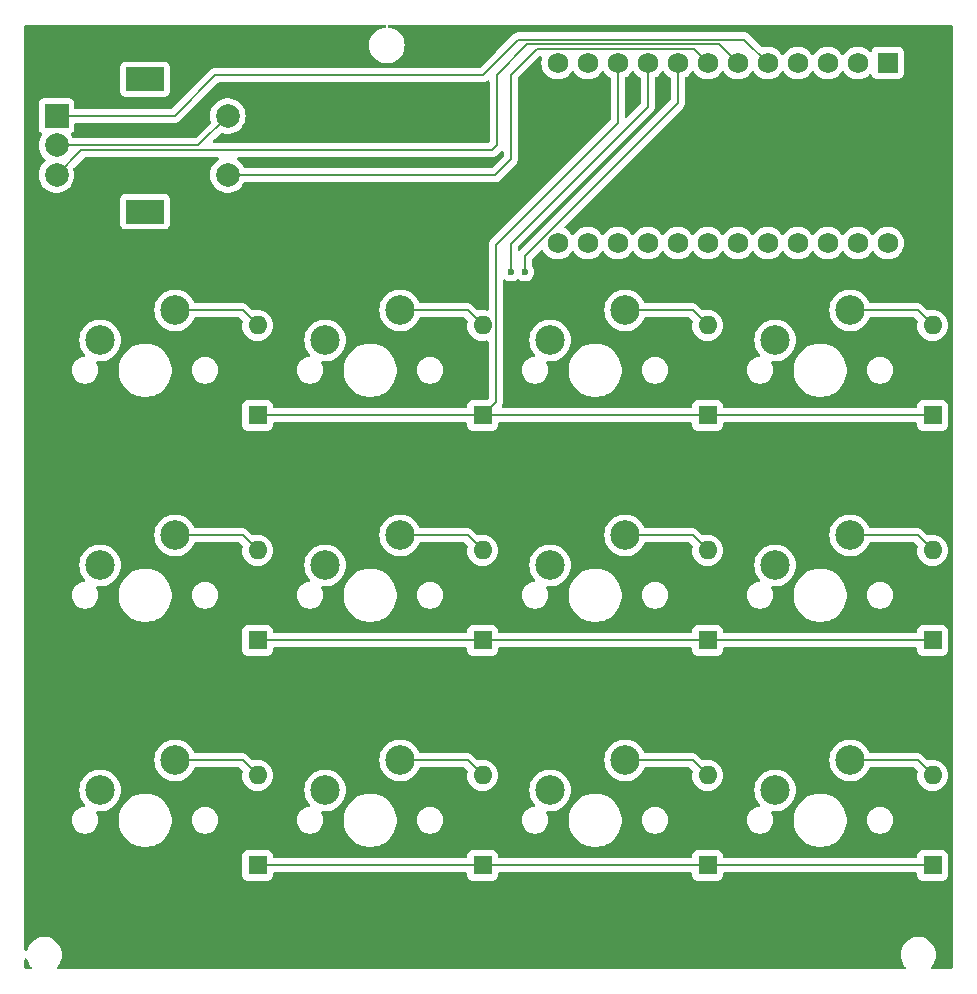
<source format=gtl>
G04 #@! TF.GenerationSoftware,KiCad,Pcbnew,8.0.8*
G04 #@! TF.CreationDate,2025-02-10T09:22:13+01:00*
G04 #@! TF.ProjectId,better,62657474-6572-42e6-9b69-6361645f7063,rev?*
G04 #@! TF.SameCoordinates,Original*
G04 #@! TF.FileFunction,Copper,L1,Top*
G04 #@! TF.FilePolarity,Positive*
%FSLAX46Y46*%
G04 Gerber Fmt 4.6, Leading zero omitted, Abs format (unit mm)*
G04 Created by KiCad (PCBNEW 8.0.8) date 2025-02-10 09:22:13*
%MOMM*%
%LPD*%
G01*
G04 APERTURE LIST*
G04 #@! TA.AperFunction,ComponentPad*
%ADD10R,1.600000X1.600000*%
G04 #@! TD*
G04 #@! TA.AperFunction,ComponentPad*
%ADD11O,1.600000X1.600000*%
G04 #@! TD*
G04 #@! TA.AperFunction,ComponentPad*
%ADD12C,2.500000*%
G04 #@! TD*
G04 #@! TA.AperFunction,ComponentPad*
%ADD13R,1.752600X1.752600*%
G04 #@! TD*
G04 #@! TA.AperFunction,ComponentPad*
%ADD14C,1.752600*%
G04 #@! TD*
G04 #@! TA.AperFunction,ComponentPad*
%ADD15R,2.000000X2.000000*%
G04 #@! TD*
G04 #@! TA.AperFunction,ComponentPad*
%ADD16C,2.000000*%
G04 #@! TD*
G04 #@! TA.AperFunction,ComponentPad*
%ADD17R,3.200000X2.000000*%
G04 #@! TD*
G04 #@! TA.AperFunction,ViaPad*
%ADD18C,0.600000*%
G04 #@! TD*
G04 #@! TA.AperFunction,Conductor*
%ADD19C,0.200000*%
G04 #@! TD*
G04 APERTURE END LIST*
D10*
G04 #@! TO.P,D4,1,K*
G04 #@! TO.N,Row1*
X210435000Y-63500000D03*
D11*
G04 #@! TO.P,D4,2,A*
G04 #@! TO.N,Net-(D4-A)*
X210435000Y-55880000D03*
G04 #@! TD*
D10*
G04 #@! TO.P,D9,1,K*
G04 #@! TO.N,Row3*
X153285000Y-101600000D03*
D11*
G04 #@! TO.P,D9,2,A*
G04 #@! TO.N,Net-(D9-A)*
X153285000Y-93980000D03*
G04 #@! TD*
D12*
G04 #@! TO.P,S4,1,1*
G04 #@! TO.N,Col4*
X197100000Y-57150000D03*
G04 #@! TO.P,S4,2,2*
G04 #@! TO.N,Net-(D4-A)*
X203450000Y-54610000D03*
G04 #@! TD*
D13*
G04 #@! TO.P,U1,1,TX0/PD3*
G04 #@! TO.N,unconnected-(U1-TX0{slash}PD3-Pad1)*
X206625000Y-33655000D03*
D14*
G04 #@! TO.P,U1,2,RX1/PD2*
G04 #@! TO.N,unconnected-(U1-RX1{slash}PD2-Pad2)*
X204085000Y-33655000D03*
G04 #@! TO.P,U1,3,GND*
G04 #@! TO.N,unconnected-(U1-GND-Pad3)*
X201545000Y-33655000D03*
G04 #@! TO.P,U1,4,GND*
G04 #@! TO.N,GND*
X199005000Y-33655000D03*
G04 #@! TO.P,U1,5,2/PD1*
G04 #@! TO.N,ENCa*
X196465000Y-33655000D03*
G04 #@! TO.P,U1,6,3/PD0*
G04 #@! TO.N,ENCb*
X193925000Y-33655000D03*
G04 #@! TO.P,U1,7,4/PD4*
G04 #@! TO.N,ENCsw*
X191385000Y-33655000D03*
G04 #@! TO.P,U1,8,5/PC6*
G04 #@! TO.N,Row3*
X188845000Y-33655000D03*
G04 #@! TO.P,U1,9,6/PD7*
G04 #@! TO.N,Row2*
X186305000Y-33655000D03*
G04 #@! TO.P,U1,10,7/PE6*
G04 #@! TO.N,Row1*
X183765000Y-33655000D03*
G04 #@! TO.P,U1,11,8/PB4*
G04 #@! TO.N,unconnected-(U1-8{slash}PB4-Pad11)*
X181225000Y-33655000D03*
G04 #@! TO.P,U1,12,9/PB5*
G04 #@! TO.N,unconnected-(U1-9{slash}PB5-Pad12)*
X178685000Y-33655000D03*
G04 #@! TO.P,U1,13,10/PB6*
G04 #@! TO.N,Col1*
X178685000Y-48895000D03*
G04 #@! TO.P,U1,14,16/PB2*
G04 #@! TO.N,Col2*
X181225000Y-48895000D03*
G04 #@! TO.P,U1,15,14/PB3*
G04 #@! TO.N,Col3*
X183765000Y-48895000D03*
G04 #@! TO.P,U1,16,15/PB1*
G04 #@! TO.N,Col4*
X186305000Y-48895000D03*
G04 #@! TO.P,U1,17,A0/PF7*
G04 #@! TO.N,unconnected-(U1-A0{slash}PF7-Pad17)*
X188845000Y-48895000D03*
G04 #@! TO.P,U1,18,A1/PF6*
G04 #@! TO.N,unconnected-(U1-A1{slash}PF6-Pad18)*
X191385000Y-48895000D03*
G04 #@! TO.P,U1,19,A2/PF5*
G04 #@! TO.N,unconnected-(U1-A2{slash}PF5-Pad19)*
X193925000Y-48895000D03*
G04 #@! TO.P,U1,20,A3/PF4*
G04 #@! TO.N,unconnected-(U1-A3{slash}PF4-Pad20)*
X196465000Y-48895000D03*
G04 #@! TO.P,U1,21,VCC*
G04 #@! TO.N,unconnected-(U1-VCC-Pad21)*
X199005000Y-48895000D03*
G04 #@! TO.P,U1,22,RST*
G04 #@! TO.N,unconnected-(U1-RST-Pad22)*
X201545000Y-48895000D03*
G04 #@! TO.P,U1,23,GND*
G04 #@! TO.N,unconnected-(U1-GND-Pad23)*
X204085000Y-48895000D03*
G04 #@! TO.P,U1,24,RAW*
G04 #@! TO.N,unconnected-(U1-RAW-Pad24)*
X206625000Y-48895000D03*
G04 #@! TD*
D10*
G04 #@! TO.P,D10,1,K*
G04 #@! TO.N,Row3*
X172335000Y-101600000D03*
D11*
G04 #@! TO.P,D10,2,A*
G04 #@! TO.N,Net-(D10-A)*
X172335000Y-93980000D03*
G04 #@! TD*
D12*
G04 #@! TO.P,S9,1,1*
G04 #@! TO.N,Col1*
X139950000Y-95250000D03*
G04 #@! TO.P,S9,2,2*
G04 #@! TO.N,Net-(D9-A)*
X146300000Y-92710000D03*
G04 #@! TD*
G04 #@! TO.P,S2,1,1*
G04 #@! TO.N,Col2*
X159000000Y-57150000D03*
G04 #@! TO.P,S2,2,2*
G04 #@! TO.N,Net-(D2-A)*
X165350000Y-54610000D03*
G04 #@! TD*
D10*
G04 #@! TO.P,D5,1,K*
G04 #@! TO.N,Row2*
X153285000Y-82550000D03*
D11*
G04 #@! TO.P,D5,2,A*
G04 #@! TO.N,Net-(D5-A)*
X153285000Y-74930000D03*
G04 #@! TD*
D12*
G04 #@! TO.P,S10,1,1*
G04 #@! TO.N,Col2*
X159000000Y-95250000D03*
G04 #@! TO.P,S10,2,2*
G04 #@! TO.N,Net-(D10-A)*
X165350000Y-92710000D03*
G04 #@! TD*
D10*
G04 #@! TO.P,D8,1,K*
G04 #@! TO.N,Row2*
X210435000Y-82550000D03*
D11*
G04 #@! TO.P,D8,2,A*
G04 #@! TO.N,Net-(D8-A)*
X210435000Y-74930000D03*
G04 #@! TD*
D12*
G04 #@! TO.P,S1,1,1*
G04 #@! TO.N,Col1*
X139950000Y-57150000D03*
G04 #@! TO.P,S1,2,2*
G04 #@! TO.N,Net-(D1-A)*
X146300000Y-54610000D03*
G04 #@! TD*
G04 #@! TO.P,S3,1,1*
G04 #@! TO.N,Col3*
X178050000Y-57150000D03*
G04 #@! TO.P,S3,2,2*
G04 #@! TO.N,Net-(D3-A)*
X184400000Y-54610000D03*
G04 #@! TD*
D15*
G04 #@! TO.P,SW1,A,A*
G04 #@! TO.N,ENCa*
X136260000Y-38140000D03*
D16*
G04 #@! TO.P,SW1,B,B*
G04 #@! TO.N,ENCb*
X136260000Y-43140000D03*
G04 #@! TO.P,SW1,C,C*
G04 #@! TO.N,GND*
X136260000Y-40640000D03*
D17*
G04 #@! TO.P,SW1,MP*
G04 #@! TO.N,N/C*
X143760000Y-35040000D03*
X143760000Y-46240000D03*
D16*
G04 #@! TO.P,SW1,S1,S1*
G04 #@! TO.N,ENCsw*
X150760000Y-43140000D03*
G04 #@! TO.P,SW1,S2,S2*
G04 #@! TO.N,GND*
X150760000Y-38140000D03*
G04 #@! TD*
D10*
G04 #@! TO.P,D11,1,K*
G04 #@! TO.N,Row3*
X191385000Y-101600000D03*
D11*
G04 #@! TO.P,D11,2,A*
G04 #@! TO.N,Net-(D11-A)*
X191385000Y-93980000D03*
G04 #@! TD*
D10*
G04 #@! TO.P,D6,1,K*
G04 #@! TO.N,Row2*
X172335000Y-82550000D03*
D11*
G04 #@! TO.P,D6,2,A*
G04 #@! TO.N,Net-(D6-A)*
X172335000Y-74930000D03*
G04 #@! TD*
D10*
G04 #@! TO.P,D3,1,K*
G04 #@! TO.N,Row1*
X191385000Y-63500000D03*
D11*
G04 #@! TO.P,D3,2,A*
G04 #@! TO.N,Net-(D3-A)*
X191385000Y-55880000D03*
G04 #@! TD*
D10*
G04 #@! TO.P,D7,1,K*
G04 #@! TO.N,Row2*
X191385000Y-82550000D03*
D11*
G04 #@! TO.P,D7,2,A*
G04 #@! TO.N,Net-(D7-A)*
X191385000Y-74930000D03*
G04 #@! TD*
D12*
G04 #@! TO.P,S11,1,1*
G04 #@! TO.N,Col3*
X178050000Y-95250000D03*
G04 #@! TO.P,S11,2,2*
G04 #@! TO.N,Net-(D11-A)*
X184400000Y-92710000D03*
G04 #@! TD*
G04 #@! TO.P,S6,1,1*
G04 #@! TO.N,Col2*
X159000000Y-76200000D03*
G04 #@! TO.P,S6,2,2*
G04 #@! TO.N,Net-(D6-A)*
X165350000Y-73660000D03*
G04 #@! TD*
G04 #@! TO.P,S5,1,1*
G04 #@! TO.N,Col1*
X139950000Y-76200000D03*
G04 #@! TO.P,S5,2,2*
G04 #@! TO.N,Net-(D5-A)*
X146300000Y-73660000D03*
G04 #@! TD*
D10*
G04 #@! TO.P,D12,1,K*
G04 #@! TO.N,Row3*
X210435000Y-101600000D03*
D11*
G04 #@! TO.P,D12,2,A*
G04 #@! TO.N,Net-(D12-A)*
X210435000Y-93980000D03*
G04 #@! TD*
D10*
G04 #@! TO.P,D1,1,K*
G04 #@! TO.N,Row1*
X153285000Y-63500000D03*
D11*
G04 #@! TO.P,D1,2,A*
G04 #@! TO.N,Net-(D1-A)*
X153285000Y-55880000D03*
G04 #@! TD*
D10*
G04 #@! TO.P,D2,1,K*
G04 #@! TO.N,Row1*
X172335000Y-63500000D03*
D11*
G04 #@! TO.P,D2,2,A*
G04 #@! TO.N,Net-(D2-A)*
X172335000Y-55880000D03*
G04 #@! TD*
D12*
G04 #@! TO.P,S12,1,1*
G04 #@! TO.N,Col4*
X197100000Y-95250000D03*
G04 #@! TO.P,S12,2,2*
G04 #@! TO.N,Net-(D12-A)*
X203450000Y-92710000D03*
G04 #@! TD*
G04 #@! TO.P,S8,1,1*
G04 #@! TO.N,Col4*
X197100000Y-76200000D03*
G04 #@! TO.P,S8,2,2*
G04 #@! TO.N,Net-(D8-A)*
X203450000Y-73660000D03*
G04 #@! TD*
G04 #@! TO.P,S7,1,1*
G04 #@! TO.N,Col3*
X178050000Y-76200000D03*
G04 #@! TO.P,S7,2,2*
G04 #@! TO.N,Net-(D7-A)*
X184400000Y-73660000D03*
G04 #@! TD*
D18*
G04 #@! TO.N,Row2*
X174716250Y-51355625D03*
G04 #@! TO.N,Row3*
X175906875Y-51355625D03*
G04 #@! TD*
D19*
G04 #@! TO.N,Net-(D1-A)*
X146300000Y-54610000D02*
X152015000Y-54610000D01*
X152015000Y-54610000D02*
X153285000Y-55880000D01*
G04 #@! TO.N,Row1*
X172335000Y-63500000D02*
X191385000Y-63500000D01*
X183765000Y-38735000D02*
X183765000Y-33655000D01*
X153285000Y-63500000D02*
X172335000Y-63500000D01*
X172335000Y-63500000D02*
X173435000Y-62400000D01*
X173435000Y-49065000D02*
X183765000Y-38735000D01*
X191385000Y-63500000D02*
X210435000Y-63500000D01*
X173435000Y-62400000D02*
X173435000Y-49065000D01*
G04 #@! TO.N,Net-(D2-A)*
X165350000Y-54610000D02*
X171065000Y-54610000D01*
X171065000Y-54610000D02*
X172335000Y-55880000D01*
G04 #@! TO.N,Net-(D3-A)*
X190115000Y-54610000D02*
X191385000Y-55880000D01*
X184400000Y-54610000D02*
X190115000Y-54610000D01*
G04 #@! TO.N,Net-(D4-A)*
X209165000Y-54610000D02*
X210435000Y-55880000D01*
X203450000Y-54610000D02*
X209165000Y-54610000D01*
G04 #@! TO.N,Row2*
X191385000Y-82550000D02*
X210435000Y-82550000D01*
X186305000Y-33655000D02*
X186305000Y-37385625D01*
X186305000Y-37385625D02*
X174716250Y-48974375D01*
X174716250Y-48974375D02*
X174716250Y-51355625D01*
X172335000Y-82550000D02*
X191385000Y-82550000D01*
X153285000Y-82550000D02*
X172335000Y-82550000D01*
G04 #@! TO.N,Net-(D5-A)*
X146300000Y-73660000D02*
X152015000Y-73660000D01*
X152015000Y-73660000D02*
X153285000Y-74930000D01*
G04 #@! TO.N,Net-(D6-A)*
X165350000Y-73660000D02*
X171065000Y-73660000D01*
X171065000Y-73660000D02*
X172335000Y-74930000D01*
G04 #@! TO.N,Net-(D7-A)*
X190115000Y-73660000D02*
X191385000Y-74930000D01*
X184400000Y-73660000D02*
X190115000Y-73660000D01*
G04 #@! TO.N,Net-(D8-A)*
X203450000Y-73660000D02*
X209165000Y-73660000D01*
X209165000Y-73660000D02*
X210435000Y-74930000D01*
G04 #@! TO.N,Row3*
X175906875Y-50009585D02*
X175906875Y-51355625D01*
X188845000Y-33655000D02*
X188845000Y-37071460D01*
X153285000Y-101600000D02*
X172335000Y-101600000D01*
X172335000Y-101600000D02*
X191385000Y-101600000D01*
X188845000Y-37071460D02*
X175906875Y-50009585D01*
X191385000Y-101600000D02*
X210435000Y-101600000D01*
G04 #@! TO.N,Net-(D9-A)*
X152015000Y-92710000D02*
X153285000Y-93980000D01*
X146300000Y-92710000D02*
X152015000Y-92710000D01*
G04 #@! TO.N,Net-(D10-A)*
X171065000Y-92710000D02*
X172335000Y-93980000D01*
X165350000Y-92710000D02*
X171065000Y-92710000D01*
G04 #@! TO.N,Net-(D11-A)*
X190115000Y-92710000D02*
X191385000Y-93980000D01*
X184400000Y-92710000D02*
X190115000Y-92710000D01*
G04 #@! TO.N,Net-(D12-A)*
X203450000Y-92710000D02*
X209165000Y-92710000D01*
X209165000Y-92710000D02*
X210435000Y-93980000D01*
G04 #@! TO.N,ENCa*
X194488700Y-31678700D02*
X175343175Y-31678700D01*
X149713125Y-34686875D02*
X146260000Y-38140000D01*
X146260000Y-38140000D02*
X136260000Y-38140000D01*
X175343175Y-31678700D02*
X172335000Y-34686875D01*
X196465000Y-33655000D02*
X194488700Y-31678700D01*
X172335000Y-34686875D02*
X149713125Y-34686875D01*
G04 #@! TO.N,ENCsw*
X191385000Y-33655000D02*
X190208700Y-32478700D01*
X190208700Y-32478700D02*
X176924425Y-32478700D01*
X176924425Y-32478700D02*
X174716250Y-34686875D01*
X174716250Y-41830625D02*
X173406875Y-43140000D01*
X174716250Y-34686875D02*
X174716250Y-41830625D01*
X173406875Y-43140000D02*
X150760000Y-43140000D01*
G04 #@! TO.N,GND*
X148260000Y-40640000D02*
X150760000Y-38140000D01*
X136260000Y-40640000D02*
X148260000Y-40640000D01*
G04 #@! TO.N,ENCb*
X173525625Y-40640000D02*
X173125625Y-41040000D01*
X138360000Y-41040000D02*
X136260000Y-43140000D01*
X173125625Y-41040000D02*
X138360000Y-41040000D01*
X193925000Y-33655000D02*
X192348700Y-32078700D01*
X176133800Y-32078700D02*
X173525625Y-34686875D01*
X173525625Y-34686875D02*
X173525625Y-40640000D01*
X192348700Y-32078700D02*
X176133800Y-32078700D01*
G04 #@! TD*
G04 #@! TA.AperFunction,NonConductor*
G36*
X164117239Y-30444560D02*
G01*
X164162994Y-30497364D01*
X164172938Y-30566522D01*
X164143913Y-30630078D01*
X164085135Y-30667852D01*
X164070609Y-30671184D01*
X163865383Y-30705429D01*
X163630197Y-30786169D01*
X163630188Y-30786172D01*
X163411493Y-30904524D01*
X163215257Y-31057261D01*
X163046833Y-31240217D01*
X162910826Y-31448393D01*
X162810936Y-31676118D01*
X162749892Y-31917175D01*
X162749890Y-31917187D01*
X162729357Y-32164994D01*
X162729357Y-32165005D01*
X162749890Y-32412812D01*
X162749892Y-32412824D01*
X162810936Y-32653881D01*
X162910826Y-32881606D01*
X163046833Y-33089782D01*
X163046836Y-33089785D01*
X163215256Y-33272738D01*
X163411491Y-33425474D01*
X163411493Y-33425475D01*
X163622192Y-33539500D01*
X163630190Y-33543828D01*
X163865386Y-33624571D01*
X164110665Y-33665500D01*
X164359335Y-33665500D01*
X164604614Y-33624571D01*
X164839810Y-33543828D01*
X165058509Y-33425474D01*
X165254744Y-33272738D01*
X165423164Y-33089785D01*
X165559173Y-32881607D01*
X165659063Y-32653881D01*
X165720108Y-32412821D01*
X165722012Y-32389842D01*
X165740643Y-32165005D01*
X165740643Y-32164994D01*
X165720109Y-31917187D01*
X165720107Y-31917175D01*
X165659063Y-31676118D01*
X165559173Y-31448393D01*
X165423166Y-31240217D01*
X165338328Y-31148059D01*
X165254744Y-31057262D01*
X165058509Y-30904526D01*
X165058507Y-30904525D01*
X165058506Y-30904524D01*
X164839811Y-30786172D01*
X164839802Y-30786169D01*
X164604616Y-30705429D01*
X164399391Y-30671184D01*
X164336505Y-30640734D01*
X164300066Y-30581119D01*
X164301641Y-30511267D01*
X164340730Y-30453355D01*
X164404924Y-30425771D01*
X164419800Y-30424875D01*
X212001125Y-30424875D01*
X212068164Y-30444560D01*
X212113919Y-30497364D01*
X212125125Y-30548875D01*
X212125125Y-110262375D01*
X212105440Y-110329414D01*
X212052636Y-110375169D01*
X212001125Y-110386375D01*
X210432825Y-110386375D01*
X210365786Y-110366690D01*
X210320031Y-110313886D01*
X210310087Y-110244728D01*
X210339112Y-110181172D01*
X210341576Y-110178412D01*
X210423164Y-110089785D01*
X210559173Y-109881607D01*
X210659063Y-109653881D01*
X210720108Y-109412821D01*
X210720109Y-109412812D01*
X210740643Y-109165005D01*
X210740643Y-109164994D01*
X210720109Y-108917187D01*
X210720107Y-108917175D01*
X210659063Y-108676118D01*
X210559173Y-108448393D01*
X210423166Y-108240217D01*
X210401557Y-108216744D01*
X210254744Y-108057262D01*
X210058509Y-107904526D01*
X210058507Y-107904525D01*
X210058506Y-107904524D01*
X209839811Y-107786172D01*
X209839802Y-107786169D01*
X209604616Y-107705429D01*
X209359335Y-107664500D01*
X209110665Y-107664500D01*
X208865383Y-107705429D01*
X208630197Y-107786169D01*
X208630188Y-107786172D01*
X208411493Y-107904524D01*
X208215257Y-108057261D01*
X208046833Y-108240217D01*
X207910826Y-108448393D01*
X207810936Y-108676118D01*
X207749892Y-108917175D01*
X207749890Y-108917187D01*
X207729357Y-109164994D01*
X207729357Y-109165005D01*
X207749890Y-109412812D01*
X207749892Y-109412824D01*
X207810936Y-109653881D01*
X207910826Y-109881606D01*
X208046833Y-110089782D01*
X208046836Y-110089785D01*
X208128405Y-110178393D01*
X208159327Y-110241046D01*
X208151467Y-110310473D01*
X208107320Y-110364628D01*
X208040902Y-110386319D01*
X208037175Y-110386375D01*
X136432825Y-110386375D01*
X136365786Y-110366690D01*
X136320031Y-110313886D01*
X136310087Y-110244728D01*
X136339112Y-110181172D01*
X136341576Y-110178412D01*
X136423164Y-110089785D01*
X136559173Y-109881607D01*
X136659063Y-109653881D01*
X136720108Y-109412821D01*
X136720109Y-109412812D01*
X136740643Y-109165005D01*
X136740643Y-109164994D01*
X136720109Y-108917187D01*
X136720107Y-108917175D01*
X136659063Y-108676118D01*
X136559173Y-108448393D01*
X136423166Y-108240217D01*
X136401557Y-108216744D01*
X136254744Y-108057262D01*
X136058509Y-107904526D01*
X136058507Y-107904525D01*
X136058506Y-107904524D01*
X135839811Y-107786172D01*
X135839802Y-107786169D01*
X135604616Y-107705429D01*
X135359335Y-107664500D01*
X135110665Y-107664500D01*
X134865383Y-107705429D01*
X134630197Y-107786169D01*
X134630188Y-107786172D01*
X134411493Y-107904524D01*
X134215257Y-108057261D01*
X134046833Y-108240217D01*
X133910826Y-108448393D01*
X133810937Y-108676117D01*
X133789081Y-108762426D01*
X133753541Y-108822581D01*
X133691121Y-108853973D01*
X133621637Y-108846635D01*
X133567152Y-108802896D01*
X133544963Y-108736643D01*
X133544875Y-108731985D01*
X133544875Y-100752135D01*
X151984500Y-100752135D01*
X151984500Y-102447870D01*
X151984501Y-102447876D01*
X151990908Y-102507483D01*
X152041202Y-102642328D01*
X152041206Y-102642335D01*
X152127452Y-102757544D01*
X152127455Y-102757547D01*
X152242664Y-102843793D01*
X152242671Y-102843797D01*
X152377517Y-102894091D01*
X152377516Y-102894091D01*
X152384444Y-102894835D01*
X152437127Y-102900500D01*
X154132872Y-102900499D01*
X154192483Y-102894091D01*
X154327331Y-102843796D01*
X154442546Y-102757546D01*
X154528796Y-102642331D01*
X154579091Y-102507483D01*
X154585500Y-102447873D01*
X154585500Y-102324500D01*
X154605185Y-102257461D01*
X154657989Y-102211706D01*
X154709500Y-102200500D01*
X170910501Y-102200500D01*
X170977540Y-102220185D01*
X171023295Y-102272989D01*
X171034501Y-102324500D01*
X171034501Y-102447876D01*
X171040908Y-102507483D01*
X171091202Y-102642328D01*
X171091206Y-102642335D01*
X171177452Y-102757544D01*
X171177455Y-102757547D01*
X171292664Y-102843793D01*
X171292671Y-102843797D01*
X171427517Y-102894091D01*
X171427516Y-102894091D01*
X171434444Y-102894835D01*
X171487127Y-102900500D01*
X173182872Y-102900499D01*
X173242483Y-102894091D01*
X173377331Y-102843796D01*
X173492546Y-102757546D01*
X173578796Y-102642331D01*
X173629091Y-102507483D01*
X173635500Y-102447873D01*
X173635500Y-102324500D01*
X173655185Y-102257461D01*
X173707989Y-102211706D01*
X173759500Y-102200500D01*
X189960501Y-102200500D01*
X190027540Y-102220185D01*
X190073295Y-102272989D01*
X190084501Y-102324500D01*
X190084501Y-102447876D01*
X190090908Y-102507483D01*
X190141202Y-102642328D01*
X190141206Y-102642335D01*
X190227452Y-102757544D01*
X190227455Y-102757547D01*
X190342664Y-102843793D01*
X190342671Y-102843797D01*
X190477517Y-102894091D01*
X190477516Y-102894091D01*
X190484444Y-102894835D01*
X190537127Y-102900500D01*
X192232872Y-102900499D01*
X192292483Y-102894091D01*
X192427331Y-102843796D01*
X192542546Y-102757546D01*
X192628796Y-102642331D01*
X192679091Y-102507483D01*
X192685500Y-102447873D01*
X192685500Y-102324500D01*
X192705185Y-102257461D01*
X192757989Y-102211706D01*
X192809500Y-102200500D01*
X209010501Y-102200500D01*
X209077540Y-102220185D01*
X209123295Y-102272989D01*
X209134501Y-102324500D01*
X209134501Y-102447876D01*
X209140908Y-102507483D01*
X209191202Y-102642328D01*
X209191206Y-102642335D01*
X209277452Y-102757544D01*
X209277455Y-102757547D01*
X209392664Y-102843793D01*
X209392671Y-102843797D01*
X209527517Y-102894091D01*
X209527516Y-102894091D01*
X209534444Y-102894835D01*
X209587127Y-102900500D01*
X211282872Y-102900499D01*
X211342483Y-102894091D01*
X211477331Y-102843796D01*
X211592546Y-102757546D01*
X211678796Y-102642331D01*
X211729091Y-102507483D01*
X211735500Y-102447873D01*
X211735499Y-100752128D01*
X211729091Y-100692517D01*
X211678796Y-100557669D01*
X211678795Y-100557668D01*
X211678793Y-100557664D01*
X211592547Y-100442455D01*
X211592544Y-100442452D01*
X211477335Y-100356206D01*
X211477328Y-100356202D01*
X211342482Y-100305908D01*
X211342483Y-100305908D01*
X211282883Y-100299501D01*
X211282881Y-100299500D01*
X211282873Y-100299500D01*
X211282864Y-100299500D01*
X209587129Y-100299500D01*
X209587123Y-100299501D01*
X209527516Y-100305908D01*
X209392671Y-100356202D01*
X209392664Y-100356206D01*
X209277455Y-100442452D01*
X209277452Y-100442455D01*
X209191206Y-100557664D01*
X209191202Y-100557671D01*
X209140908Y-100692517D01*
X209134501Y-100752116D01*
X209134501Y-100752123D01*
X209134500Y-100752135D01*
X209134500Y-100875500D01*
X209114815Y-100942539D01*
X209062011Y-100988294D01*
X209010500Y-100999500D01*
X192809499Y-100999500D01*
X192742460Y-100979815D01*
X192696705Y-100927011D01*
X192685499Y-100875500D01*
X192685499Y-100752129D01*
X192685498Y-100752123D01*
X192685497Y-100752116D01*
X192679091Y-100692517D01*
X192628796Y-100557669D01*
X192628795Y-100557668D01*
X192628793Y-100557664D01*
X192542547Y-100442455D01*
X192542544Y-100442452D01*
X192427335Y-100356206D01*
X192427328Y-100356202D01*
X192292482Y-100305908D01*
X192292483Y-100305908D01*
X192232883Y-100299501D01*
X192232881Y-100299500D01*
X192232873Y-100299500D01*
X192232864Y-100299500D01*
X190537129Y-100299500D01*
X190537123Y-100299501D01*
X190477516Y-100305908D01*
X190342671Y-100356202D01*
X190342664Y-100356206D01*
X190227455Y-100442452D01*
X190227452Y-100442455D01*
X190141206Y-100557664D01*
X190141202Y-100557671D01*
X190090908Y-100692517D01*
X190084501Y-100752116D01*
X190084501Y-100752123D01*
X190084500Y-100752135D01*
X190084500Y-100875500D01*
X190064815Y-100942539D01*
X190012011Y-100988294D01*
X189960500Y-100999500D01*
X173759499Y-100999500D01*
X173692460Y-100979815D01*
X173646705Y-100927011D01*
X173635499Y-100875500D01*
X173635499Y-100752129D01*
X173635498Y-100752123D01*
X173635497Y-100752116D01*
X173629091Y-100692517D01*
X173578796Y-100557669D01*
X173578795Y-100557668D01*
X173578793Y-100557664D01*
X173492547Y-100442455D01*
X173492544Y-100442452D01*
X173377335Y-100356206D01*
X173377328Y-100356202D01*
X173242482Y-100305908D01*
X173242483Y-100305908D01*
X173182883Y-100299501D01*
X173182881Y-100299500D01*
X173182873Y-100299500D01*
X173182864Y-100299500D01*
X171487129Y-100299500D01*
X171487123Y-100299501D01*
X171427516Y-100305908D01*
X171292671Y-100356202D01*
X171292664Y-100356206D01*
X171177455Y-100442452D01*
X171177452Y-100442455D01*
X171091206Y-100557664D01*
X171091202Y-100557671D01*
X171040908Y-100692517D01*
X171034501Y-100752116D01*
X171034501Y-100752123D01*
X171034500Y-100752135D01*
X171034500Y-100875500D01*
X171014815Y-100942539D01*
X170962011Y-100988294D01*
X170910500Y-100999500D01*
X154709499Y-100999500D01*
X154642460Y-100979815D01*
X154596705Y-100927011D01*
X154585499Y-100875500D01*
X154585499Y-100752129D01*
X154585498Y-100752123D01*
X154585497Y-100752116D01*
X154579091Y-100692517D01*
X154528796Y-100557669D01*
X154528795Y-100557668D01*
X154528793Y-100557664D01*
X154442547Y-100442455D01*
X154442544Y-100442452D01*
X154327335Y-100356206D01*
X154327328Y-100356202D01*
X154192482Y-100305908D01*
X154192483Y-100305908D01*
X154132883Y-100299501D01*
X154132881Y-100299500D01*
X154132873Y-100299500D01*
X154132864Y-100299500D01*
X152437129Y-100299500D01*
X152437123Y-100299501D01*
X152377516Y-100305908D01*
X152242671Y-100356202D01*
X152242664Y-100356206D01*
X152127455Y-100442452D01*
X152127452Y-100442455D01*
X152041206Y-100557664D01*
X152041202Y-100557671D01*
X151990908Y-100692517D01*
X151984501Y-100752116D01*
X151984501Y-100752123D01*
X151984500Y-100752135D01*
X133544875Y-100752135D01*
X133544875Y-97701421D01*
X137554500Y-97701421D01*
X137554500Y-97878578D01*
X137582214Y-98053556D01*
X137636956Y-98222039D01*
X137636957Y-98222042D01*
X137717386Y-98379890D01*
X137821517Y-98523214D01*
X137946786Y-98648483D01*
X138090110Y-98752614D01*
X138158577Y-98787500D01*
X138247957Y-98833042D01*
X138247960Y-98833043D01*
X138332201Y-98860414D01*
X138416445Y-98887786D01*
X138591421Y-98915500D01*
X138591422Y-98915500D01*
X138768578Y-98915500D01*
X138768579Y-98915500D01*
X138943555Y-98887786D01*
X139112042Y-98833042D01*
X139269890Y-98752614D01*
X139413214Y-98648483D01*
X139538483Y-98523214D01*
X139642614Y-98379890D01*
X139723042Y-98222042D01*
X139777786Y-98053555D01*
X139805500Y-97878579D01*
X139805500Y-97701421D01*
X139796165Y-97642486D01*
X141509500Y-97642486D01*
X141509500Y-97937513D01*
X141524778Y-98053555D01*
X141548007Y-98229993D01*
X141624361Y-98514951D01*
X141624364Y-98514961D01*
X141737254Y-98787500D01*
X141737258Y-98787510D01*
X141884761Y-99042993D01*
X142064352Y-99277040D01*
X142064358Y-99277047D01*
X142272952Y-99485641D01*
X142272959Y-99485647D01*
X142507006Y-99665238D01*
X142762489Y-99812741D01*
X142762490Y-99812741D01*
X142762493Y-99812743D01*
X143035048Y-99925639D01*
X143320007Y-100001993D01*
X143612494Y-100040500D01*
X143612501Y-100040500D01*
X143907499Y-100040500D01*
X143907506Y-100040500D01*
X144199993Y-100001993D01*
X144484952Y-99925639D01*
X144757507Y-99812743D01*
X145012994Y-99665238D01*
X145247042Y-99485646D01*
X145455646Y-99277042D01*
X145635238Y-99042994D01*
X145782743Y-98787507D01*
X145895639Y-98514952D01*
X145971993Y-98229993D01*
X146010500Y-97937506D01*
X146010500Y-97701421D01*
X147714500Y-97701421D01*
X147714500Y-97878578D01*
X147742214Y-98053556D01*
X147796956Y-98222039D01*
X147796957Y-98222042D01*
X147877386Y-98379890D01*
X147981517Y-98523214D01*
X148106786Y-98648483D01*
X148250110Y-98752614D01*
X148318577Y-98787500D01*
X148407957Y-98833042D01*
X148407960Y-98833043D01*
X148492201Y-98860414D01*
X148576445Y-98887786D01*
X148751421Y-98915500D01*
X148751422Y-98915500D01*
X148928578Y-98915500D01*
X148928579Y-98915500D01*
X149103555Y-98887786D01*
X149272042Y-98833042D01*
X149429890Y-98752614D01*
X149573214Y-98648483D01*
X149698483Y-98523214D01*
X149802614Y-98379890D01*
X149883042Y-98222042D01*
X149937786Y-98053555D01*
X149965500Y-97878579D01*
X149965500Y-97701421D01*
X156604500Y-97701421D01*
X156604500Y-97878578D01*
X156632214Y-98053556D01*
X156686956Y-98222039D01*
X156686957Y-98222042D01*
X156767386Y-98379890D01*
X156871517Y-98523214D01*
X156996786Y-98648483D01*
X157140110Y-98752614D01*
X157208577Y-98787500D01*
X157297957Y-98833042D01*
X157297960Y-98833043D01*
X157382201Y-98860414D01*
X157466445Y-98887786D01*
X157641421Y-98915500D01*
X157641422Y-98915500D01*
X157818578Y-98915500D01*
X157818579Y-98915500D01*
X157993555Y-98887786D01*
X158162042Y-98833042D01*
X158319890Y-98752614D01*
X158463214Y-98648483D01*
X158588483Y-98523214D01*
X158692614Y-98379890D01*
X158773042Y-98222042D01*
X158827786Y-98053555D01*
X158855500Y-97878579D01*
X158855500Y-97701421D01*
X158846165Y-97642486D01*
X160559500Y-97642486D01*
X160559500Y-97937513D01*
X160574778Y-98053555D01*
X160598007Y-98229993D01*
X160674361Y-98514951D01*
X160674364Y-98514961D01*
X160787254Y-98787500D01*
X160787258Y-98787510D01*
X160934761Y-99042993D01*
X161114352Y-99277040D01*
X161114358Y-99277047D01*
X161322952Y-99485641D01*
X161322959Y-99485647D01*
X161557006Y-99665238D01*
X161812489Y-99812741D01*
X161812490Y-99812741D01*
X161812493Y-99812743D01*
X162085048Y-99925639D01*
X162370007Y-100001993D01*
X162662494Y-100040500D01*
X162662501Y-100040500D01*
X162957499Y-100040500D01*
X162957506Y-100040500D01*
X163249993Y-100001993D01*
X163534952Y-99925639D01*
X163807507Y-99812743D01*
X164062994Y-99665238D01*
X164297042Y-99485646D01*
X164505646Y-99277042D01*
X164685238Y-99042994D01*
X164832743Y-98787507D01*
X164945639Y-98514952D01*
X165021993Y-98229993D01*
X165060500Y-97937506D01*
X165060500Y-97701421D01*
X166764500Y-97701421D01*
X166764500Y-97878578D01*
X166792214Y-98053556D01*
X166846956Y-98222039D01*
X166846957Y-98222042D01*
X166927386Y-98379890D01*
X167031517Y-98523214D01*
X167156786Y-98648483D01*
X167300110Y-98752614D01*
X167368577Y-98787500D01*
X167457957Y-98833042D01*
X167457960Y-98833043D01*
X167542201Y-98860414D01*
X167626445Y-98887786D01*
X167801421Y-98915500D01*
X167801422Y-98915500D01*
X167978578Y-98915500D01*
X167978579Y-98915500D01*
X168153555Y-98887786D01*
X168322042Y-98833042D01*
X168479890Y-98752614D01*
X168623214Y-98648483D01*
X168748483Y-98523214D01*
X168852614Y-98379890D01*
X168933042Y-98222042D01*
X168987786Y-98053555D01*
X169015500Y-97878579D01*
X169015500Y-97701421D01*
X175654500Y-97701421D01*
X175654500Y-97878578D01*
X175682214Y-98053556D01*
X175736956Y-98222039D01*
X175736957Y-98222042D01*
X175817386Y-98379890D01*
X175921517Y-98523214D01*
X176046786Y-98648483D01*
X176190110Y-98752614D01*
X176258577Y-98787500D01*
X176347957Y-98833042D01*
X176347960Y-98833043D01*
X176432201Y-98860414D01*
X176516445Y-98887786D01*
X176691421Y-98915500D01*
X176691422Y-98915500D01*
X176868578Y-98915500D01*
X176868579Y-98915500D01*
X177043555Y-98887786D01*
X177212042Y-98833042D01*
X177369890Y-98752614D01*
X177513214Y-98648483D01*
X177638483Y-98523214D01*
X177742614Y-98379890D01*
X177823042Y-98222042D01*
X177877786Y-98053555D01*
X177905500Y-97878579D01*
X177905500Y-97701421D01*
X177896165Y-97642486D01*
X179609500Y-97642486D01*
X179609500Y-97937513D01*
X179624778Y-98053555D01*
X179648007Y-98229993D01*
X179724361Y-98514951D01*
X179724364Y-98514961D01*
X179837254Y-98787500D01*
X179837258Y-98787510D01*
X179984761Y-99042993D01*
X180164352Y-99277040D01*
X180164358Y-99277047D01*
X180372952Y-99485641D01*
X180372959Y-99485647D01*
X180607006Y-99665238D01*
X180862489Y-99812741D01*
X180862490Y-99812741D01*
X180862493Y-99812743D01*
X181135048Y-99925639D01*
X181420007Y-100001993D01*
X181712494Y-100040500D01*
X181712501Y-100040500D01*
X182007499Y-100040500D01*
X182007506Y-100040500D01*
X182299993Y-100001993D01*
X182584952Y-99925639D01*
X182857507Y-99812743D01*
X183112994Y-99665238D01*
X183347042Y-99485646D01*
X183555646Y-99277042D01*
X183735238Y-99042994D01*
X183882743Y-98787507D01*
X183995639Y-98514952D01*
X184071993Y-98229993D01*
X184110500Y-97937506D01*
X184110500Y-97701421D01*
X185814500Y-97701421D01*
X185814500Y-97878578D01*
X185842214Y-98053556D01*
X185896956Y-98222039D01*
X185896957Y-98222042D01*
X185977386Y-98379890D01*
X186081517Y-98523214D01*
X186206786Y-98648483D01*
X186350110Y-98752614D01*
X186418577Y-98787500D01*
X186507957Y-98833042D01*
X186507960Y-98833043D01*
X186592201Y-98860414D01*
X186676445Y-98887786D01*
X186851421Y-98915500D01*
X186851422Y-98915500D01*
X187028578Y-98915500D01*
X187028579Y-98915500D01*
X187203555Y-98887786D01*
X187372042Y-98833042D01*
X187529890Y-98752614D01*
X187673214Y-98648483D01*
X187798483Y-98523214D01*
X187902614Y-98379890D01*
X187983042Y-98222042D01*
X188037786Y-98053555D01*
X188065500Y-97878579D01*
X188065500Y-97701421D01*
X194704500Y-97701421D01*
X194704500Y-97878578D01*
X194732214Y-98053556D01*
X194786956Y-98222039D01*
X194786957Y-98222042D01*
X194867386Y-98379890D01*
X194971517Y-98523214D01*
X195096786Y-98648483D01*
X195240110Y-98752614D01*
X195308577Y-98787500D01*
X195397957Y-98833042D01*
X195397960Y-98833043D01*
X195482201Y-98860414D01*
X195566445Y-98887786D01*
X195741421Y-98915500D01*
X195741422Y-98915500D01*
X195918578Y-98915500D01*
X195918579Y-98915500D01*
X196093555Y-98887786D01*
X196262042Y-98833042D01*
X196419890Y-98752614D01*
X196563214Y-98648483D01*
X196688483Y-98523214D01*
X196792614Y-98379890D01*
X196873042Y-98222042D01*
X196927786Y-98053555D01*
X196955500Y-97878579D01*
X196955500Y-97701421D01*
X196946165Y-97642486D01*
X198659500Y-97642486D01*
X198659500Y-97937513D01*
X198674778Y-98053555D01*
X198698007Y-98229993D01*
X198774361Y-98514951D01*
X198774364Y-98514961D01*
X198887254Y-98787500D01*
X198887258Y-98787510D01*
X199034761Y-99042993D01*
X199214352Y-99277040D01*
X199214358Y-99277047D01*
X199422952Y-99485641D01*
X199422959Y-99485647D01*
X199657006Y-99665238D01*
X199912489Y-99812741D01*
X199912490Y-99812741D01*
X199912493Y-99812743D01*
X200185048Y-99925639D01*
X200470007Y-100001993D01*
X200762494Y-100040500D01*
X200762501Y-100040500D01*
X201057499Y-100040500D01*
X201057506Y-100040500D01*
X201349993Y-100001993D01*
X201634952Y-99925639D01*
X201907507Y-99812743D01*
X202162994Y-99665238D01*
X202397042Y-99485646D01*
X202605646Y-99277042D01*
X202785238Y-99042994D01*
X202932743Y-98787507D01*
X203045639Y-98514952D01*
X203121993Y-98229993D01*
X203160500Y-97937506D01*
X203160500Y-97701421D01*
X204864500Y-97701421D01*
X204864500Y-97878578D01*
X204892214Y-98053556D01*
X204946956Y-98222039D01*
X204946957Y-98222042D01*
X205027386Y-98379890D01*
X205131517Y-98523214D01*
X205256786Y-98648483D01*
X205400110Y-98752614D01*
X205468577Y-98787500D01*
X205557957Y-98833042D01*
X205557960Y-98833043D01*
X205642201Y-98860414D01*
X205726445Y-98887786D01*
X205901421Y-98915500D01*
X205901422Y-98915500D01*
X206078578Y-98915500D01*
X206078579Y-98915500D01*
X206253555Y-98887786D01*
X206422042Y-98833042D01*
X206579890Y-98752614D01*
X206723214Y-98648483D01*
X206848483Y-98523214D01*
X206952614Y-98379890D01*
X207033042Y-98222042D01*
X207087786Y-98053555D01*
X207115500Y-97878579D01*
X207115500Y-97701421D01*
X207087786Y-97526445D01*
X207033042Y-97357958D01*
X207033042Y-97357957D01*
X206952613Y-97200109D01*
X206942201Y-97185778D01*
X206848483Y-97056786D01*
X206723214Y-96931517D01*
X206579890Y-96827386D01*
X206422042Y-96746957D01*
X206422039Y-96746956D01*
X206253556Y-96692214D01*
X206166067Y-96678357D01*
X206078579Y-96664500D01*
X205901421Y-96664500D01*
X205843095Y-96673738D01*
X205726443Y-96692214D01*
X205557960Y-96746956D01*
X205557957Y-96746957D01*
X205400109Y-96827386D01*
X205322104Y-96884061D01*
X205256786Y-96931517D01*
X205256784Y-96931519D01*
X205256783Y-96931519D01*
X205131519Y-97056783D01*
X205131519Y-97056784D01*
X205131517Y-97056786D01*
X205086796Y-97118338D01*
X205027386Y-97200109D01*
X204946957Y-97357957D01*
X204946956Y-97357960D01*
X204892214Y-97526443D01*
X204864500Y-97701421D01*
X203160500Y-97701421D01*
X203160500Y-97642494D01*
X203121993Y-97350007D01*
X203045639Y-97065048D01*
X202932743Y-96792493D01*
X202919888Y-96770228D01*
X202785238Y-96537006D01*
X202605647Y-96302959D01*
X202605641Y-96302952D01*
X202397047Y-96094358D01*
X202397040Y-96094352D01*
X202162993Y-95914761D01*
X201907510Y-95767258D01*
X201907500Y-95767254D01*
X201634961Y-95654364D01*
X201634954Y-95654362D01*
X201634952Y-95654361D01*
X201349993Y-95578007D01*
X201301113Y-95571571D01*
X201057513Y-95539500D01*
X201057506Y-95539500D01*
X200762494Y-95539500D01*
X200762486Y-95539500D01*
X200484085Y-95576153D01*
X200470007Y-95578007D01*
X200185048Y-95654361D01*
X200185038Y-95654364D01*
X199912499Y-95767254D01*
X199912489Y-95767258D01*
X199657006Y-95914761D01*
X199422959Y-96094352D01*
X199422952Y-96094358D01*
X199214358Y-96302952D01*
X199214352Y-96302959D01*
X199034761Y-96537006D01*
X198887258Y-96792489D01*
X198887254Y-96792499D01*
X198774364Y-97065038D01*
X198774361Y-97065048D01*
X198738172Y-97200110D01*
X198698008Y-97350004D01*
X198698006Y-97350015D01*
X198659500Y-97642486D01*
X196946165Y-97642486D01*
X196927786Y-97526445D01*
X196873042Y-97357958D01*
X196873042Y-97357957D01*
X196845190Y-97303295D01*
X196792614Y-97200110D01*
X196791529Y-97198617D01*
X196782202Y-97185778D01*
X196758722Y-97119972D01*
X196774548Y-97051918D01*
X196824654Y-97003223D01*
X196893132Y-96989348D01*
X196900992Y-96990276D01*
X196968818Y-97000500D01*
X197231182Y-97000500D01*
X197490615Y-96961396D01*
X197741323Y-96884063D01*
X197977704Y-96770228D01*
X198194479Y-96622433D01*
X198386805Y-96443981D01*
X198550386Y-96238857D01*
X198681568Y-96011643D01*
X198777420Y-95767416D01*
X198835802Y-95511630D01*
X198852750Y-95285468D01*
X198855408Y-95250004D01*
X198855408Y-95249995D01*
X198835803Y-94988379D01*
X198835802Y-94988374D01*
X198835802Y-94988370D01*
X198777420Y-94732584D01*
X198681568Y-94488357D01*
X198550386Y-94261143D01*
X198386805Y-94056019D01*
X198386804Y-94056018D01*
X198386801Y-94056014D01*
X198194479Y-93877567D01*
X197977704Y-93729772D01*
X197977700Y-93729770D01*
X197977697Y-93729768D01*
X197977696Y-93729767D01*
X197741325Y-93615938D01*
X197741327Y-93615938D01*
X197490623Y-93538606D01*
X197490619Y-93538605D01*
X197490615Y-93538604D01*
X197365823Y-93519794D01*
X197231187Y-93499500D01*
X197231182Y-93499500D01*
X196968818Y-93499500D01*
X196968812Y-93499500D01*
X196807247Y-93523853D01*
X196709385Y-93538604D01*
X196709382Y-93538605D01*
X196709376Y-93538606D01*
X196458673Y-93615938D01*
X196222303Y-93729767D01*
X196222302Y-93729768D01*
X196005520Y-93877567D01*
X195813198Y-94056014D01*
X195649614Y-94261143D01*
X195518432Y-94488356D01*
X195422582Y-94732578D01*
X195422576Y-94732597D01*
X195364197Y-94988374D01*
X195364196Y-94988379D01*
X195344592Y-95249995D01*
X195344592Y-95250004D01*
X195364196Y-95511620D01*
X195364197Y-95511625D01*
X195422576Y-95767402D01*
X195422578Y-95767411D01*
X195422580Y-95767416D01*
X195518432Y-96011643D01*
X195649614Y-96238857D01*
X195700733Y-96302958D01*
X195813197Y-96443984D01*
X195819377Y-96449717D01*
X195855133Y-96509744D01*
X195852760Y-96579574D01*
X195813011Y-96637035D01*
X195748506Y-96663884D01*
X195744788Y-96664234D01*
X195741428Y-96664498D01*
X195566443Y-96692214D01*
X195397960Y-96746956D01*
X195397957Y-96746957D01*
X195240109Y-96827386D01*
X195162104Y-96884061D01*
X195096786Y-96931517D01*
X195096784Y-96931519D01*
X195096783Y-96931519D01*
X194971519Y-97056783D01*
X194971519Y-97056784D01*
X194971517Y-97056786D01*
X194926796Y-97118338D01*
X194867386Y-97200109D01*
X194786957Y-97357957D01*
X194786956Y-97357960D01*
X194732214Y-97526443D01*
X194704500Y-97701421D01*
X188065500Y-97701421D01*
X188037786Y-97526445D01*
X187983042Y-97357958D01*
X187983042Y-97357957D01*
X187902613Y-97200109D01*
X187892201Y-97185778D01*
X187798483Y-97056786D01*
X187673214Y-96931517D01*
X187529890Y-96827386D01*
X187372042Y-96746957D01*
X187372039Y-96746956D01*
X187203556Y-96692214D01*
X187116067Y-96678357D01*
X187028579Y-96664500D01*
X186851421Y-96664500D01*
X186793095Y-96673738D01*
X186676443Y-96692214D01*
X186507960Y-96746956D01*
X186507957Y-96746957D01*
X186350109Y-96827386D01*
X186272104Y-96884061D01*
X186206786Y-96931517D01*
X186206784Y-96931519D01*
X186206783Y-96931519D01*
X186081519Y-97056783D01*
X186081519Y-97056784D01*
X186081517Y-97056786D01*
X186036796Y-97118338D01*
X185977386Y-97200109D01*
X185896957Y-97357957D01*
X185896956Y-97357960D01*
X185842214Y-97526443D01*
X185814500Y-97701421D01*
X184110500Y-97701421D01*
X184110500Y-97642494D01*
X184071993Y-97350007D01*
X183995639Y-97065048D01*
X183882743Y-96792493D01*
X183869888Y-96770228D01*
X183735238Y-96537006D01*
X183555647Y-96302959D01*
X183555641Y-96302952D01*
X183347047Y-96094358D01*
X183347040Y-96094352D01*
X183112993Y-95914761D01*
X182857510Y-95767258D01*
X182857500Y-95767254D01*
X182584961Y-95654364D01*
X182584954Y-95654362D01*
X182584952Y-95654361D01*
X182299993Y-95578007D01*
X182251113Y-95571571D01*
X182007513Y-95539500D01*
X182007506Y-95539500D01*
X181712494Y-95539500D01*
X181712486Y-95539500D01*
X181434085Y-95576153D01*
X181420007Y-95578007D01*
X181135048Y-95654361D01*
X181135038Y-95654364D01*
X180862499Y-95767254D01*
X180862489Y-95767258D01*
X180607006Y-95914761D01*
X180372959Y-96094352D01*
X180372952Y-96094358D01*
X180164358Y-96302952D01*
X180164352Y-96302959D01*
X179984761Y-96537006D01*
X179837258Y-96792489D01*
X179837254Y-96792499D01*
X179724364Y-97065038D01*
X179724361Y-97065048D01*
X179688172Y-97200110D01*
X179648008Y-97350004D01*
X179648006Y-97350015D01*
X179609500Y-97642486D01*
X177896165Y-97642486D01*
X177877786Y-97526445D01*
X177823042Y-97357958D01*
X177823042Y-97357957D01*
X177795190Y-97303295D01*
X177742614Y-97200110D01*
X177741529Y-97198617D01*
X177732202Y-97185778D01*
X177708722Y-97119972D01*
X177724548Y-97051918D01*
X177774654Y-97003223D01*
X177843132Y-96989348D01*
X177850992Y-96990276D01*
X177918818Y-97000500D01*
X178181182Y-97000500D01*
X178440615Y-96961396D01*
X178691323Y-96884063D01*
X178927704Y-96770228D01*
X179144479Y-96622433D01*
X179336805Y-96443981D01*
X179500386Y-96238857D01*
X179631568Y-96011643D01*
X179727420Y-95767416D01*
X179785802Y-95511630D01*
X179802750Y-95285468D01*
X179805408Y-95250004D01*
X179805408Y-95249995D01*
X179785803Y-94988379D01*
X179785802Y-94988374D01*
X179785802Y-94988370D01*
X179727420Y-94732584D01*
X179631568Y-94488357D01*
X179500386Y-94261143D01*
X179336805Y-94056019D01*
X179336804Y-94056018D01*
X179336801Y-94056014D01*
X179144479Y-93877567D01*
X178927704Y-93729772D01*
X178927700Y-93729770D01*
X178927697Y-93729768D01*
X178927696Y-93729767D01*
X178691325Y-93615938D01*
X178691327Y-93615938D01*
X178440623Y-93538606D01*
X178440619Y-93538605D01*
X178440615Y-93538604D01*
X178315823Y-93519794D01*
X178181187Y-93499500D01*
X178181182Y-93499500D01*
X177918818Y-93499500D01*
X177918812Y-93499500D01*
X177757247Y-93523853D01*
X177659385Y-93538604D01*
X177659382Y-93538605D01*
X177659376Y-93538606D01*
X177408673Y-93615938D01*
X177172303Y-93729767D01*
X177172302Y-93729768D01*
X176955520Y-93877567D01*
X176763198Y-94056014D01*
X176599614Y-94261143D01*
X176468432Y-94488356D01*
X176372582Y-94732578D01*
X176372576Y-94732597D01*
X176314197Y-94988374D01*
X176314196Y-94988379D01*
X176294592Y-95249995D01*
X176294592Y-95250004D01*
X176314196Y-95511620D01*
X176314197Y-95511625D01*
X176372576Y-95767402D01*
X176372578Y-95767411D01*
X176372580Y-95767416D01*
X176468432Y-96011643D01*
X176599614Y-96238857D01*
X176650733Y-96302958D01*
X176763197Y-96443984D01*
X176769377Y-96449717D01*
X176805133Y-96509744D01*
X176802760Y-96579574D01*
X176763011Y-96637035D01*
X176698506Y-96663884D01*
X176694788Y-96664234D01*
X176691428Y-96664498D01*
X176516443Y-96692214D01*
X176347960Y-96746956D01*
X176347957Y-96746957D01*
X176190109Y-96827386D01*
X176112104Y-96884061D01*
X176046786Y-96931517D01*
X176046784Y-96931519D01*
X176046783Y-96931519D01*
X175921519Y-97056783D01*
X175921519Y-97056784D01*
X175921517Y-97056786D01*
X175876796Y-97118338D01*
X175817386Y-97200109D01*
X175736957Y-97357957D01*
X175736956Y-97357960D01*
X175682214Y-97526443D01*
X175654500Y-97701421D01*
X169015500Y-97701421D01*
X168987786Y-97526445D01*
X168933042Y-97357958D01*
X168933042Y-97357957D01*
X168852613Y-97200109D01*
X168842201Y-97185778D01*
X168748483Y-97056786D01*
X168623214Y-96931517D01*
X168479890Y-96827386D01*
X168322042Y-96746957D01*
X168322039Y-96746956D01*
X168153556Y-96692214D01*
X168066067Y-96678357D01*
X167978579Y-96664500D01*
X167801421Y-96664500D01*
X167743095Y-96673738D01*
X167626443Y-96692214D01*
X167457960Y-96746956D01*
X167457957Y-96746957D01*
X167300109Y-96827386D01*
X167222104Y-96884061D01*
X167156786Y-96931517D01*
X167156784Y-96931519D01*
X167156783Y-96931519D01*
X167031519Y-97056783D01*
X167031519Y-97056784D01*
X167031517Y-97056786D01*
X166986796Y-97118338D01*
X166927386Y-97200109D01*
X166846957Y-97357957D01*
X166846956Y-97357960D01*
X166792214Y-97526443D01*
X166764500Y-97701421D01*
X165060500Y-97701421D01*
X165060500Y-97642494D01*
X165021993Y-97350007D01*
X164945639Y-97065048D01*
X164832743Y-96792493D01*
X164819888Y-96770228D01*
X164685238Y-96537006D01*
X164505647Y-96302959D01*
X164505641Y-96302952D01*
X164297047Y-96094358D01*
X164297040Y-96094352D01*
X164062993Y-95914761D01*
X163807510Y-95767258D01*
X163807500Y-95767254D01*
X163534961Y-95654364D01*
X163534954Y-95654362D01*
X163534952Y-95654361D01*
X163249993Y-95578007D01*
X163201113Y-95571571D01*
X162957513Y-95539500D01*
X162957506Y-95539500D01*
X162662494Y-95539500D01*
X162662486Y-95539500D01*
X162384085Y-95576153D01*
X162370007Y-95578007D01*
X162085048Y-95654361D01*
X162085038Y-95654364D01*
X161812499Y-95767254D01*
X161812489Y-95767258D01*
X161557006Y-95914761D01*
X161322959Y-96094352D01*
X161322952Y-96094358D01*
X161114358Y-96302952D01*
X161114352Y-96302959D01*
X160934761Y-96537006D01*
X160787258Y-96792489D01*
X160787254Y-96792499D01*
X160674364Y-97065038D01*
X160674361Y-97065048D01*
X160638172Y-97200110D01*
X160598008Y-97350004D01*
X160598006Y-97350015D01*
X160559500Y-97642486D01*
X158846165Y-97642486D01*
X158827786Y-97526445D01*
X158773042Y-97357958D01*
X158773042Y-97357957D01*
X158745190Y-97303295D01*
X158692614Y-97200110D01*
X158691529Y-97198617D01*
X158682202Y-97185778D01*
X158658722Y-97119972D01*
X158674548Y-97051918D01*
X158724654Y-97003223D01*
X158793132Y-96989348D01*
X158800992Y-96990276D01*
X158868818Y-97000500D01*
X159131182Y-97000500D01*
X159390615Y-96961396D01*
X159641323Y-96884063D01*
X159877704Y-96770228D01*
X160094479Y-96622433D01*
X160286805Y-96443981D01*
X160450386Y-96238857D01*
X160581568Y-96011643D01*
X160677420Y-95767416D01*
X160735802Y-95511630D01*
X160752750Y-95285468D01*
X160755408Y-95250004D01*
X160755408Y-95249995D01*
X160735803Y-94988379D01*
X160735802Y-94988374D01*
X160735802Y-94988370D01*
X160677420Y-94732584D01*
X160581568Y-94488357D01*
X160450386Y-94261143D01*
X160286805Y-94056019D01*
X160286804Y-94056018D01*
X160286801Y-94056014D01*
X160094479Y-93877567D01*
X159877704Y-93729772D01*
X159877700Y-93729770D01*
X159877697Y-93729768D01*
X159877696Y-93729767D01*
X159641325Y-93615938D01*
X159641327Y-93615938D01*
X159390623Y-93538606D01*
X159390619Y-93538605D01*
X159390615Y-93538604D01*
X159265823Y-93519794D01*
X159131187Y-93499500D01*
X159131182Y-93499500D01*
X158868818Y-93499500D01*
X158868812Y-93499500D01*
X158707247Y-93523853D01*
X158609385Y-93538604D01*
X158609382Y-93538605D01*
X158609376Y-93538606D01*
X158358673Y-93615938D01*
X158122303Y-93729767D01*
X158122302Y-93729768D01*
X157905520Y-93877567D01*
X157713198Y-94056014D01*
X157549614Y-94261143D01*
X157418432Y-94488356D01*
X157322582Y-94732578D01*
X157322576Y-94732597D01*
X157264197Y-94988374D01*
X157264196Y-94988379D01*
X157244592Y-95249995D01*
X157244592Y-95250004D01*
X157264196Y-95511620D01*
X157264197Y-95511625D01*
X157322576Y-95767402D01*
X157322578Y-95767411D01*
X157322580Y-95767416D01*
X157418432Y-96011643D01*
X157549614Y-96238857D01*
X157600733Y-96302958D01*
X157713197Y-96443984D01*
X157719377Y-96449717D01*
X157755133Y-96509744D01*
X157752760Y-96579574D01*
X157713011Y-96637035D01*
X157648506Y-96663884D01*
X157644788Y-96664234D01*
X157641428Y-96664498D01*
X157466443Y-96692214D01*
X157297960Y-96746956D01*
X157297957Y-96746957D01*
X157140109Y-96827386D01*
X157062104Y-96884061D01*
X156996786Y-96931517D01*
X156996784Y-96931519D01*
X156996783Y-96931519D01*
X156871519Y-97056783D01*
X156871519Y-97056784D01*
X156871517Y-97056786D01*
X156826796Y-97118338D01*
X156767386Y-97200109D01*
X156686957Y-97357957D01*
X156686956Y-97357960D01*
X156632214Y-97526443D01*
X156604500Y-97701421D01*
X149965500Y-97701421D01*
X149937786Y-97526445D01*
X149883042Y-97357958D01*
X149883042Y-97357957D01*
X149802613Y-97200109D01*
X149792201Y-97185778D01*
X149698483Y-97056786D01*
X149573214Y-96931517D01*
X149429890Y-96827386D01*
X149272042Y-96746957D01*
X149272039Y-96746956D01*
X149103556Y-96692214D01*
X149016067Y-96678357D01*
X148928579Y-96664500D01*
X148751421Y-96664500D01*
X148693095Y-96673738D01*
X148576443Y-96692214D01*
X148407960Y-96746956D01*
X148407957Y-96746957D01*
X148250109Y-96827386D01*
X148172104Y-96884061D01*
X148106786Y-96931517D01*
X148106784Y-96931519D01*
X148106783Y-96931519D01*
X147981519Y-97056783D01*
X147981519Y-97056784D01*
X147981517Y-97056786D01*
X147936796Y-97118338D01*
X147877386Y-97200109D01*
X147796957Y-97357957D01*
X147796956Y-97357960D01*
X147742214Y-97526443D01*
X147714500Y-97701421D01*
X146010500Y-97701421D01*
X146010500Y-97642494D01*
X145971993Y-97350007D01*
X145895639Y-97065048D01*
X145782743Y-96792493D01*
X145769888Y-96770228D01*
X145635238Y-96537006D01*
X145455647Y-96302959D01*
X145455641Y-96302952D01*
X145247047Y-96094358D01*
X145247040Y-96094352D01*
X145012993Y-95914761D01*
X144757510Y-95767258D01*
X144757500Y-95767254D01*
X144484961Y-95654364D01*
X144484954Y-95654362D01*
X144484952Y-95654361D01*
X144199993Y-95578007D01*
X144151113Y-95571571D01*
X143907513Y-95539500D01*
X143907506Y-95539500D01*
X143612494Y-95539500D01*
X143612486Y-95539500D01*
X143334085Y-95576153D01*
X143320007Y-95578007D01*
X143035048Y-95654361D01*
X143035038Y-95654364D01*
X142762499Y-95767254D01*
X142762489Y-95767258D01*
X142507006Y-95914761D01*
X142272959Y-96094352D01*
X142272952Y-96094358D01*
X142064358Y-96302952D01*
X142064352Y-96302959D01*
X141884761Y-96537006D01*
X141737258Y-96792489D01*
X141737254Y-96792499D01*
X141624364Y-97065038D01*
X141624361Y-97065048D01*
X141588172Y-97200110D01*
X141548008Y-97350004D01*
X141548006Y-97350015D01*
X141509500Y-97642486D01*
X139796165Y-97642486D01*
X139777786Y-97526445D01*
X139723042Y-97357958D01*
X139723042Y-97357957D01*
X139695190Y-97303295D01*
X139642614Y-97200110D01*
X139641529Y-97198617D01*
X139632202Y-97185778D01*
X139608722Y-97119972D01*
X139624548Y-97051918D01*
X139674654Y-97003223D01*
X139743132Y-96989348D01*
X139750992Y-96990276D01*
X139818818Y-97000500D01*
X140081182Y-97000500D01*
X140340615Y-96961396D01*
X140591323Y-96884063D01*
X140827704Y-96770228D01*
X141044479Y-96622433D01*
X141236805Y-96443981D01*
X141400386Y-96238857D01*
X141531568Y-96011643D01*
X141627420Y-95767416D01*
X141685802Y-95511630D01*
X141702750Y-95285468D01*
X141705408Y-95250004D01*
X141705408Y-95249995D01*
X141685803Y-94988379D01*
X141685802Y-94988374D01*
X141685802Y-94988370D01*
X141627420Y-94732584D01*
X141531568Y-94488357D01*
X141400386Y-94261143D01*
X141236805Y-94056019D01*
X141236804Y-94056018D01*
X141236801Y-94056014D01*
X141044479Y-93877567D01*
X140827704Y-93729772D01*
X140827700Y-93729770D01*
X140827697Y-93729768D01*
X140827696Y-93729767D01*
X140591325Y-93615938D01*
X140591327Y-93615938D01*
X140340623Y-93538606D01*
X140340619Y-93538605D01*
X140340615Y-93538604D01*
X140215823Y-93519794D01*
X140081187Y-93499500D01*
X140081182Y-93499500D01*
X139818818Y-93499500D01*
X139818812Y-93499500D01*
X139657247Y-93523853D01*
X139559385Y-93538604D01*
X139559382Y-93538605D01*
X139559376Y-93538606D01*
X139308673Y-93615938D01*
X139072303Y-93729767D01*
X139072302Y-93729768D01*
X138855520Y-93877567D01*
X138663198Y-94056014D01*
X138499614Y-94261143D01*
X138368432Y-94488356D01*
X138272582Y-94732578D01*
X138272576Y-94732597D01*
X138214197Y-94988374D01*
X138214196Y-94988379D01*
X138194592Y-95249995D01*
X138194592Y-95250004D01*
X138214196Y-95511620D01*
X138214197Y-95511625D01*
X138272576Y-95767402D01*
X138272578Y-95767411D01*
X138272580Y-95767416D01*
X138368432Y-96011643D01*
X138499614Y-96238857D01*
X138550733Y-96302958D01*
X138663197Y-96443984D01*
X138669377Y-96449717D01*
X138705133Y-96509744D01*
X138702760Y-96579574D01*
X138663011Y-96637035D01*
X138598506Y-96663884D01*
X138594788Y-96664234D01*
X138591428Y-96664498D01*
X138416443Y-96692214D01*
X138247960Y-96746956D01*
X138247957Y-96746957D01*
X138090109Y-96827386D01*
X138012104Y-96884061D01*
X137946786Y-96931517D01*
X137946784Y-96931519D01*
X137946783Y-96931519D01*
X137821519Y-97056783D01*
X137821519Y-97056784D01*
X137821517Y-97056786D01*
X137776796Y-97118338D01*
X137717386Y-97200109D01*
X137636957Y-97357957D01*
X137636956Y-97357960D01*
X137582214Y-97526443D01*
X137554500Y-97701421D01*
X133544875Y-97701421D01*
X133544875Y-92709995D01*
X144544592Y-92709995D01*
X144544592Y-92710004D01*
X144564196Y-92971620D01*
X144564197Y-92971625D01*
X144622576Y-93227402D01*
X144622578Y-93227411D01*
X144622580Y-93227416D01*
X144718432Y-93471643D01*
X144849614Y-93698857D01*
X144981736Y-93864533D01*
X145013198Y-93903985D01*
X145095125Y-93980001D01*
X145205521Y-94082433D01*
X145422296Y-94230228D01*
X145422301Y-94230230D01*
X145422302Y-94230231D01*
X145422303Y-94230232D01*
X145547843Y-94290688D01*
X145658673Y-94344061D01*
X145658674Y-94344061D01*
X145658677Y-94344063D01*
X145909385Y-94421396D01*
X146168818Y-94460500D01*
X146431182Y-94460500D01*
X146690615Y-94421396D01*
X146941323Y-94344063D01*
X147177704Y-94230228D01*
X147394479Y-94082433D01*
X147586805Y-93903981D01*
X147750386Y-93698857D01*
X147881568Y-93471643D01*
X147913926Y-93389194D01*
X147956740Y-93333984D01*
X148022610Y-93310683D01*
X148029353Y-93310500D01*
X151714903Y-93310500D01*
X151781942Y-93330185D01*
X151802584Y-93346819D01*
X151993058Y-93537293D01*
X152026543Y-93598616D01*
X152025152Y-93657067D01*
X151999366Y-93753302D01*
X151999364Y-93753313D01*
X151979532Y-93979998D01*
X151979532Y-93980001D01*
X151999364Y-94206686D01*
X151999366Y-94206697D01*
X152058258Y-94426488D01*
X152058261Y-94426497D01*
X152154431Y-94632732D01*
X152154432Y-94632734D01*
X152284954Y-94819141D01*
X152445858Y-94980045D01*
X152457753Y-94988374D01*
X152632266Y-95110568D01*
X152838504Y-95206739D01*
X153058308Y-95265635D01*
X153220230Y-95279801D01*
X153284998Y-95285468D01*
X153285000Y-95285468D01*
X153285002Y-95285468D01*
X153341673Y-95280509D01*
X153511692Y-95265635D01*
X153731496Y-95206739D01*
X153937734Y-95110568D01*
X154124139Y-94980047D01*
X154285047Y-94819139D01*
X154415568Y-94632734D01*
X154511739Y-94426496D01*
X154570635Y-94206692D01*
X154590468Y-93980000D01*
X154570635Y-93753308D01*
X154511739Y-93533504D01*
X154415568Y-93327266D01*
X154285047Y-93140861D01*
X154285045Y-93140858D01*
X154124141Y-92979954D01*
X153937734Y-92849432D01*
X153937732Y-92849431D01*
X153731497Y-92753261D01*
X153731488Y-92753258D01*
X153570026Y-92709995D01*
X163594592Y-92709995D01*
X163594592Y-92710004D01*
X163614196Y-92971620D01*
X163614197Y-92971625D01*
X163672576Y-93227402D01*
X163672578Y-93227411D01*
X163672580Y-93227416D01*
X163768432Y-93471643D01*
X163899614Y-93698857D01*
X164031736Y-93864533D01*
X164063198Y-93903985D01*
X164145125Y-93980001D01*
X164255521Y-94082433D01*
X164472296Y-94230228D01*
X164472301Y-94230230D01*
X164472302Y-94230231D01*
X164472303Y-94230232D01*
X164597843Y-94290688D01*
X164708673Y-94344061D01*
X164708674Y-94344061D01*
X164708677Y-94344063D01*
X164959385Y-94421396D01*
X165218818Y-94460500D01*
X165481182Y-94460500D01*
X165740615Y-94421396D01*
X165991323Y-94344063D01*
X166227704Y-94230228D01*
X166444479Y-94082433D01*
X166636805Y-93903981D01*
X166800386Y-93698857D01*
X166931568Y-93471643D01*
X166963926Y-93389194D01*
X167006740Y-93333984D01*
X167072610Y-93310683D01*
X167079353Y-93310500D01*
X170764903Y-93310500D01*
X170831942Y-93330185D01*
X170852584Y-93346819D01*
X171043058Y-93537293D01*
X171076543Y-93598616D01*
X171075152Y-93657067D01*
X171049366Y-93753302D01*
X171049364Y-93753313D01*
X171029532Y-93979998D01*
X171029532Y-93980001D01*
X171049364Y-94206686D01*
X171049366Y-94206697D01*
X171108258Y-94426488D01*
X171108261Y-94426497D01*
X171204431Y-94632732D01*
X171204432Y-94632734D01*
X171334954Y-94819141D01*
X171495858Y-94980045D01*
X171507753Y-94988374D01*
X171682266Y-95110568D01*
X171888504Y-95206739D01*
X172108308Y-95265635D01*
X172270230Y-95279801D01*
X172334998Y-95285468D01*
X172335000Y-95285468D01*
X172335002Y-95285468D01*
X172391673Y-95280509D01*
X172561692Y-95265635D01*
X172781496Y-95206739D01*
X172987734Y-95110568D01*
X173174139Y-94980047D01*
X173335047Y-94819139D01*
X173465568Y-94632734D01*
X173561739Y-94426496D01*
X173620635Y-94206692D01*
X173640468Y-93980000D01*
X173620635Y-93753308D01*
X173561739Y-93533504D01*
X173465568Y-93327266D01*
X173335047Y-93140861D01*
X173335045Y-93140858D01*
X173174141Y-92979954D01*
X172987734Y-92849432D01*
X172987732Y-92849431D01*
X172781497Y-92753261D01*
X172781488Y-92753258D01*
X172620026Y-92709995D01*
X182644592Y-92709995D01*
X182644592Y-92710004D01*
X182664196Y-92971620D01*
X182664197Y-92971625D01*
X182722576Y-93227402D01*
X182722578Y-93227411D01*
X182722580Y-93227416D01*
X182818432Y-93471643D01*
X182949614Y-93698857D01*
X183081736Y-93864533D01*
X183113198Y-93903985D01*
X183195125Y-93980001D01*
X183305521Y-94082433D01*
X183522296Y-94230228D01*
X183522301Y-94230230D01*
X183522302Y-94230231D01*
X183522303Y-94230232D01*
X183647843Y-94290688D01*
X183758673Y-94344061D01*
X183758674Y-94344061D01*
X183758677Y-94344063D01*
X184009385Y-94421396D01*
X184268818Y-94460500D01*
X184531182Y-94460500D01*
X184790615Y-94421396D01*
X185041323Y-94344063D01*
X185277704Y-94230228D01*
X185494479Y-94082433D01*
X185686805Y-93903981D01*
X185850386Y-93698857D01*
X185981568Y-93471643D01*
X186013926Y-93389194D01*
X186056740Y-93333984D01*
X186122610Y-93310683D01*
X186129353Y-93310500D01*
X189814903Y-93310500D01*
X189881942Y-93330185D01*
X189902584Y-93346819D01*
X190093058Y-93537293D01*
X190126543Y-93598616D01*
X190125152Y-93657067D01*
X190099366Y-93753302D01*
X190099364Y-93753313D01*
X190079532Y-93979998D01*
X190079532Y-93980001D01*
X190099364Y-94206686D01*
X190099366Y-94206697D01*
X190158258Y-94426488D01*
X190158261Y-94426497D01*
X190254431Y-94632732D01*
X190254432Y-94632734D01*
X190384954Y-94819141D01*
X190545858Y-94980045D01*
X190557753Y-94988374D01*
X190732266Y-95110568D01*
X190938504Y-95206739D01*
X191158308Y-95265635D01*
X191320230Y-95279801D01*
X191384998Y-95285468D01*
X191385000Y-95285468D01*
X191385002Y-95285468D01*
X191441673Y-95280509D01*
X191611692Y-95265635D01*
X191831496Y-95206739D01*
X192037734Y-95110568D01*
X192224139Y-94980047D01*
X192385047Y-94819139D01*
X192515568Y-94632734D01*
X192611739Y-94426496D01*
X192670635Y-94206692D01*
X192690468Y-93980000D01*
X192670635Y-93753308D01*
X192611739Y-93533504D01*
X192515568Y-93327266D01*
X192385047Y-93140861D01*
X192385045Y-93140858D01*
X192224141Y-92979954D01*
X192037734Y-92849432D01*
X192037732Y-92849431D01*
X191831497Y-92753261D01*
X191831488Y-92753258D01*
X191670026Y-92709995D01*
X201694592Y-92709995D01*
X201694592Y-92710004D01*
X201714196Y-92971620D01*
X201714197Y-92971625D01*
X201772576Y-93227402D01*
X201772578Y-93227411D01*
X201772580Y-93227416D01*
X201868432Y-93471643D01*
X201999614Y-93698857D01*
X202131736Y-93864533D01*
X202163198Y-93903985D01*
X202245125Y-93980001D01*
X202355521Y-94082433D01*
X202572296Y-94230228D01*
X202572301Y-94230230D01*
X202572302Y-94230231D01*
X202572303Y-94230232D01*
X202697843Y-94290688D01*
X202808673Y-94344061D01*
X202808674Y-94344061D01*
X202808677Y-94344063D01*
X203059385Y-94421396D01*
X203318818Y-94460500D01*
X203581182Y-94460500D01*
X203840615Y-94421396D01*
X204091323Y-94344063D01*
X204327704Y-94230228D01*
X204544479Y-94082433D01*
X204736805Y-93903981D01*
X204900386Y-93698857D01*
X205031568Y-93471643D01*
X205063926Y-93389194D01*
X205106740Y-93333984D01*
X205172610Y-93310683D01*
X205179353Y-93310500D01*
X208864903Y-93310500D01*
X208931942Y-93330185D01*
X208952584Y-93346819D01*
X209143058Y-93537293D01*
X209176543Y-93598616D01*
X209175152Y-93657067D01*
X209149366Y-93753302D01*
X209149364Y-93753313D01*
X209129532Y-93979998D01*
X209129532Y-93980001D01*
X209149364Y-94206686D01*
X209149366Y-94206697D01*
X209208258Y-94426488D01*
X209208261Y-94426497D01*
X209304431Y-94632732D01*
X209304432Y-94632734D01*
X209434954Y-94819141D01*
X209595858Y-94980045D01*
X209607753Y-94988374D01*
X209782266Y-95110568D01*
X209988504Y-95206739D01*
X210208308Y-95265635D01*
X210370230Y-95279801D01*
X210434998Y-95285468D01*
X210435000Y-95285468D01*
X210435002Y-95285468D01*
X210491673Y-95280509D01*
X210661692Y-95265635D01*
X210881496Y-95206739D01*
X211087734Y-95110568D01*
X211274139Y-94980047D01*
X211435047Y-94819139D01*
X211565568Y-94632734D01*
X211661739Y-94426496D01*
X211720635Y-94206692D01*
X211740468Y-93980000D01*
X211720635Y-93753308D01*
X211661739Y-93533504D01*
X211565568Y-93327266D01*
X211435047Y-93140861D01*
X211435045Y-93140858D01*
X211274141Y-92979954D01*
X211087734Y-92849432D01*
X211087732Y-92849431D01*
X210881497Y-92753261D01*
X210881488Y-92753258D01*
X210661697Y-92694366D01*
X210661693Y-92694365D01*
X210661692Y-92694365D01*
X210661691Y-92694364D01*
X210661686Y-92694364D01*
X210435002Y-92674532D01*
X210434998Y-92674532D01*
X210208313Y-92694364D01*
X210208302Y-92694366D01*
X210112067Y-92720152D01*
X210042217Y-92718489D01*
X209992293Y-92688058D01*
X209652590Y-92348355D01*
X209652588Y-92348352D01*
X209533717Y-92229481D01*
X209533716Y-92229480D01*
X209446904Y-92179360D01*
X209446904Y-92179359D01*
X209446900Y-92179358D01*
X209396785Y-92150423D01*
X209244057Y-92109499D01*
X209085943Y-92109499D01*
X209078347Y-92109499D01*
X209078331Y-92109500D01*
X205179353Y-92109500D01*
X205112314Y-92089815D01*
X205066559Y-92037011D01*
X205063941Y-92030842D01*
X205031568Y-91948357D01*
X204900386Y-91721143D01*
X204736805Y-91516019D01*
X204736804Y-91516018D01*
X204736801Y-91516014D01*
X204544479Y-91337567D01*
X204327704Y-91189772D01*
X204327700Y-91189770D01*
X204327697Y-91189768D01*
X204327696Y-91189767D01*
X204091325Y-91075938D01*
X204091327Y-91075938D01*
X203840623Y-90998606D01*
X203840619Y-90998605D01*
X203840615Y-90998604D01*
X203715823Y-90979794D01*
X203581187Y-90959500D01*
X203581182Y-90959500D01*
X203318818Y-90959500D01*
X203318812Y-90959500D01*
X203157247Y-90983853D01*
X203059385Y-90998604D01*
X203059382Y-90998605D01*
X203059376Y-90998606D01*
X202808673Y-91075938D01*
X202572303Y-91189767D01*
X202572302Y-91189768D01*
X202355520Y-91337567D01*
X202163198Y-91516014D01*
X201999614Y-91721143D01*
X201868432Y-91948356D01*
X201772582Y-92192578D01*
X201772576Y-92192597D01*
X201714197Y-92448374D01*
X201714196Y-92448379D01*
X201694592Y-92709995D01*
X191670026Y-92709995D01*
X191611697Y-92694366D01*
X191611693Y-92694365D01*
X191611692Y-92694365D01*
X191611691Y-92694364D01*
X191611686Y-92694364D01*
X191385002Y-92674532D01*
X191384998Y-92674532D01*
X191158313Y-92694364D01*
X191158302Y-92694366D01*
X191062067Y-92720152D01*
X190992217Y-92718489D01*
X190942293Y-92688058D01*
X190602590Y-92348355D01*
X190602588Y-92348352D01*
X190483717Y-92229481D01*
X190483716Y-92229480D01*
X190396904Y-92179360D01*
X190396904Y-92179359D01*
X190396900Y-92179358D01*
X190346785Y-92150423D01*
X190194057Y-92109499D01*
X190035943Y-92109499D01*
X190028347Y-92109499D01*
X190028331Y-92109500D01*
X186129353Y-92109500D01*
X186062314Y-92089815D01*
X186016559Y-92037011D01*
X186013941Y-92030842D01*
X185981568Y-91948357D01*
X185850386Y-91721143D01*
X185686805Y-91516019D01*
X185686804Y-91516018D01*
X185686801Y-91516014D01*
X185494479Y-91337567D01*
X185277704Y-91189772D01*
X185277700Y-91189770D01*
X185277697Y-91189768D01*
X185277696Y-91189767D01*
X185041325Y-91075938D01*
X185041327Y-91075938D01*
X184790623Y-90998606D01*
X184790619Y-90998605D01*
X184790615Y-90998604D01*
X184665823Y-90979794D01*
X184531187Y-90959500D01*
X184531182Y-90959500D01*
X184268818Y-90959500D01*
X184268812Y-90959500D01*
X184107247Y-90983853D01*
X184009385Y-90998604D01*
X184009382Y-90998605D01*
X184009376Y-90998606D01*
X183758673Y-91075938D01*
X183522303Y-91189767D01*
X183522302Y-91189768D01*
X183305520Y-91337567D01*
X183113198Y-91516014D01*
X182949614Y-91721143D01*
X182818432Y-91948356D01*
X182722582Y-92192578D01*
X182722576Y-92192597D01*
X182664197Y-92448374D01*
X182664196Y-92448379D01*
X182644592Y-92709995D01*
X172620026Y-92709995D01*
X172561697Y-92694366D01*
X172561693Y-92694365D01*
X172561692Y-92694365D01*
X172561691Y-92694364D01*
X172561686Y-92694364D01*
X172335002Y-92674532D01*
X172334998Y-92674532D01*
X172108313Y-92694364D01*
X172108302Y-92694366D01*
X172012067Y-92720152D01*
X171942217Y-92718489D01*
X171892293Y-92688058D01*
X171552590Y-92348355D01*
X171552588Y-92348352D01*
X171433717Y-92229481D01*
X171433716Y-92229480D01*
X171346904Y-92179360D01*
X171346904Y-92179359D01*
X171346900Y-92179358D01*
X171296785Y-92150423D01*
X171144057Y-92109499D01*
X170985943Y-92109499D01*
X170978347Y-92109499D01*
X170978331Y-92109500D01*
X167079353Y-92109500D01*
X167012314Y-92089815D01*
X166966559Y-92037011D01*
X166963941Y-92030842D01*
X166931568Y-91948357D01*
X166800386Y-91721143D01*
X166636805Y-91516019D01*
X166636804Y-91516018D01*
X166636801Y-91516014D01*
X166444479Y-91337567D01*
X166227704Y-91189772D01*
X166227700Y-91189770D01*
X166227697Y-91189768D01*
X166227696Y-91189767D01*
X165991325Y-91075938D01*
X165991327Y-91075938D01*
X165740623Y-90998606D01*
X165740619Y-90998605D01*
X165740615Y-90998604D01*
X165615823Y-90979794D01*
X165481187Y-90959500D01*
X165481182Y-90959500D01*
X165218818Y-90959500D01*
X165218812Y-90959500D01*
X165057247Y-90983853D01*
X164959385Y-90998604D01*
X164959382Y-90998605D01*
X164959376Y-90998606D01*
X164708673Y-91075938D01*
X164472303Y-91189767D01*
X164472302Y-91189768D01*
X164255520Y-91337567D01*
X164063198Y-91516014D01*
X163899614Y-91721143D01*
X163768432Y-91948356D01*
X163672582Y-92192578D01*
X163672576Y-92192597D01*
X163614197Y-92448374D01*
X163614196Y-92448379D01*
X163594592Y-92709995D01*
X153570026Y-92709995D01*
X153511697Y-92694366D01*
X153511693Y-92694365D01*
X153511692Y-92694365D01*
X153511691Y-92694364D01*
X153511686Y-92694364D01*
X153285002Y-92674532D01*
X153284998Y-92674532D01*
X153058313Y-92694364D01*
X153058302Y-92694366D01*
X152962067Y-92720152D01*
X152892217Y-92718489D01*
X152842293Y-92688058D01*
X152502590Y-92348355D01*
X152502588Y-92348352D01*
X152383717Y-92229481D01*
X152383716Y-92229480D01*
X152296904Y-92179360D01*
X152296904Y-92179359D01*
X152296900Y-92179358D01*
X152246785Y-92150423D01*
X152094057Y-92109499D01*
X151935943Y-92109499D01*
X151928347Y-92109499D01*
X151928331Y-92109500D01*
X148029353Y-92109500D01*
X147962314Y-92089815D01*
X147916559Y-92037011D01*
X147913941Y-92030842D01*
X147881568Y-91948357D01*
X147750386Y-91721143D01*
X147586805Y-91516019D01*
X147586804Y-91516018D01*
X147586801Y-91516014D01*
X147394479Y-91337567D01*
X147177704Y-91189772D01*
X147177700Y-91189770D01*
X147177697Y-91189768D01*
X147177696Y-91189767D01*
X146941325Y-91075938D01*
X146941327Y-91075938D01*
X146690623Y-90998606D01*
X146690619Y-90998605D01*
X146690615Y-90998604D01*
X146565823Y-90979794D01*
X146431187Y-90959500D01*
X146431182Y-90959500D01*
X146168818Y-90959500D01*
X146168812Y-90959500D01*
X146007247Y-90983853D01*
X145909385Y-90998604D01*
X145909382Y-90998605D01*
X145909376Y-90998606D01*
X145658673Y-91075938D01*
X145422303Y-91189767D01*
X145422302Y-91189768D01*
X145205520Y-91337567D01*
X145013198Y-91516014D01*
X144849614Y-91721143D01*
X144718432Y-91948356D01*
X144622582Y-92192578D01*
X144622576Y-92192597D01*
X144564197Y-92448374D01*
X144564196Y-92448379D01*
X144544592Y-92709995D01*
X133544875Y-92709995D01*
X133544875Y-81702135D01*
X151984500Y-81702135D01*
X151984500Y-83397870D01*
X151984501Y-83397876D01*
X151990908Y-83457483D01*
X152041202Y-83592328D01*
X152041206Y-83592335D01*
X152127452Y-83707544D01*
X152127455Y-83707547D01*
X152242664Y-83793793D01*
X152242671Y-83793797D01*
X152377517Y-83844091D01*
X152377516Y-83844091D01*
X152384444Y-83844835D01*
X152437127Y-83850500D01*
X154132872Y-83850499D01*
X154192483Y-83844091D01*
X154327331Y-83793796D01*
X154442546Y-83707546D01*
X154528796Y-83592331D01*
X154579091Y-83457483D01*
X154585500Y-83397873D01*
X154585500Y-83274500D01*
X154605185Y-83207461D01*
X154657989Y-83161706D01*
X154709500Y-83150500D01*
X170910501Y-83150500D01*
X170977540Y-83170185D01*
X171023295Y-83222989D01*
X171034501Y-83274500D01*
X171034501Y-83397876D01*
X171040908Y-83457483D01*
X171091202Y-83592328D01*
X171091206Y-83592335D01*
X171177452Y-83707544D01*
X171177455Y-83707547D01*
X171292664Y-83793793D01*
X171292671Y-83793797D01*
X171427517Y-83844091D01*
X171427516Y-83844091D01*
X171434444Y-83844835D01*
X171487127Y-83850500D01*
X173182872Y-83850499D01*
X173242483Y-83844091D01*
X173377331Y-83793796D01*
X173492546Y-83707546D01*
X173578796Y-83592331D01*
X173629091Y-83457483D01*
X173635500Y-83397873D01*
X173635500Y-83274500D01*
X173655185Y-83207461D01*
X173707989Y-83161706D01*
X173759500Y-83150500D01*
X189960501Y-83150500D01*
X190027540Y-83170185D01*
X190073295Y-83222989D01*
X190084501Y-83274500D01*
X190084501Y-83397876D01*
X190090908Y-83457483D01*
X190141202Y-83592328D01*
X190141206Y-83592335D01*
X190227452Y-83707544D01*
X190227455Y-83707547D01*
X190342664Y-83793793D01*
X190342671Y-83793797D01*
X190477517Y-83844091D01*
X190477516Y-83844091D01*
X190484444Y-83844835D01*
X190537127Y-83850500D01*
X192232872Y-83850499D01*
X192292483Y-83844091D01*
X192427331Y-83793796D01*
X192542546Y-83707546D01*
X192628796Y-83592331D01*
X192679091Y-83457483D01*
X192685500Y-83397873D01*
X192685500Y-83274500D01*
X192705185Y-83207461D01*
X192757989Y-83161706D01*
X192809500Y-83150500D01*
X209010501Y-83150500D01*
X209077540Y-83170185D01*
X209123295Y-83222989D01*
X209134501Y-83274500D01*
X209134501Y-83397876D01*
X209140908Y-83457483D01*
X209191202Y-83592328D01*
X209191206Y-83592335D01*
X209277452Y-83707544D01*
X209277455Y-83707547D01*
X209392664Y-83793793D01*
X209392671Y-83793797D01*
X209527517Y-83844091D01*
X209527516Y-83844091D01*
X209534444Y-83844835D01*
X209587127Y-83850500D01*
X211282872Y-83850499D01*
X211342483Y-83844091D01*
X211477331Y-83793796D01*
X211592546Y-83707546D01*
X211678796Y-83592331D01*
X211729091Y-83457483D01*
X211735500Y-83397873D01*
X211735499Y-81702128D01*
X211729091Y-81642517D01*
X211678796Y-81507669D01*
X211678795Y-81507668D01*
X211678793Y-81507664D01*
X211592547Y-81392455D01*
X211592544Y-81392452D01*
X211477335Y-81306206D01*
X211477328Y-81306202D01*
X211342482Y-81255908D01*
X211342483Y-81255908D01*
X211282883Y-81249501D01*
X211282881Y-81249500D01*
X211282873Y-81249500D01*
X211282864Y-81249500D01*
X209587129Y-81249500D01*
X209587123Y-81249501D01*
X209527516Y-81255908D01*
X209392671Y-81306202D01*
X209392664Y-81306206D01*
X209277455Y-81392452D01*
X209277452Y-81392455D01*
X209191206Y-81507664D01*
X209191202Y-81507671D01*
X209140908Y-81642517D01*
X209134501Y-81702116D01*
X209134501Y-81702123D01*
X209134500Y-81702135D01*
X209134500Y-81825500D01*
X209114815Y-81892539D01*
X209062011Y-81938294D01*
X209010500Y-81949500D01*
X192809499Y-81949500D01*
X192742460Y-81929815D01*
X192696705Y-81877011D01*
X192685499Y-81825500D01*
X192685499Y-81702129D01*
X192685498Y-81702123D01*
X192685497Y-81702116D01*
X192679091Y-81642517D01*
X192628796Y-81507669D01*
X192628795Y-81507668D01*
X192628793Y-81507664D01*
X192542547Y-81392455D01*
X192542544Y-81392452D01*
X192427335Y-81306206D01*
X192427328Y-81306202D01*
X192292482Y-81255908D01*
X192292483Y-81255908D01*
X192232883Y-81249501D01*
X192232881Y-81249500D01*
X192232873Y-81249500D01*
X192232864Y-81249500D01*
X190537129Y-81249500D01*
X190537123Y-81249501D01*
X190477516Y-81255908D01*
X190342671Y-81306202D01*
X190342664Y-81306206D01*
X190227455Y-81392452D01*
X190227452Y-81392455D01*
X190141206Y-81507664D01*
X190141202Y-81507671D01*
X190090908Y-81642517D01*
X190084501Y-81702116D01*
X190084501Y-81702123D01*
X190084500Y-81702135D01*
X190084500Y-81825500D01*
X190064815Y-81892539D01*
X190012011Y-81938294D01*
X189960500Y-81949500D01*
X173759499Y-81949500D01*
X173692460Y-81929815D01*
X173646705Y-81877011D01*
X173635499Y-81825500D01*
X173635499Y-81702129D01*
X173635498Y-81702123D01*
X173635497Y-81702116D01*
X173629091Y-81642517D01*
X173578796Y-81507669D01*
X173578795Y-81507668D01*
X173578793Y-81507664D01*
X173492547Y-81392455D01*
X173492544Y-81392452D01*
X173377335Y-81306206D01*
X173377328Y-81306202D01*
X173242482Y-81255908D01*
X173242483Y-81255908D01*
X173182883Y-81249501D01*
X173182881Y-81249500D01*
X173182873Y-81249500D01*
X173182864Y-81249500D01*
X171487129Y-81249500D01*
X171487123Y-81249501D01*
X171427516Y-81255908D01*
X171292671Y-81306202D01*
X171292664Y-81306206D01*
X171177455Y-81392452D01*
X171177452Y-81392455D01*
X171091206Y-81507664D01*
X171091202Y-81507671D01*
X171040908Y-81642517D01*
X171034501Y-81702116D01*
X171034501Y-81702123D01*
X171034500Y-81702135D01*
X171034500Y-81825500D01*
X171014815Y-81892539D01*
X170962011Y-81938294D01*
X170910500Y-81949500D01*
X154709499Y-81949500D01*
X154642460Y-81929815D01*
X154596705Y-81877011D01*
X154585499Y-81825500D01*
X154585499Y-81702129D01*
X154585498Y-81702123D01*
X154585497Y-81702116D01*
X154579091Y-81642517D01*
X154528796Y-81507669D01*
X154528795Y-81507668D01*
X154528793Y-81507664D01*
X154442547Y-81392455D01*
X154442544Y-81392452D01*
X154327335Y-81306206D01*
X154327328Y-81306202D01*
X154192482Y-81255908D01*
X154192483Y-81255908D01*
X154132883Y-81249501D01*
X154132881Y-81249500D01*
X154132873Y-81249500D01*
X154132864Y-81249500D01*
X152437129Y-81249500D01*
X152437123Y-81249501D01*
X152377516Y-81255908D01*
X152242671Y-81306202D01*
X152242664Y-81306206D01*
X152127455Y-81392452D01*
X152127452Y-81392455D01*
X152041206Y-81507664D01*
X152041202Y-81507671D01*
X151990908Y-81642517D01*
X151984501Y-81702116D01*
X151984501Y-81702123D01*
X151984500Y-81702135D01*
X133544875Y-81702135D01*
X133544875Y-78651421D01*
X137554500Y-78651421D01*
X137554500Y-78828578D01*
X137582214Y-79003556D01*
X137636956Y-79172039D01*
X137636957Y-79172042D01*
X137717386Y-79329890D01*
X137821517Y-79473214D01*
X137946786Y-79598483D01*
X138090110Y-79702614D01*
X138158577Y-79737500D01*
X138247957Y-79783042D01*
X138247960Y-79783043D01*
X138332201Y-79810414D01*
X138416445Y-79837786D01*
X138591421Y-79865500D01*
X138591422Y-79865500D01*
X138768578Y-79865500D01*
X138768579Y-79865500D01*
X138943555Y-79837786D01*
X139112042Y-79783042D01*
X139269890Y-79702614D01*
X139413214Y-79598483D01*
X139538483Y-79473214D01*
X139642614Y-79329890D01*
X139723042Y-79172042D01*
X139777786Y-79003555D01*
X139805500Y-78828579D01*
X139805500Y-78651421D01*
X139796165Y-78592486D01*
X141509500Y-78592486D01*
X141509500Y-78887513D01*
X141524778Y-79003555D01*
X141548007Y-79179993D01*
X141624361Y-79464951D01*
X141624364Y-79464961D01*
X141737254Y-79737500D01*
X141737258Y-79737510D01*
X141884761Y-79992993D01*
X142064352Y-80227040D01*
X142064358Y-80227047D01*
X142272952Y-80435641D01*
X142272959Y-80435647D01*
X142507006Y-80615238D01*
X142762489Y-80762741D01*
X142762490Y-80762741D01*
X142762493Y-80762743D01*
X143035048Y-80875639D01*
X143320007Y-80951993D01*
X143612494Y-80990500D01*
X143612501Y-80990500D01*
X143907499Y-80990500D01*
X143907506Y-80990500D01*
X144199993Y-80951993D01*
X144484952Y-80875639D01*
X144757507Y-80762743D01*
X145012994Y-80615238D01*
X145247042Y-80435646D01*
X145455646Y-80227042D01*
X145635238Y-79992994D01*
X145782743Y-79737507D01*
X145895639Y-79464952D01*
X145971993Y-79179993D01*
X146010500Y-78887506D01*
X146010500Y-78651421D01*
X147714500Y-78651421D01*
X147714500Y-78828578D01*
X147742214Y-79003556D01*
X147796956Y-79172039D01*
X147796957Y-79172042D01*
X147877386Y-79329890D01*
X147981517Y-79473214D01*
X148106786Y-79598483D01*
X148250110Y-79702614D01*
X148318577Y-79737500D01*
X148407957Y-79783042D01*
X148407960Y-79783043D01*
X148492201Y-79810414D01*
X148576445Y-79837786D01*
X148751421Y-79865500D01*
X148751422Y-79865500D01*
X148928578Y-79865500D01*
X148928579Y-79865500D01*
X149103555Y-79837786D01*
X149272042Y-79783042D01*
X149429890Y-79702614D01*
X149573214Y-79598483D01*
X149698483Y-79473214D01*
X149802614Y-79329890D01*
X149883042Y-79172042D01*
X149937786Y-79003555D01*
X149965500Y-78828579D01*
X149965500Y-78651421D01*
X156604500Y-78651421D01*
X156604500Y-78828578D01*
X156632214Y-79003556D01*
X156686956Y-79172039D01*
X156686957Y-79172042D01*
X156767386Y-79329890D01*
X156871517Y-79473214D01*
X156996786Y-79598483D01*
X157140110Y-79702614D01*
X157208577Y-79737500D01*
X157297957Y-79783042D01*
X157297960Y-79783043D01*
X157382201Y-79810414D01*
X157466445Y-79837786D01*
X157641421Y-79865500D01*
X157641422Y-79865500D01*
X157818578Y-79865500D01*
X157818579Y-79865500D01*
X157993555Y-79837786D01*
X158162042Y-79783042D01*
X158319890Y-79702614D01*
X158463214Y-79598483D01*
X158588483Y-79473214D01*
X158692614Y-79329890D01*
X158773042Y-79172042D01*
X158827786Y-79003555D01*
X158855500Y-78828579D01*
X158855500Y-78651421D01*
X158846165Y-78592486D01*
X160559500Y-78592486D01*
X160559500Y-78887513D01*
X160574778Y-79003555D01*
X160598007Y-79179993D01*
X160674361Y-79464951D01*
X160674364Y-79464961D01*
X160787254Y-79737500D01*
X160787258Y-79737510D01*
X160934761Y-79992993D01*
X161114352Y-80227040D01*
X161114358Y-80227047D01*
X161322952Y-80435641D01*
X161322959Y-80435647D01*
X161557006Y-80615238D01*
X161812489Y-80762741D01*
X161812490Y-80762741D01*
X161812493Y-80762743D01*
X162085048Y-80875639D01*
X162370007Y-80951993D01*
X162662494Y-80990500D01*
X162662501Y-80990500D01*
X162957499Y-80990500D01*
X162957506Y-80990500D01*
X163249993Y-80951993D01*
X163534952Y-80875639D01*
X163807507Y-80762743D01*
X164062994Y-80615238D01*
X164297042Y-80435646D01*
X164505646Y-80227042D01*
X164685238Y-79992994D01*
X164832743Y-79737507D01*
X164945639Y-79464952D01*
X165021993Y-79179993D01*
X165060500Y-78887506D01*
X165060500Y-78651421D01*
X166764500Y-78651421D01*
X166764500Y-78828578D01*
X166792214Y-79003556D01*
X166846956Y-79172039D01*
X166846957Y-79172042D01*
X166927386Y-79329890D01*
X167031517Y-79473214D01*
X167156786Y-79598483D01*
X167300110Y-79702614D01*
X167368577Y-79737500D01*
X167457957Y-79783042D01*
X167457960Y-79783043D01*
X167542201Y-79810414D01*
X167626445Y-79837786D01*
X167801421Y-79865500D01*
X167801422Y-79865500D01*
X167978578Y-79865500D01*
X167978579Y-79865500D01*
X168153555Y-79837786D01*
X168322042Y-79783042D01*
X168479890Y-79702614D01*
X168623214Y-79598483D01*
X168748483Y-79473214D01*
X168852614Y-79329890D01*
X168933042Y-79172042D01*
X168987786Y-79003555D01*
X169015500Y-78828579D01*
X169015500Y-78651421D01*
X175654500Y-78651421D01*
X175654500Y-78828578D01*
X175682214Y-79003556D01*
X175736956Y-79172039D01*
X175736957Y-79172042D01*
X175817386Y-79329890D01*
X175921517Y-79473214D01*
X176046786Y-79598483D01*
X176190110Y-79702614D01*
X176258577Y-79737500D01*
X176347957Y-79783042D01*
X176347960Y-79783043D01*
X176432201Y-79810414D01*
X176516445Y-79837786D01*
X176691421Y-79865500D01*
X176691422Y-79865500D01*
X176868578Y-79865500D01*
X176868579Y-79865500D01*
X177043555Y-79837786D01*
X177212042Y-79783042D01*
X177369890Y-79702614D01*
X177513214Y-79598483D01*
X177638483Y-79473214D01*
X177742614Y-79329890D01*
X177823042Y-79172042D01*
X177877786Y-79003555D01*
X177905500Y-78828579D01*
X177905500Y-78651421D01*
X177896165Y-78592486D01*
X179609500Y-78592486D01*
X179609500Y-78887513D01*
X179624778Y-79003555D01*
X179648007Y-79179993D01*
X179724361Y-79464951D01*
X179724364Y-79464961D01*
X179837254Y-79737500D01*
X179837258Y-79737510D01*
X179984761Y-79992993D01*
X180164352Y-80227040D01*
X180164358Y-80227047D01*
X180372952Y-80435641D01*
X180372959Y-80435647D01*
X180607006Y-80615238D01*
X180862489Y-80762741D01*
X180862490Y-80762741D01*
X180862493Y-80762743D01*
X181135048Y-80875639D01*
X181420007Y-80951993D01*
X181712494Y-80990500D01*
X181712501Y-80990500D01*
X182007499Y-80990500D01*
X182007506Y-80990500D01*
X182299993Y-80951993D01*
X182584952Y-80875639D01*
X182857507Y-80762743D01*
X183112994Y-80615238D01*
X183347042Y-80435646D01*
X183555646Y-80227042D01*
X183735238Y-79992994D01*
X183882743Y-79737507D01*
X183995639Y-79464952D01*
X184071993Y-79179993D01*
X184110500Y-78887506D01*
X184110500Y-78651421D01*
X185814500Y-78651421D01*
X185814500Y-78828578D01*
X185842214Y-79003556D01*
X185896956Y-79172039D01*
X185896957Y-79172042D01*
X185977386Y-79329890D01*
X186081517Y-79473214D01*
X186206786Y-79598483D01*
X186350110Y-79702614D01*
X186418577Y-79737500D01*
X186507957Y-79783042D01*
X186507960Y-79783043D01*
X186592201Y-79810414D01*
X186676445Y-79837786D01*
X186851421Y-79865500D01*
X186851422Y-79865500D01*
X187028578Y-79865500D01*
X187028579Y-79865500D01*
X187203555Y-79837786D01*
X187372042Y-79783042D01*
X187529890Y-79702614D01*
X187673214Y-79598483D01*
X187798483Y-79473214D01*
X187902614Y-79329890D01*
X187983042Y-79172042D01*
X188037786Y-79003555D01*
X188065500Y-78828579D01*
X188065500Y-78651421D01*
X194704500Y-78651421D01*
X194704500Y-78828578D01*
X194732214Y-79003556D01*
X194786956Y-79172039D01*
X194786957Y-79172042D01*
X194867386Y-79329890D01*
X194971517Y-79473214D01*
X195096786Y-79598483D01*
X195240110Y-79702614D01*
X195308577Y-79737500D01*
X195397957Y-79783042D01*
X195397960Y-79783043D01*
X195482201Y-79810414D01*
X195566445Y-79837786D01*
X195741421Y-79865500D01*
X195741422Y-79865500D01*
X195918578Y-79865500D01*
X195918579Y-79865500D01*
X196093555Y-79837786D01*
X196262042Y-79783042D01*
X196419890Y-79702614D01*
X196563214Y-79598483D01*
X196688483Y-79473214D01*
X196792614Y-79329890D01*
X196873042Y-79172042D01*
X196927786Y-79003555D01*
X196955500Y-78828579D01*
X196955500Y-78651421D01*
X196946165Y-78592486D01*
X198659500Y-78592486D01*
X198659500Y-78887513D01*
X198674778Y-79003555D01*
X198698007Y-79179993D01*
X198774361Y-79464951D01*
X198774364Y-79464961D01*
X198887254Y-79737500D01*
X198887258Y-79737510D01*
X199034761Y-79992993D01*
X199214352Y-80227040D01*
X199214358Y-80227047D01*
X199422952Y-80435641D01*
X199422959Y-80435647D01*
X199657006Y-80615238D01*
X199912489Y-80762741D01*
X199912490Y-80762741D01*
X199912493Y-80762743D01*
X200185048Y-80875639D01*
X200470007Y-80951993D01*
X200762494Y-80990500D01*
X200762501Y-80990500D01*
X201057499Y-80990500D01*
X201057506Y-80990500D01*
X201349993Y-80951993D01*
X201634952Y-80875639D01*
X201907507Y-80762743D01*
X202162994Y-80615238D01*
X202397042Y-80435646D01*
X202605646Y-80227042D01*
X202785238Y-79992994D01*
X202932743Y-79737507D01*
X203045639Y-79464952D01*
X203121993Y-79179993D01*
X203160500Y-78887506D01*
X203160500Y-78651421D01*
X204864500Y-78651421D01*
X204864500Y-78828578D01*
X204892214Y-79003556D01*
X204946956Y-79172039D01*
X204946957Y-79172042D01*
X205027386Y-79329890D01*
X205131517Y-79473214D01*
X205256786Y-79598483D01*
X205400110Y-79702614D01*
X205468577Y-79737500D01*
X205557957Y-79783042D01*
X205557960Y-79783043D01*
X205642201Y-79810414D01*
X205726445Y-79837786D01*
X205901421Y-79865500D01*
X205901422Y-79865500D01*
X206078578Y-79865500D01*
X206078579Y-79865500D01*
X206253555Y-79837786D01*
X206422042Y-79783042D01*
X206579890Y-79702614D01*
X206723214Y-79598483D01*
X206848483Y-79473214D01*
X206952614Y-79329890D01*
X207033042Y-79172042D01*
X207087786Y-79003555D01*
X207115500Y-78828579D01*
X207115500Y-78651421D01*
X207087786Y-78476445D01*
X207033042Y-78307958D01*
X207033042Y-78307957D01*
X206952613Y-78150109D01*
X206942201Y-78135778D01*
X206848483Y-78006786D01*
X206723214Y-77881517D01*
X206579890Y-77777386D01*
X206422042Y-77696957D01*
X206422039Y-77696956D01*
X206253556Y-77642214D01*
X206166067Y-77628357D01*
X206078579Y-77614500D01*
X205901421Y-77614500D01*
X205843095Y-77623738D01*
X205726443Y-77642214D01*
X205557960Y-77696956D01*
X205557957Y-77696957D01*
X205400109Y-77777386D01*
X205322104Y-77834061D01*
X205256786Y-77881517D01*
X205256784Y-77881519D01*
X205256783Y-77881519D01*
X205131519Y-78006783D01*
X205131519Y-78006784D01*
X205131517Y-78006786D01*
X205086796Y-78068338D01*
X205027386Y-78150109D01*
X204946957Y-78307957D01*
X204946956Y-78307960D01*
X204892214Y-78476443D01*
X204864500Y-78651421D01*
X203160500Y-78651421D01*
X203160500Y-78592494D01*
X203121993Y-78300007D01*
X203045639Y-78015048D01*
X202932743Y-77742493D01*
X202919888Y-77720228D01*
X202785238Y-77487006D01*
X202605647Y-77252959D01*
X202605641Y-77252952D01*
X202397047Y-77044358D01*
X202397040Y-77044352D01*
X202162993Y-76864761D01*
X201907510Y-76717258D01*
X201907500Y-76717254D01*
X201634961Y-76604364D01*
X201634954Y-76604362D01*
X201634952Y-76604361D01*
X201349993Y-76528007D01*
X201301113Y-76521571D01*
X201057513Y-76489500D01*
X201057506Y-76489500D01*
X200762494Y-76489500D01*
X200762486Y-76489500D01*
X200484085Y-76526153D01*
X200470007Y-76528007D01*
X200185048Y-76604361D01*
X200185038Y-76604364D01*
X199912499Y-76717254D01*
X199912489Y-76717258D01*
X199657006Y-76864761D01*
X199422959Y-77044352D01*
X199422952Y-77044358D01*
X199214358Y-77252952D01*
X199214352Y-77252959D01*
X199034761Y-77487006D01*
X198887258Y-77742489D01*
X198887254Y-77742499D01*
X198774364Y-78015038D01*
X198774361Y-78015048D01*
X198738172Y-78150110D01*
X198698008Y-78300004D01*
X198698006Y-78300015D01*
X198659500Y-78592486D01*
X196946165Y-78592486D01*
X196927786Y-78476445D01*
X196873042Y-78307958D01*
X196873042Y-78307957D01*
X196845190Y-78253295D01*
X196792614Y-78150110D01*
X196791529Y-78148617D01*
X196782202Y-78135778D01*
X196758722Y-78069972D01*
X196774548Y-78001918D01*
X196824654Y-77953223D01*
X196893132Y-77939348D01*
X196900992Y-77940276D01*
X196968818Y-77950500D01*
X197231182Y-77950500D01*
X197490615Y-77911396D01*
X197741323Y-77834063D01*
X197977704Y-77720228D01*
X198194479Y-77572433D01*
X198386805Y-77393981D01*
X198550386Y-77188857D01*
X198681568Y-76961643D01*
X198777420Y-76717416D01*
X198835802Y-76461630D01*
X198852750Y-76235468D01*
X198855408Y-76200004D01*
X198855408Y-76199995D01*
X198835803Y-75938379D01*
X198835802Y-75938374D01*
X198835802Y-75938370D01*
X198777420Y-75682584D01*
X198681568Y-75438357D01*
X198550386Y-75211143D01*
X198386805Y-75006019D01*
X198386804Y-75006018D01*
X198386801Y-75006014D01*
X198194479Y-74827567D01*
X197977704Y-74679772D01*
X197977700Y-74679770D01*
X197977697Y-74679768D01*
X197977696Y-74679767D01*
X197741325Y-74565938D01*
X197741327Y-74565938D01*
X197490623Y-74488606D01*
X197490619Y-74488605D01*
X197490615Y-74488604D01*
X197365823Y-74469794D01*
X197231187Y-74449500D01*
X197231182Y-74449500D01*
X196968818Y-74449500D01*
X196968812Y-74449500D01*
X196807247Y-74473853D01*
X196709385Y-74488604D01*
X196709382Y-74488605D01*
X196709376Y-74488606D01*
X196458673Y-74565938D01*
X196222303Y-74679767D01*
X196222302Y-74679768D01*
X196005520Y-74827567D01*
X195813198Y-75006014D01*
X195649614Y-75211143D01*
X195518432Y-75438356D01*
X195422582Y-75682578D01*
X195422576Y-75682597D01*
X195364197Y-75938374D01*
X195364196Y-75938379D01*
X195344592Y-76199995D01*
X195344592Y-76200004D01*
X195364196Y-76461620D01*
X195364197Y-76461625D01*
X195422576Y-76717402D01*
X195422578Y-76717411D01*
X195422580Y-76717416D01*
X195518432Y-76961643D01*
X195649614Y-77188857D01*
X195700733Y-77252958D01*
X195813197Y-77393984D01*
X195819377Y-77399717D01*
X195855133Y-77459744D01*
X195852760Y-77529574D01*
X195813011Y-77587035D01*
X195748506Y-77613884D01*
X195744788Y-77614234D01*
X195741428Y-77614498D01*
X195566443Y-77642214D01*
X195397960Y-77696956D01*
X195397957Y-77696957D01*
X195240109Y-77777386D01*
X195162104Y-77834061D01*
X195096786Y-77881517D01*
X195096784Y-77881519D01*
X195096783Y-77881519D01*
X194971519Y-78006783D01*
X194971519Y-78006784D01*
X194971517Y-78006786D01*
X194926796Y-78068338D01*
X194867386Y-78150109D01*
X194786957Y-78307957D01*
X194786956Y-78307960D01*
X194732214Y-78476443D01*
X194704500Y-78651421D01*
X188065500Y-78651421D01*
X188037786Y-78476445D01*
X187983042Y-78307958D01*
X187983042Y-78307957D01*
X187902613Y-78150109D01*
X187892201Y-78135778D01*
X187798483Y-78006786D01*
X187673214Y-77881517D01*
X187529890Y-77777386D01*
X187372042Y-77696957D01*
X187372039Y-77696956D01*
X187203556Y-77642214D01*
X187116067Y-77628357D01*
X187028579Y-77614500D01*
X186851421Y-77614500D01*
X186793095Y-77623738D01*
X186676443Y-77642214D01*
X186507960Y-77696956D01*
X186507957Y-77696957D01*
X186350109Y-77777386D01*
X186272104Y-77834061D01*
X186206786Y-77881517D01*
X186206784Y-77881519D01*
X186206783Y-77881519D01*
X186081519Y-78006783D01*
X186081519Y-78006784D01*
X186081517Y-78006786D01*
X186036796Y-78068338D01*
X185977386Y-78150109D01*
X185896957Y-78307957D01*
X185896956Y-78307960D01*
X185842214Y-78476443D01*
X185814500Y-78651421D01*
X184110500Y-78651421D01*
X184110500Y-78592494D01*
X184071993Y-78300007D01*
X183995639Y-78015048D01*
X183882743Y-77742493D01*
X183869888Y-77720228D01*
X183735238Y-77487006D01*
X183555647Y-77252959D01*
X183555641Y-77252952D01*
X183347047Y-77044358D01*
X183347040Y-77044352D01*
X183112993Y-76864761D01*
X182857510Y-76717258D01*
X182857500Y-76717254D01*
X182584961Y-76604364D01*
X182584954Y-76604362D01*
X182584952Y-76604361D01*
X182299993Y-76528007D01*
X182251113Y-76521571D01*
X182007513Y-76489500D01*
X182007506Y-76489500D01*
X181712494Y-76489500D01*
X181712486Y-76489500D01*
X181434085Y-76526153D01*
X181420007Y-76528007D01*
X181135048Y-76604361D01*
X181135038Y-76604364D01*
X180862499Y-76717254D01*
X180862489Y-76717258D01*
X180607006Y-76864761D01*
X180372959Y-77044352D01*
X180372952Y-77044358D01*
X180164358Y-77252952D01*
X180164352Y-77252959D01*
X179984761Y-77487006D01*
X179837258Y-77742489D01*
X179837254Y-77742499D01*
X179724364Y-78015038D01*
X179724361Y-78015048D01*
X179688172Y-78150110D01*
X179648008Y-78300004D01*
X179648006Y-78300015D01*
X179609500Y-78592486D01*
X177896165Y-78592486D01*
X177877786Y-78476445D01*
X177823042Y-78307958D01*
X177823042Y-78307957D01*
X177795190Y-78253295D01*
X177742614Y-78150110D01*
X177741529Y-78148617D01*
X177732202Y-78135778D01*
X177708722Y-78069972D01*
X177724548Y-78001918D01*
X177774654Y-77953223D01*
X177843132Y-77939348D01*
X177850992Y-77940276D01*
X177918818Y-77950500D01*
X178181182Y-77950500D01*
X178440615Y-77911396D01*
X178691323Y-77834063D01*
X178927704Y-77720228D01*
X179144479Y-77572433D01*
X179336805Y-77393981D01*
X179500386Y-77188857D01*
X179631568Y-76961643D01*
X179727420Y-76717416D01*
X179785802Y-76461630D01*
X179802750Y-76235468D01*
X179805408Y-76200004D01*
X179805408Y-76199995D01*
X179785803Y-75938379D01*
X179785802Y-75938374D01*
X179785802Y-75938370D01*
X179727420Y-75682584D01*
X179631568Y-75438357D01*
X179500386Y-75211143D01*
X179336805Y-75006019D01*
X179336804Y-75006018D01*
X179336801Y-75006014D01*
X179144479Y-74827567D01*
X178927704Y-74679772D01*
X178927700Y-74679770D01*
X178927697Y-74679768D01*
X178927696Y-74679767D01*
X178691325Y-74565938D01*
X178691327Y-74565938D01*
X178440623Y-74488606D01*
X178440619Y-74488605D01*
X178440615Y-74488604D01*
X178315823Y-74469794D01*
X178181187Y-74449500D01*
X178181182Y-74449500D01*
X177918818Y-74449500D01*
X177918812Y-74449500D01*
X177757247Y-74473853D01*
X177659385Y-74488604D01*
X177659382Y-74488605D01*
X177659376Y-74488606D01*
X177408673Y-74565938D01*
X177172303Y-74679767D01*
X177172302Y-74679768D01*
X176955520Y-74827567D01*
X176763198Y-75006014D01*
X176599614Y-75211143D01*
X176468432Y-75438356D01*
X176372582Y-75682578D01*
X176372576Y-75682597D01*
X176314197Y-75938374D01*
X176314196Y-75938379D01*
X176294592Y-76199995D01*
X176294592Y-76200004D01*
X176314196Y-76461620D01*
X176314197Y-76461625D01*
X176372576Y-76717402D01*
X176372578Y-76717411D01*
X176372580Y-76717416D01*
X176468432Y-76961643D01*
X176599614Y-77188857D01*
X176650733Y-77252958D01*
X176763197Y-77393984D01*
X176769377Y-77399717D01*
X176805133Y-77459744D01*
X176802760Y-77529574D01*
X176763011Y-77587035D01*
X176698506Y-77613884D01*
X176694788Y-77614234D01*
X176691428Y-77614498D01*
X176516443Y-77642214D01*
X176347960Y-77696956D01*
X176347957Y-77696957D01*
X176190109Y-77777386D01*
X176112104Y-77834061D01*
X176046786Y-77881517D01*
X176046784Y-77881519D01*
X176046783Y-77881519D01*
X175921519Y-78006783D01*
X175921519Y-78006784D01*
X175921517Y-78006786D01*
X175876796Y-78068338D01*
X175817386Y-78150109D01*
X175736957Y-78307957D01*
X175736956Y-78307960D01*
X175682214Y-78476443D01*
X175654500Y-78651421D01*
X169015500Y-78651421D01*
X168987786Y-78476445D01*
X168933042Y-78307958D01*
X168933042Y-78307957D01*
X168852613Y-78150109D01*
X168842201Y-78135778D01*
X168748483Y-78006786D01*
X168623214Y-77881517D01*
X168479890Y-77777386D01*
X168322042Y-77696957D01*
X168322039Y-77696956D01*
X168153556Y-77642214D01*
X168066067Y-77628357D01*
X167978579Y-77614500D01*
X167801421Y-77614500D01*
X167743095Y-77623738D01*
X167626443Y-77642214D01*
X167457960Y-77696956D01*
X167457957Y-77696957D01*
X167300109Y-77777386D01*
X167222104Y-77834061D01*
X167156786Y-77881517D01*
X167156784Y-77881519D01*
X167156783Y-77881519D01*
X167031519Y-78006783D01*
X167031519Y-78006784D01*
X167031517Y-78006786D01*
X166986796Y-78068338D01*
X166927386Y-78150109D01*
X166846957Y-78307957D01*
X166846956Y-78307960D01*
X166792214Y-78476443D01*
X166764500Y-78651421D01*
X165060500Y-78651421D01*
X165060500Y-78592494D01*
X165021993Y-78300007D01*
X164945639Y-78015048D01*
X164832743Y-77742493D01*
X164819888Y-77720228D01*
X164685238Y-77487006D01*
X164505647Y-77252959D01*
X164505641Y-77252952D01*
X164297047Y-77044358D01*
X164297040Y-77044352D01*
X164062993Y-76864761D01*
X163807510Y-76717258D01*
X163807500Y-76717254D01*
X163534961Y-76604364D01*
X163534954Y-76604362D01*
X163534952Y-76604361D01*
X163249993Y-76528007D01*
X163201113Y-76521571D01*
X162957513Y-76489500D01*
X162957506Y-76489500D01*
X162662494Y-76489500D01*
X162662486Y-76489500D01*
X162384085Y-76526153D01*
X162370007Y-76528007D01*
X162085048Y-76604361D01*
X162085038Y-76604364D01*
X161812499Y-76717254D01*
X161812489Y-76717258D01*
X161557006Y-76864761D01*
X161322959Y-77044352D01*
X161322952Y-77044358D01*
X161114358Y-77252952D01*
X161114352Y-77252959D01*
X160934761Y-77487006D01*
X160787258Y-77742489D01*
X160787254Y-77742499D01*
X160674364Y-78015038D01*
X160674361Y-78015048D01*
X160638172Y-78150110D01*
X160598008Y-78300004D01*
X160598006Y-78300015D01*
X160559500Y-78592486D01*
X158846165Y-78592486D01*
X158827786Y-78476445D01*
X158773042Y-78307958D01*
X158773042Y-78307957D01*
X158745190Y-78253295D01*
X158692614Y-78150110D01*
X158691529Y-78148617D01*
X158682202Y-78135778D01*
X158658722Y-78069972D01*
X158674548Y-78001918D01*
X158724654Y-77953223D01*
X158793132Y-77939348D01*
X158800992Y-77940276D01*
X158868818Y-77950500D01*
X159131182Y-77950500D01*
X159390615Y-77911396D01*
X159641323Y-77834063D01*
X159877704Y-77720228D01*
X160094479Y-77572433D01*
X160286805Y-77393981D01*
X160450386Y-77188857D01*
X160581568Y-76961643D01*
X160677420Y-76717416D01*
X160735802Y-76461630D01*
X160752750Y-76235468D01*
X160755408Y-76200004D01*
X160755408Y-76199995D01*
X160735803Y-75938379D01*
X160735802Y-75938374D01*
X160735802Y-75938370D01*
X160677420Y-75682584D01*
X160581568Y-75438357D01*
X160450386Y-75211143D01*
X160286805Y-75006019D01*
X160286804Y-75006018D01*
X160286801Y-75006014D01*
X160094479Y-74827567D01*
X159877704Y-74679772D01*
X159877700Y-74679770D01*
X159877697Y-74679768D01*
X159877696Y-74679767D01*
X159641325Y-74565938D01*
X159641327Y-74565938D01*
X159390623Y-74488606D01*
X159390619Y-74488605D01*
X159390615Y-74488604D01*
X159265823Y-74469794D01*
X159131187Y-74449500D01*
X159131182Y-74449500D01*
X158868818Y-74449500D01*
X158868812Y-74449500D01*
X158707247Y-74473853D01*
X158609385Y-74488604D01*
X158609382Y-74488605D01*
X158609376Y-74488606D01*
X158358673Y-74565938D01*
X158122303Y-74679767D01*
X158122302Y-74679768D01*
X157905520Y-74827567D01*
X157713198Y-75006014D01*
X157549614Y-75211143D01*
X157418432Y-75438356D01*
X157322582Y-75682578D01*
X157322576Y-75682597D01*
X157264197Y-75938374D01*
X157264196Y-75938379D01*
X157244592Y-76199995D01*
X157244592Y-76200004D01*
X157264196Y-76461620D01*
X157264197Y-76461625D01*
X157322576Y-76717402D01*
X157322578Y-76717411D01*
X157322580Y-76717416D01*
X157418432Y-76961643D01*
X157549614Y-77188857D01*
X157600733Y-77252958D01*
X157713197Y-77393984D01*
X157719377Y-77399717D01*
X157755133Y-77459744D01*
X157752760Y-77529574D01*
X157713011Y-77587035D01*
X157648506Y-77613884D01*
X157644788Y-77614234D01*
X157641428Y-77614498D01*
X157466443Y-77642214D01*
X157297960Y-77696956D01*
X157297957Y-77696957D01*
X157140109Y-77777386D01*
X157062104Y-77834061D01*
X156996786Y-77881517D01*
X156996784Y-77881519D01*
X156996783Y-77881519D01*
X156871519Y-78006783D01*
X156871519Y-78006784D01*
X156871517Y-78006786D01*
X156826796Y-78068338D01*
X156767386Y-78150109D01*
X156686957Y-78307957D01*
X156686956Y-78307960D01*
X156632214Y-78476443D01*
X156604500Y-78651421D01*
X149965500Y-78651421D01*
X149937786Y-78476445D01*
X149883042Y-78307958D01*
X149883042Y-78307957D01*
X149802613Y-78150109D01*
X149792201Y-78135778D01*
X149698483Y-78006786D01*
X149573214Y-77881517D01*
X149429890Y-77777386D01*
X149272042Y-77696957D01*
X149272039Y-77696956D01*
X149103556Y-77642214D01*
X149016067Y-77628357D01*
X148928579Y-77614500D01*
X148751421Y-77614500D01*
X148693095Y-77623738D01*
X148576443Y-77642214D01*
X148407960Y-77696956D01*
X148407957Y-77696957D01*
X148250109Y-77777386D01*
X148172104Y-77834061D01*
X148106786Y-77881517D01*
X148106784Y-77881519D01*
X148106783Y-77881519D01*
X147981519Y-78006783D01*
X147981519Y-78006784D01*
X147981517Y-78006786D01*
X147936796Y-78068338D01*
X147877386Y-78150109D01*
X147796957Y-78307957D01*
X147796956Y-78307960D01*
X147742214Y-78476443D01*
X147714500Y-78651421D01*
X146010500Y-78651421D01*
X146010500Y-78592494D01*
X145971993Y-78300007D01*
X145895639Y-78015048D01*
X145782743Y-77742493D01*
X145769888Y-77720228D01*
X145635238Y-77487006D01*
X145455647Y-77252959D01*
X145455641Y-77252952D01*
X145247047Y-77044358D01*
X145247040Y-77044352D01*
X145012993Y-76864761D01*
X144757510Y-76717258D01*
X144757500Y-76717254D01*
X144484961Y-76604364D01*
X144484954Y-76604362D01*
X144484952Y-76604361D01*
X144199993Y-76528007D01*
X144151113Y-76521571D01*
X143907513Y-76489500D01*
X143907506Y-76489500D01*
X143612494Y-76489500D01*
X143612486Y-76489500D01*
X143334085Y-76526153D01*
X143320007Y-76528007D01*
X143035048Y-76604361D01*
X143035038Y-76604364D01*
X142762499Y-76717254D01*
X142762489Y-76717258D01*
X142507006Y-76864761D01*
X142272959Y-77044352D01*
X142272952Y-77044358D01*
X142064358Y-77252952D01*
X142064352Y-77252959D01*
X141884761Y-77487006D01*
X141737258Y-77742489D01*
X141737254Y-77742499D01*
X141624364Y-78015038D01*
X141624361Y-78015048D01*
X141588172Y-78150110D01*
X141548008Y-78300004D01*
X141548006Y-78300015D01*
X141509500Y-78592486D01*
X139796165Y-78592486D01*
X139777786Y-78476445D01*
X139723042Y-78307958D01*
X139723042Y-78307957D01*
X139695190Y-78253295D01*
X139642614Y-78150110D01*
X139641529Y-78148617D01*
X139632202Y-78135778D01*
X139608722Y-78069972D01*
X139624548Y-78001918D01*
X139674654Y-77953223D01*
X139743132Y-77939348D01*
X139750992Y-77940276D01*
X139818818Y-77950500D01*
X140081182Y-77950500D01*
X140340615Y-77911396D01*
X140591323Y-77834063D01*
X140827704Y-77720228D01*
X141044479Y-77572433D01*
X141236805Y-77393981D01*
X141400386Y-77188857D01*
X141531568Y-76961643D01*
X141627420Y-76717416D01*
X141685802Y-76461630D01*
X141702750Y-76235468D01*
X141705408Y-76200004D01*
X141705408Y-76199995D01*
X141685803Y-75938379D01*
X141685802Y-75938374D01*
X141685802Y-75938370D01*
X141627420Y-75682584D01*
X141531568Y-75438357D01*
X141400386Y-75211143D01*
X141236805Y-75006019D01*
X141236804Y-75006018D01*
X141236801Y-75006014D01*
X141044479Y-74827567D01*
X140827704Y-74679772D01*
X140827700Y-74679770D01*
X140827697Y-74679768D01*
X140827696Y-74679767D01*
X140591325Y-74565938D01*
X140591327Y-74565938D01*
X140340623Y-74488606D01*
X140340619Y-74488605D01*
X140340615Y-74488604D01*
X140215823Y-74469794D01*
X140081187Y-74449500D01*
X140081182Y-74449500D01*
X139818818Y-74449500D01*
X139818812Y-74449500D01*
X139657247Y-74473853D01*
X139559385Y-74488604D01*
X139559382Y-74488605D01*
X139559376Y-74488606D01*
X139308673Y-74565938D01*
X139072303Y-74679767D01*
X139072302Y-74679768D01*
X138855520Y-74827567D01*
X138663198Y-75006014D01*
X138499614Y-75211143D01*
X138368432Y-75438356D01*
X138272582Y-75682578D01*
X138272576Y-75682597D01*
X138214197Y-75938374D01*
X138214196Y-75938379D01*
X138194592Y-76199995D01*
X138194592Y-76200004D01*
X138214196Y-76461620D01*
X138214197Y-76461625D01*
X138272576Y-76717402D01*
X138272578Y-76717411D01*
X138272580Y-76717416D01*
X138368432Y-76961643D01*
X138499614Y-77188857D01*
X138550733Y-77252958D01*
X138663197Y-77393984D01*
X138669377Y-77399717D01*
X138705133Y-77459744D01*
X138702760Y-77529574D01*
X138663011Y-77587035D01*
X138598506Y-77613884D01*
X138594788Y-77614234D01*
X138591428Y-77614498D01*
X138416443Y-77642214D01*
X138247960Y-77696956D01*
X138247957Y-77696957D01*
X138090109Y-77777386D01*
X138012104Y-77834061D01*
X137946786Y-77881517D01*
X137946784Y-77881519D01*
X137946783Y-77881519D01*
X137821519Y-78006783D01*
X137821519Y-78006784D01*
X137821517Y-78006786D01*
X137776796Y-78068338D01*
X137717386Y-78150109D01*
X137636957Y-78307957D01*
X137636956Y-78307960D01*
X137582214Y-78476443D01*
X137554500Y-78651421D01*
X133544875Y-78651421D01*
X133544875Y-73659995D01*
X144544592Y-73659995D01*
X144544592Y-73660004D01*
X144564196Y-73921620D01*
X144564197Y-73921625D01*
X144622576Y-74177402D01*
X144622578Y-74177411D01*
X144622580Y-74177416D01*
X144718432Y-74421643D01*
X144849614Y-74648857D01*
X144981736Y-74814533D01*
X145013198Y-74853985D01*
X145095125Y-74930001D01*
X145205521Y-75032433D01*
X145422296Y-75180228D01*
X145422301Y-75180230D01*
X145422302Y-75180231D01*
X145422303Y-75180232D01*
X145547843Y-75240688D01*
X145658673Y-75294061D01*
X145658674Y-75294061D01*
X145658677Y-75294063D01*
X145909385Y-75371396D01*
X146168818Y-75410500D01*
X146431182Y-75410500D01*
X146690615Y-75371396D01*
X146941323Y-75294063D01*
X147177704Y-75180228D01*
X147394479Y-75032433D01*
X147586805Y-74853981D01*
X147750386Y-74648857D01*
X147881568Y-74421643D01*
X147913926Y-74339194D01*
X147956740Y-74283984D01*
X148022610Y-74260683D01*
X148029353Y-74260500D01*
X151714903Y-74260500D01*
X151781942Y-74280185D01*
X151802584Y-74296819D01*
X151993058Y-74487293D01*
X152026543Y-74548616D01*
X152025152Y-74607067D01*
X151999366Y-74703302D01*
X151999364Y-74703313D01*
X151979532Y-74929998D01*
X151979532Y-74930001D01*
X151999364Y-75156686D01*
X151999366Y-75156697D01*
X152058258Y-75376488D01*
X152058261Y-75376497D01*
X152154431Y-75582732D01*
X152154432Y-75582734D01*
X152284954Y-75769141D01*
X152445858Y-75930045D01*
X152457753Y-75938374D01*
X152632266Y-76060568D01*
X152838504Y-76156739D01*
X153058308Y-76215635D01*
X153220230Y-76229801D01*
X153284998Y-76235468D01*
X153285000Y-76235468D01*
X153285002Y-76235468D01*
X153341673Y-76230509D01*
X153511692Y-76215635D01*
X153731496Y-76156739D01*
X153937734Y-76060568D01*
X154124139Y-75930047D01*
X154285047Y-75769139D01*
X154415568Y-75582734D01*
X154511739Y-75376496D01*
X154570635Y-75156692D01*
X154590468Y-74930000D01*
X154570635Y-74703308D01*
X154511739Y-74483504D01*
X154415568Y-74277266D01*
X154285047Y-74090861D01*
X154285045Y-74090858D01*
X154124141Y-73929954D01*
X153937734Y-73799432D01*
X153937732Y-73799431D01*
X153731497Y-73703261D01*
X153731488Y-73703258D01*
X153570026Y-73659995D01*
X163594592Y-73659995D01*
X163594592Y-73660004D01*
X163614196Y-73921620D01*
X163614197Y-73921625D01*
X163672576Y-74177402D01*
X163672578Y-74177411D01*
X163672580Y-74177416D01*
X163768432Y-74421643D01*
X163899614Y-74648857D01*
X164031736Y-74814533D01*
X164063198Y-74853985D01*
X164145125Y-74930001D01*
X164255521Y-75032433D01*
X164472296Y-75180228D01*
X164472301Y-75180230D01*
X164472302Y-75180231D01*
X164472303Y-75180232D01*
X164597843Y-75240688D01*
X164708673Y-75294061D01*
X164708674Y-75294061D01*
X164708677Y-75294063D01*
X164959385Y-75371396D01*
X165218818Y-75410500D01*
X165481182Y-75410500D01*
X165740615Y-75371396D01*
X165991323Y-75294063D01*
X166227704Y-75180228D01*
X166444479Y-75032433D01*
X166636805Y-74853981D01*
X166800386Y-74648857D01*
X166931568Y-74421643D01*
X166963926Y-74339194D01*
X167006740Y-74283984D01*
X167072610Y-74260683D01*
X167079353Y-74260500D01*
X170764903Y-74260500D01*
X170831942Y-74280185D01*
X170852584Y-74296819D01*
X171043058Y-74487293D01*
X171076543Y-74548616D01*
X171075152Y-74607067D01*
X171049366Y-74703302D01*
X171049364Y-74703313D01*
X171029532Y-74929998D01*
X171029532Y-74930001D01*
X171049364Y-75156686D01*
X171049366Y-75156697D01*
X171108258Y-75376488D01*
X171108261Y-75376497D01*
X171204431Y-75582732D01*
X171204432Y-75582734D01*
X171334954Y-75769141D01*
X171495858Y-75930045D01*
X171507753Y-75938374D01*
X171682266Y-76060568D01*
X171888504Y-76156739D01*
X172108308Y-76215635D01*
X172270230Y-76229801D01*
X172334998Y-76235468D01*
X172335000Y-76235468D01*
X172335002Y-76235468D01*
X172391673Y-76230509D01*
X172561692Y-76215635D01*
X172781496Y-76156739D01*
X172987734Y-76060568D01*
X173174139Y-75930047D01*
X173335047Y-75769139D01*
X173465568Y-75582734D01*
X173561739Y-75376496D01*
X173620635Y-75156692D01*
X173640468Y-74930000D01*
X173620635Y-74703308D01*
X173561739Y-74483504D01*
X173465568Y-74277266D01*
X173335047Y-74090861D01*
X173335045Y-74090858D01*
X173174141Y-73929954D01*
X172987734Y-73799432D01*
X172987732Y-73799431D01*
X172781497Y-73703261D01*
X172781488Y-73703258D01*
X172620026Y-73659995D01*
X182644592Y-73659995D01*
X182644592Y-73660004D01*
X182664196Y-73921620D01*
X182664197Y-73921625D01*
X182722576Y-74177402D01*
X182722578Y-74177411D01*
X182722580Y-74177416D01*
X182818432Y-74421643D01*
X182949614Y-74648857D01*
X183081736Y-74814533D01*
X183113198Y-74853985D01*
X183195125Y-74930001D01*
X183305521Y-75032433D01*
X183522296Y-75180228D01*
X183522301Y-75180230D01*
X183522302Y-75180231D01*
X183522303Y-75180232D01*
X183647843Y-75240688D01*
X183758673Y-75294061D01*
X183758674Y-75294061D01*
X183758677Y-75294063D01*
X184009385Y-75371396D01*
X184268818Y-75410500D01*
X184531182Y-75410500D01*
X184790615Y-75371396D01*
X185041323Y-75294063D01*
X185277704Y-75180228D01*
X185494479Y-75032433D01*
X185686805Y-74853981D01*
X185850386Y-74648857D01*
X185981568Y-74421643D01*
X186013926Y-74339194D01*
X186056740Y-74283984D01*
X186122610Y-74260683D01*
X186129353Y-74260500D01*
X189814903Y-74260500D01*
X189881942Y-74280185D01*
X189902584Y-74296819D01*
X190093058Y-74487293D01*
X190126543Y-74548616D01*
X190125152Y-74607067D01*
X190099366Y-74703302D01*
X190099364Y-74703313D01*
X190079532Y-74929998D01*
X190079532Y-74930001D01*
X190099364Y-75156686D01*
X190099366Y-75156697D01*
X190158258Y-75376488D01*
X190158261Y-75376497D01*
X190254431Y-75582732D01*
X190254432Y-75582734D01*
X190384954Y-75769141D01*
X190545858Y-75930045D01*
X190557753Y-75938374D01*
X190732266Y-76060568D01*
X190938504Y-76156739D01*
X191158308Y-76215635D01*
X191320230Y-76229801D01*
X191384998Y-76235468D01*
X191385000Y-76235468D01*
X191385002Y-76235468D01*
X191441673Y-76230509D01*
X191611692Y-76215635D01*
X191831496Y-76156739D01*
X192037734Y-76060568D01*
X192224139Y-75930047D01*
X192385047Y-75769139D01*
X192515568Y-75582734D01*
X192611739Y-75376496D01*
X192670635Y-75156692D01*
X192690468Y-74930000D01*
X192670635Y-74703308D01*
X192611739Y-74483504D01*
X192515568Y-74277266D01*
X192385047Y-74090861D01*
X192385045Y-74090858D01*
X192224141Y-73929954D01*
X192037734Y-73799432D01*
X192037732Y-73799431D01*
X191831497Y-73703261D01*
X191831488Y-73703258D01*
X191670026Y-73659995D01*
X201694592Y-73659995D01*
X201694592Y-73660004D01*
X201714196Y-73921620D01*
X201714197Y-73921625D01*
X201772576Y-74177402D01*
X201772578Y-74177411D01*
X201772580Y-74177416D01*
X201868432Y-74421643D01*
X201999614Y-74648857D01*
X202131736Y-74814533D01*
X202163198Y-74853985D01*
X202245125Y-74930001D01*
X202355521Y-75032433D01*
X202572296Y-75180228D01*
X202572301Y-75180230D01*
X202572302Y-75180231D01*
X202572303Y-75180232D01*
X202697843Y-75240688D01*
X202808673Y-75294061D01*
X202808674Y-75294061D01*
X202808677Y-75294063D01*
X203059385Y-75371396D01*
X203318818Y-75410500D01*
X203581182Y-75410500D01*
X203840615Y-75371396D01*
X204091323Y-75294063D01*
X204327704Y-75180228D01*
X204544479Y-75032433D01*
X204736805Y-74853981D01*
X204900386Y-74648857D01*
X205031568Y-74421643D01*
X205063926Y-74339194D01*
X205106740Y-74283984D01*
X205172610Y-74260683D01*
X205179353Y-74260500D01*
X208864903Y-74260500D01*
X208931942Y-74280185D01*
X208952584Y-74296819D01*
X209143058Y-74487293D01*
X209176543Y-74548616D01*
X209175152Y-74607067D01*
X209149366Y-74703302D01*
X209149364Y-74703313D01*
X209129532Y-74929998D01*
X209129532Y-74930001D01*
X209149364Y-75156686D01*
X209149366Y-75156697D01*
X209208258Y-75376488D01*
X209208261Y-75376497D01*
X209304431Y-75582732D01*
X209304432Y-75582734D01*
X209434954Y-75769141D01*
X209595858Y-75930045D01*
X209607753Y-75938374D01*
X209782266Y-76060568D01*
X209988504Y-76156739D01*
X210208308Y-76215635D01*
X210370230Y-76229801D01*
X210434998Y-76235468D01*
X210435000Y-76235468D01*
X210435002Y-76235468D01*
X210491673Y-76230509D01*
X210661692Y-76215635D01*
X210881496Y-76156739D01*
X211087734Y-76060568D01*
X211274139Y-75930047D01*
X211435047Y-75769139D01*
X211565568Y-75582734D01*
X211661739Y-75376496D01*
X211720635Y-75156692D01*
X211740468Y-74930000D01*
X211720635Y-74703308D01*
X211661739Y-74483504D01*
X211565568Y-74277266D01*
X211435047Y-74090861D01*
X211435045Y-74090858D01*
X211274141Y-73929954D01*
X211087734Y-73799432D01*
X211087732Y-73799431D01*
X210881497Y-73703261D01*
X210881488Y-73703258D01*
X210661697Y-73644366D01*
X210661693Y-73644365D01*
X210661692Y-73644365D01*
X210661691Y-73644364D01*
X210661686Y-73644364D01*
X210435002Y-73624532D01*
X210434998Y-73624532D01*
X210208313Y-73644364D01*
X210208302Y-73644366D01*
X210112067Y-73670152D01*
X210042217Y-73668489D01*
X209992293Y-73638058D01*
X209652590Y-73298355D01*
X209652588Y-73298352D01*
X209533717Y-73179481D01*
X209533716Y-73179480D01*
X209446904Y-73129360D01*
X209446904Y-73129359D01*
X209446900Y-73129358D01*
X209396785Y-73100423D01*
X209244057Y-73059499D01*
X209085943Y-73059499D01*
X209078347Y-73059499D01*
X209078331Y-73059500D01*
X205179353Y-73059500D01*
X205112314Y-73039815D01*
X205066559Y-72987011D01*
X205063941Y-72980842D01*
X205031568Y-72898357D01*
X204900386Y-72671143D01*
X204736805Y-72466019D01*
X204736804Y-72466018D01*
X204736801Y-72466014D01*
X204544479Y-72287567D01*
X204327704Y-72139772D01*
X204327700Y-72139770D01*
X204327697Y-72139768D01*
X204327696Y-72139767D01*
X204091325Y-72025938D01*
X204091327Y-72025938D01*
X203840623Y-71948606D01*
X203840619Y-71948605D01*
X203840615Y-71948604D01*
X203715823Y-71929794D01*
X203581187Y-71909500D01*
X203581182Y-71909500D01*
X203318818Y-71909500D01*
X203318812Y-71909500D01*
X203157247Y-71933853D01*
X203059385Y-71948604D01*
X203059382Y-71948605D01*
X203059376Y-71948606D01*
X202808673Y-72025938D01*
X202572303Y-72139767D01*
X202572302Y-72139768D01*
X202355520Y-72287567D01*
X202163198Y-72466014D01*
X201999614Y-72671143D01*
X201868432Y-72898356D01*
X201772582Y-73142578D01*
X201772576Y-73142597D01*
X201714197Y-73398374D01*
X201714196Y-73398379D01*
X201694592Y-73659995D01*
X191670026Y-73659995D01*
X191611697Y-73644366D01*
X191611693Y-73644365D01*
X191611692Y-73644365D01*
X191611691Y-73644364D01*
X191611686Y-73644364D01*
X191385002Y-73624532D01*
X191384998Y-73624532D01*
X191158313Y-73644364D01*
X191158302Y-73644366D01*
X191062067Y-73670152D01*
X190992217Y-73668489D01*
X190942293Y-73638058D01*
X190602590Y-73298355D01*
X190602588Y-73298352D01*
X190483717Y-73179481D01*
X190483716Y-73179480D01*
X190396904Y-73129360D01*
X190396904Y-73129359D01*
X190396900Y-73129358D01*
X190346785Y-73100423D01*
X190194057Y-73059499D01*
X190035943Y-73059499D01*
X190028347Y-73059499D01*
X190028331Y-73059500D01*
X186129353Y-73059500D01*
X186062314Y-73039815D01*
X186016559Y-72987011D01*
X186013941Y-72980842D01*
X185981568Y-72898357D01*
X185850386Y-72671143D01*
X185686805Y-72466019D01*
X185686804Y-72466018D01*
X185686801Y-72466014D01*
X185494479Y-72287567D01*
X185277704Y-72139772D01*
X185277700Y-72139770D01*
X185277697Y-72139768D01*
X185277696Y-72139767D01*
X185041325Y-72025938D01*
X185041327Y-72025938D01*
X184790623Y-71948606D01*
X184790619Y-71948605D01*
X184790615Y-71948604D01*
X184665823Y-71929794D01*
X184531187Y-71909500D01*
X184531182Y-71909500D01*
X184268818Y-71909500D01*
X184268812Y-71909500D01*
X184107247Y-71933853D01*
X184009385Y-71948604D01*
X184009382Y-71948605D01*
X184009376Y-71948606D01*
X183758673Y-72025938D01*
X183522303Y-72139767D01*
X183522302Y-72139768D01*
X183305520Y-72287567D01*
X183113198Y-72466014D01*
X182949614Y-72671143D01*
X182818432Y-72898356D01*
X182722582Y-73142578D01*
X182722576Y-73142597D01*
X182664197Y-73398374D01*
X182664196Y-73398379D01*
X182644592Y-73659995D01*
X172620026Y-73659995D01*
X172561697Y-73644366D01*
X172561693Y-73644365D01*
X172561692Y-73644365D01*
X172561691Y-73644364D01*
X172561686Y-73644364D01*
X172335002Y-73624532D01*
X172334998Y-73624532D01*
X172108313Y-73644364D01*
X172108302Y-73644366D01*
X172012067Y-73670152D01*
X171942217Y-73668489D01*
X171892293Y-73638058D01*
X171552590Y-73298355D01*
X171552588Y-73298352D01*
X171433717Y-73179481D01*
X171433716Y-73179480D01*
X171346904Y-73129360D01*
X171346904Y-73129359D01*
X171346900Y-73129358D01*
X171296785Y-73100423D01*
X171144057Y-73059499D01*
X170985943Y-73059499D01*
X170978347Y-73059499D01*
X170978331Y-73059500D01*
X167079353Y-73059500D01*
X167012314Y-73039815D01*
X166966559Y-72987011D01*
X166963941Y-72980842D01*
X166931568Y-72898357D01*
X166800386Y-72671143D01*
X166636805Y-72466019D01*
X166636804Y-72466018D01*
X166636801Y-72466014D01*
X166444479Y-72287567D01*
X166227704Y-72139772D01*
X166227700Y-72139770D01*
X166227697Y-72139768D01*
X166227696Y-72139767D01*
X165991325Y-72025938D01*
X165991327Y-72025938D01*
X165740623Y-71948606D01*
X165740619Y-71948605D01*
X165740615Y-71948604D01*
X165615823Y-71929794D01*
X165481187Y-71909500D01*
X165481182Y-71909500D01*
X165218818Y-71909500D01*
X165218812Y-71909500D01*
X165057247Y-71933853D01*
X164959385Y-71948604D01*
X164959382Y-71948605D01*
X164959376Y-71948606D01*
X164708673Y-72025938D01*
X164472303Y-72139767D01*
X164472302Y-72139768D01*
X164255520Y-72287567D01*
X164063198Y-72466014D01*
X163899614Y-72671143D01*
X163768432Y-72898356D01*
X163672582Y-73142578D01*
X163672576Y-73142597D01*
X163614197Y-73398374D01*
X163614196Y-73398379D01*
X163594592Y-73659995D01*
X153570026Y-73659995D01*
X153511697Y-73644366D01*
X153511693Y-73644365D01*
X153511692Y-73644365D01*
X153511691Y-73644364D01*
X153511686Y-73644364D01*
X153285002Y-73624532D01*
X153284998Y-73624532D01*
X153058313Y-73644364D01*
X153058302Y-73644366D01*
X152962067Y-73670152D01*
X152892217Y-73668489D01*
X152842293Y-73638058D01*
X152502590Y-73298355D01*
X152502588Y-73298352D01*
X152383717Y-73179481D01*
X152383716Y-73179480D01*
X152296904Y-73129360D01*
X152296904Y-73129359D01*
X152296900Y-73129358D01*
X152246785Y-73100423D01*
X152094057Y-73059499D01*
X151935943Y-73059499D01*
X151928347Y-73059499D01*
X151928331Y-73059500D01*
X148029353Y-73059500D01*
X147962314Y-73039815D01*
X147916559Y-72987011D01*
X147913941Y-72980842D01*
X147881568Y-72898357D01*
X147750386Y-72671143D01*
X147586805Y-72466019D01*
X147586804Y-72466018D01*
X147586801Y-72466014D01*
X147394479Y-72287567D01*
X147177704Y-72139772D01*
X147177700Y-72139770D01*
X147177697Y-72139768D01*
X147177696Y-72139767D01*
X146941325Y-72025938D01*
X146941327Y-72025938D01*
X146690623Y-71948606D01*
X146690619Y-71948605D01*
X146690615Y-71948604D01*
X146565823Y-71929794D01*
X146431187Y-71909500D01*
X146431182Y-71909500D01*
X146168818Y-71909500D01*
X146168812Y-71909500D01*
X146007247Y-71933853D01*
X145909385Y-71948604D01*
X145909382Y-71948605D01*
X145909376Y-71948606D01*
X145658673Y-72025938D01*
X145422303Y-72139767D01*
X145422302Y-72139768D01*
X145205520Y-72287567D01*
X145013198Y-72466014D01*
X144849614Y-72671143D01*
X144718432Y-72898356D01*
X144622582Y-73142578D01*
X144622576Y-73142597D01*
X144564197Y-73398374D01*
X144564196Y-73398379D01*
X144544592Y-73659995D01*
X133544875Y-73659995D01*
X133544875Y-59601421D01*
X137554500Y-59601421D01*
X137554500Y-59778578D01*
X137582214Y-59953556D01*
X137636956Y-60122039D01*
X137636957Y-60122042D01*
X137717386Y-60279890D01*
X137821517Y-60423214D01*
X137946786Y-60548483D01*
X138090110Y-60652614D01*
X138158577Y-60687500D01*
X138247957Y-60733042D01*
X138247960Y-60733043D01*
X138332201Y-60760414D01*
X138416445Y-60787786D01*
X138591421Y-60815500D01*
X138591422Y-60815500D01*
X138768578Y-60815500D01*
X138768579Y-60815500D01*
X138943555Y-60787786D01*
X139112042Y-60733042D01*
X139269890Y-60652614D01*
X139413214Y-60548483D01*
X139538483Y-60423214D01*
X139642614Y-60279890D01*
X139723042Y-60122042D01*
X139777786Y-59953555D01*
X139805500Y-59778579D01*
X139805500Y-59601421D01*
X139796165Y-59542486D01*
X141509500Y-59542486D01*
X141509500Y-59837513D01*
X141524778Y-59953555D01*
X141548007Y-60129993D01*
X141624361Y-60414951D01*
X141624364Y-60414961D01*
X141737254Y-60687500D01*
X141737258Y-60687510D01*
X141884761Y-60942993D01*
X142064352Y-61177040D01*
X142064358Y-61177047D01*
X142272952Y-61385641D01*
X142272959Y-61385647D01*
X142507006Y-61565238D01*
X142762489Y-61712741D01*
X142762490Y-61712741D01*
X142762493Y-61712743D01*
X143035048Y-61825639D01*
X143320007Y-61901993D01*
X143612494Y-61940500D01*
X143612501Y-61940500D01*
X143907499Y-61940500D01*
X143907506Y-61940500D01*
X144199993Y-61901993D01*
X144484952Y-61825639D01*
X144757507Y-61712743D01*
X145012994Y-61565238D01*
X145247042Y-61385646D01*
X145455646Y-61177042D01*
X145635238Y-60942994D01*
X145782743Y-60687507D01*
X145895639Y-60414952D01*
X145971993Y-60129993D01*
X146010500Y-59837506D01*
X146010500Y-59601421D01*
X147714500Y-59601421D01*
X147714500Y-59778578D01*
X147742214Y-59953556D01*
X147796956Y-60122039D01*
X147796957Y-60122042D01*
X147877386Y-60279890D01*
X147981517Y-60423214D01*
X148106786Y-60548483D01*
X148250110Y-60652614D01*
X148318577Y-60687500D01*
X148407957Y-60733042D01*
X148407960Y-60733043D01*
X148492201Y-60760414D01*
X148576445Y-60787786D01*
X148751421Y-60815500D01*
X148751422Y-60815500D01*
X148928578Y-60815500D01*
X148928579Y-60815500D01*
X149103555Y-60787786D01*
X149272042Y-60733042D01*
X149429890Y-60652614D01*
X149573214Y-60548483D01*
X149698483Y-60423214D01*
X149802614Y-60279890D01*
X149883042Y-60122042D01*
X149937786Y-59953555D01*
X149965500Y-59778579D01*
X149965500Y-59601421D01*
X156604500Y-59601421D01*
X156604500Y-59778578D01*
X156632214Y-59953556D01*
X156686956Y-60122039D01*
X156686957Y-60122042D01*
X156767386Y-60279890D01*
X156871517Y-60423214D01*
X156996786Y-60548483D01*
X157140110Y-60652614D01*
X157208577Y-60687500D01*
X157297957Y-60733042D01*
X157297960Y-60733043D01*
X157382201Y-60760414D01*
X157466445Y-60787786D01*
X157641421Y-60815500D01*
X157641422Y-60815500D01*
X157818578Y-60815500D01*
X157818579Y-60815500D01*
X157993555Y-60787786D01*
X158162042Y-60733042D01*
X158319890Y-60652614D01*
X158463214Y-60548483D01*
X158588483Y-60423214D01*
X158692614Y-60279890D01*
X158773042Y-60122042D01*
X158827786Y-59953555D01*
X158855500Y-59778579D01*
X158855500Y-59601421D01*
X158846165Y-59542486D01*
X160559500Y-59542486D01*
X160559500Y-59837513D01*
X160574778Y-59953555D01*
X160598007Y-60129993D01*
X160674361Y-60414951D01*
X160674364Y-60414961D01*
X160787254Y-60687500D01*
X160787258Y-60687510D01*
X160934761Y-60942993D01*
X161114352Y-61177040D01*
X161114358Y-61177047D01*
X161322952Y-61385641D01*
X161322959Y-61385647D01*
X161557006Y-61565238D01*
X161812489Y-61712741D01*
X161812490Y-61712741D01*
X161812493Y-61712743D01*
X162085048Y-61825639D01*
X162370007Y-61901993D01*
X162662494Y-61940500D01*
X162662501Y-61940500D01*
X162957499Y-61940500D01*
X162957506Y-61940500D01*
X163249993Y-61901993D01*
X163534952Y-61825639D01*
X163807507Y-61712743D01*
X164062994Y-61565238D01*
X164297042Y-61385646D01*
X164505646Y-61177042D01*
X164685238Y-60942994D01*
X164832743Y-60687507D01*
X164945639Y-60414952D01*
X165021993Y-60129993D01*
X165060500Y-59837506D01*
X165060500Y-59601421D01*
X166764500Y-59601421D01*
X166764500Y-59778578D01*
X166792214Y-59953556D01*
X166846956Y-60122039D01*
X166846957Y-60122042D01*
X166927386Y-60279890D01*
X167031517Y-60423214D01*
X167156786Y-60548483D01*
X167300110Y-60652614D01*
X167368577Y-60687500D01*
X167457957Y-60733042D01*
X167457960Y-60733043D01*
X167542201Y-60760414D01*
X167626445Y-60787786D01*
X167801421Y-60815500D01*
X167801422Y-60815500D01*
X167978578Y-60815500D01*
X167978579Y-60815500D01*
X168153555Y-60787786D01*
X168322042Y-60733042D01*
X168479890Y-60652614D01*
X168623214Y-60548483D01*
X168748483Y-60423214D01*
X168852614Y-60279890D01*
X168933042Y-60122042D01*
X168987786Y-59953555D01*
X169015500Y-59778579D01*
X169015500Y-59601421D01*
X168987786Y-59426445D01*
X168933042Y-59257958D01*
X168933042Y-59257957D01*
X168852613Y-59100109D01*
X168842201Y-59085778D01*
X168748483Y-58956786D01*
X168623214Y-58831517D01*
X168479890Y-58727386D01*
X168322042Y-58646957D01*
X168322039Y-58646956D01*
X168153556Y-58592214D01*
X168066067Y-58578357D01*
X167978579Y-58564500D01*
X167801421Y-58564500D01*
X167743095Y-58573738D01*
X167626443Y-58592214D01*
X167457960Y-58646956D01*
X167457957Y-58646957D01*
X167300109Y-58727386D01*
X167222104Y-58784061D01*
X167156786Y-58831517D01*
X167156784Y-58831519D01*
X167156783Y-58831519D01*
X167031519Y-58956783D01*
X167031519Y-58956784D01*
X167031517Y-58956786D01*
X166986796Y-59018338D01*
X166927386Y-59100109D01*
X166846957Y-59257957D01*
X166846956Y-59257960D01*
X166792214Y-59426443D01*
X166764500Y-59601421D01*
X165060500Y-59601421D01*
X165060500Y-59542494D01*
X165021993Y-59250007D01*
X164945639Y-58965048D01*
X164832743Y-58692493D01*
X164819888Y-58670228D01*
X164685238Y-58437006D01*
X164505647Y-58202959D01*
X164505641Y-58202952D01*
X164297047Y-57994358D01*
X164297040Y-57994352D01*
X164062993Y-57814761D01*
X163807510Y-57667258D01*
X163807500Y-57667254D01*
X163534961Y-57554364D01*
X163534954Y-57554362D01*
X163534952Y-57554361D01*
X163249993Y-57478007D01*
X163201113Y-57471571D01*
X162957513Y-57439500D01*
X162957506Y-57439500D01*
X162662494Y-57439500D01*
X162662486Y-57439500D01*
X162384085Y-57476153D01*
X162370007Y-57478007D01*
X162085048Y-57554361D01*
X162085038Y-57554364D01*
X161812499Y-57667254D01*
X161812489Y-57667258D01*
X161557006Y-57814761D01*
X161322959Y-57994352D01*
X161322952Y-57994358D01*
X161114358Y-58202952D01*
X161114352Y-58202959D01*
X160934761Y-58437006D01*
X160787258Y-58692489D01*
X160787254Y-58692499D01*
X160674364Y-58965038D01*
X160674361Y-58965048D01*
X160638172Y-59100110D01*
X160598008Y-59250004D01*
X160598006Y-59250015D01*
X160559500Y-59542486D01*
X158846165Y-59542486D01*
X158827786Y-59426445D01*
X158773042Y-59257958D01*
X158773042Y-59257957D01*
X158745190Y-59203295D01*
X158692614Y-59100110D01*
X158691529Y-59098617D01*
X158682202Y-59085778D01*
X158658722Y-59019972D01*
X158674548Y-58951918D01*
X158724654Y-58903223D01*
X158793132Y-58889348D01*
X158800992Y-58890276D01*
X158868818Y-58900500D01*
X159131182Y-58900500D01*
X159390615Y-58861396D01*
X159641323Y-58784063D01*
X159877704Y-58670228D01*
X160094479Y-58522433D01*
X160286805Y-58343981D01*
X160450386Y-58138857D01*
X160581568Y-57911643D01*
X160677420Y-57667416D01*
X160735802Y-57411630D01*
X160735803Y-57411620D01*
X160755408Y-57150004D01*
X160755408Y-57149995D01*
X160735803Y-56888379D01*
X160735802Y-56888374D01*
X160735802Y-56888370D01*
X160677420Y-56632584D01*
X160581568Y-56388357D01*
X160450386Y-56161143D01*
X160286805Y-55956019D01*
X160286804Y-55956018D01*
X160286801Y-55956014D01*
X160094479Y-55777567D01*
X159877704Y-55629772D01*
X159877700Y-55629770D01*
X159877697Y-55629768D01*
X159877696Y-55629767D01*
X159641325Y-55515938D01*
X159641327Y-55515938D01*
X159390623Y-55438606D01*
X159390619Y-55438605D01*
X159390615Y-55438604D01*
X159265823Y-55419794D01*
X159131187Y-55399500D01*
X159131182Y-55399500D01*
X158868818Y-55399500D01*
X158868812Y-55399500D01*
X158707247Y-55423853D01*
X158609385Y-55438604D01*
X158609382Y-55438605D01*
X158609376Y-55438606D01*
X158358673Y-55515938D01*
X158122303Y-55629767D01*
X158122302Y-55629768D01*
X157905520Y-55777567D01*
X157713198Y-55956014D01*
X157549614Y-56161143D01*
X157418432Y-56388356D01*
X157322582Y-56632578D01*
X157322576Y-56632597D01*
X157264197Y-56888374D01*
X157264196Y-56888379D01*
X157244592Y-57149995D01*
X157244592Y-57150004D01*
X157264196Y-57411620D01*
X157264197Y-57411625D01*
X157322576Y-57667402D01*
X157322578Y-57667411D01*
X157322580Y-57667416D01*
X157418432Y-57911643D01*
X157549614Y-58138857D01*
X157600733Y-58202958D01*
X157713197Y-58343984D01*
X157719377Y-58349717D01*
X157755133Y-58409744D01*
X157752760Y-58479574D01*
X157713011Y-58537035D01*
X157648506Y-58563884D01*
X157644788Y-58564234D01*
X157641428Y-58564498D01*
X157466443Y-58592214D01*
X157297960Y-58646956D01*
X157297957Y-58646957D01*
X157140109Y-58727386D01*
X157062104Y-58784061D01*
X156996786Y-58831517D01*
X156996784Y-58831519D01*
X156996783Y-58831519D01*
X156871519Y-58956783D01*
X156871519Y-58956784D01*
X156871517Y-58956786D01*
X156826796Y-59018338D01*
X156767386Y-59100109D01*
X156686957Y-59257957D01*
X156686956Y-59257960D01*
X156632214Y-59426443D01*
X156604500Y-59601421D01*
X149965500Y-59601421D01*
X149937786Y-59426445D01*
X149883042Y-59257958D01*
X149883042Y-59257957D01*
X149802613Y-59100109D01*
X149792201Y-59085778D01*
X149698483Y-58956786D01*
X149573214Y-58831517D01*
X149429890Y-58727386D01*
X149272042Y-58646957D01*
X149272039Y-58646956D01*
X149103556Y-58592214D01*
X149016067Y-58578357D01*
X148928579Y-58564500D01*
X148751421Y-58564500D01*
X148693095Y-58573738D01*
X148576443Y-58592214D01*
X148407960Y-58646956D01*
X148407957Y-58646957D01*
X148250109Y-58727386D01*
X148172104Y-58784061D01*
X148106786Y-58831517D01*
X148106784Y-58831519D01*
X148106783Y-58831519D01*
X147981519Y-58956783D01*
X147981519Y-58956784D01*
X147981517Y-58956786D01*
X147936796Y-59018338D01*
X147877386Y-59100109D01*
X147796957Y-59257957D01*
X147796956Y-59257960D01*
X147742214Y-59426443D01*
X147714500Y-59601421D01*
X146010500Y-59601421D01*
X146010500Y-59542494D01*
X145971993Y-59250007D01*
X145895639Y-58965048D01*
X145782743Y-58692493D01*
X145769888Y-58670228D01*
X145635238Y-58437006D01*
X145455647Y-58202959D01*
X145455641Y-58202952D01*
X145247047Y-57994358D01*
X145247040Y-57994352D01*
X145012993Y-57814761D01*
X144757510Y-57667258D01*
X144757500Y-57667254D01*
X144484961Y-57554364D01*
X144484954Y-57554362D01*
X144484952Y-57554361D01*
X144199993Y-57478007D01*
X144151113Y-57471571D01*
X143907513Y-57439500D01*
X143907506Y-57439500D01*
X143612494Y-57439500D01*
X143612486Y-57439500D01*
X143334085Y-57476153D01*
X143320007Y-57478007D01*
X143035048Y-57554361D01*
X143035038Y-57554364D01*
X142762499Y-57667254D01*
X142762489Y-57667258D01*
X142507006Y-57814761D01*
X142272959Y-57994352D01*
X142272952Y-57994358D01*
X142064358Y-58202952D01*
X142064352Y-58202959D01*
X141884761Y-58437006D01*
X141737258Y-58692489D01*
X141737254Y-58692499D01*
X141624364Y-58965038D01*
X141624361Y-58965048D01*
X141588172Y-59100110D01*
X141548008Y-59250004D01*
X141548006Y-59250015D01*
X141509500Y-59542486D01*
X139796165Y-59542486D01*
X139777786Y-59426445D01*
X139723042Y-59257958D01*
X139723042Y-59257957D01*
X139695190Y-59203295D01*
X139642614Y-59100110D01*
X139641529Y-59098617D01*
X139632202Y-59085778D01*
X139608722Y-59019972D01*
X139624548Y-58951918D01*
X139674654Y-58903223D01*
X139743132Y-58889348D01*
X139750992Y-58890276D01*
X139818818Y-58900500D01*
X140081182Y-58900500D01*
X140340615Y-58861396D01*
X140591323Y-58784063D01*
X140827704Y-58670228D01*
X141044479Y-58522433D01*
X141236805Y-58343981D01*
X141400386Y-58138857D01*
X141531568Y-57911643D01*
X141627420Y-57667416D01*
X141685802Y-57411630D01*
X141685803Y-57411620D01*
X141705408Y-57150004D01*
X141705408Y-57149995D01*
X141685803Y-56888379D01*
X141685802Y-56888374D01*
X141685802Y-56888370D01*
X141627420Y-56632584D01*
X141531568Y-56388357D01*
X141400386Y-56161143D01*
X141236805Y-55956019D01*
X141236804Y-55956018D01*
X141236801Y-55956014D01*
X141044479Y-55777567D01*
X140827704Y-55629772D01*
X140827700Y-55629770D01*
X140827697Y-55629768D01*
X140827696Y-55629767D01*
X140591325Y-55515938D01*
X140591327Y-55515938D01*
X140340623Y-55438606D01*
X140340619Y-55438605D01*
X140340615Y-55438604D01*
X140215823Y-55419794D01*
X140081187Y-55399500D01*
X140081182Y-55399500D01*
X139818818Y-55399500D01*
X139818812Y-55399500D01*
X139657247Y-55423853D01*
X139559385Y-55438604D01*
X139559382Y-55438605D01*
X139559376Y-55438606D01*
X139308673Y-55515938D01*
X139072303Y-55629767D01*
X139072302Y-55629768D01*
X138855520Y-55777567D01*
X138663198Y-55956014D01*
X138499614Y-56161143D01*
X138368432Y-56388356D01*
X138272582Y-56632578D01*
X138272576Y-56632597D01*
X138214197Y-56888374D01*
X138214196Y-56888379D01*
X138194592Y-57149995D01*
X138194592Y-57150004D01*
X138214196Y-57411620D01*
X138214197Y-57411625D01*
X138272576Y-57667402D01*
X138272578Y-57667411D01*
X138272580Y-57667416D01*
X138368432Y-57911643D01*
X138499614Y-58138857D01*
X138550733Y-58202958D01*
X138663197Y-58343984D01*
X138669377Y-58349717D01*
X138705133Y-58409744D01*
X138702760Y-58479574D01*
X138663011Y-58537035D01*
X138598506Y-58563884D01*
X138594788Y-58564234D01*
X138591428Y-58564498D01*
X138416443Y-58592214D01*
X138247960Y-58646956D01*
X138247957Y-58646957D01*
X138090109Y-58727386D01*
X138012104Y-58784061D01*
X137946786Y-58831517D01*
X137946784Y-58831519D01*
X137946783Y-58831519D01*
X137821519Y-58956783D01*
X137821519Y-58956784D01*
X137821517Y-58956786D01*
X137776796Y-59018338D01*
X137717386Y-59100109D01*
X137636957Y-59257957D01*
X137636956Y-59257960D01*
X137582214Y-59426443D01*
X137554500Y-59601421D01*
X133544875Y-59601421D01*
X133544875Y-54609995D01*
X144544592Y-54609995D01*
X144544592Y-54610004D01*
X144564196Y-54871620D01*
X144564197Y-54871625D01*
X144622576Y-55127402D01*
X144622578Y-55127411D01*
X144622580Y-55127416D01*
X144718432Y-55371643D01*
X144849614Y-55598857D01*
X144981736Y-55764533D01*
X145013198Y-55803985D01*
X145095125Y-55880001D01*
X145205521Y-55982433D01*
X145422296Y-56130228D01*
X145422301Y-56130230D01*
X145422302Y-56130231D01*
X145422303Y-56130232D01*
X145547843Y-56190688D01*
X145658673Y-56244061D01*
X145658674Y-56244061D01*
X145658677Y-56244063D01*
X145909385Y-56321396D01*
X146168818Y-56360500D01*
X146431182Y-56360500D01*
X146690615Y-56321396D01*
X146941323Y-56244063D01*
X147177704Y-56130228D01*
X147394479Y-55982433D01*
X147586805Y-55803981D01*
X147750386Y-55598857D01*
X147881568Y-55371643D01*
X147913926Y-55289194D01*
X147956740Y-55233984D01*
X148022610Y-55210683D01*
X148029353Y-55210500D01*
X151714903Y-55210500D01*
X151781942Y-55230185D01*
X151802584Y-55246819D01*
X151993058Y-55437293D01*
X152026543Y-55498616D01*
X152025152Y-55557067D01*
X151999366Y-55653302D01*
X151999364Y-55653313D01*
X151979532Y-55879998D01*
X151979532Y-55880001D01*
X151999364Y-56106686D01*
X151999366Y-56106697D01*
X152058258Y-56326488D01*
X152058261Y-56326497D01*
X152154431Y-56532732D01*
X152154432Y-56532734D01*
X152284954Y-56719141D01*
X152445858Y-56880045D01*
X152457753Y-56888374D01*
X152632266Y-57010568D01*
X152838504Y-57106739D01*
X153058308Y-57165635D01*
X153220230Y-57179801D01*
X153284998Y-57185468D01*
X153285000Y-57185468D01*
X153285002Y-57185468D01*
X153341673Y-57180509D01*
X153511692Y-57165635D01*
X153731496Y-57106739D01*
X153937734Y-57010568D01*
X154124139Y-56880047D01*
X154285047Y-56719139D01*
X154415568Y-56532734D01*
X154511739Y-56326496D01*
X154570635Y-56106692D01*
X154590468Y-55880000D01*
X154570635Y-55653308D01*
X154511739Y-55433504D01*
X154415568Y-55227266D01*
X154285047Y-55040861D01*
X154285045Y-55040858D01*
X154124141Y-54879954D01*
X153937734Y-54749432D01*
X153937732Y-54749431D01*
X153731497Y-54653261D01*
X153731488Y-54653258D01*
X153511697Y-54594366D01*
X153511693Y-54594365D01*
X153511692Y-54594365D01*
X153511691Y-54594364D01*
X153511686Y-54594364D01*
X153285002Y-54574532D01*
X153284998Y-54574532D01*
X153058313Y-54594364D01*
X153058302Y-54594366D01*
X152962067Y-54620152D01*
X152892217Y-54618489D01*
X152842293Y-54588058D01*
X152502590Y-54248355D01*
X152502588Y-54248352D01*
X152383717Y-54129481D01*
X152383716Y-54129480D01*
X152296904Y-54079360D01*
X152296904Y-54079359D01*
X152296900Y-54079358D01*
X152246785Y-54050423D01*
X152094057Y-54009499D01*
X151935943Y-54009499D01*
X151928347Y-54009499D01*
X151928331Y-54009500D01*
X148029353Y-54009500D01*
X147962314Y-53989815D01*
X147916559Y-53937011D01*
X147913941Y-53930842D01*
X147881568Y-53848357D01*
X147750386Y-53621143D01*
X147586805Y-53416019D01*
X147586804Y-53416018D01*
X147586801Y-53416014D01*
X147394479Y-53237567D01*
X147177704Y-53089772D01*
X147177700Y-53089770D01*
X147177697Y-53089768D01*
X147177696Y-53089767D01*
X146941325Y-52975938D01*
X146941327Y-52975938D01*
X146690623Y-52898606D01*
X146690619Y-52898605D01*
X146690615Y-52898604D01*
X146565823Y-52879794D01*
X146431187Y-52859500D01*
X146431182Y-52859500D01*
X146168818Y-52859500D01*
X146168812Y-52859500D01*
X146007247Y-52883853D01*
X145909385Y-52898604D01*
X145909382Y-52898605D01*
X145909376Y-52898606D01*
X145658673Y-52975938D01*
X145422303Y-53089767D01*
X145422302Y-53089768D01*
X145205520Y-53237567D01*
X145013198Y-53416014D01*
X144849614Y-53621143D01*
X144718432Y-53848356D01*
X144622582Y-54092578D01*
X144622576Y-54092597D01*
X144564197Y-54348374D01*
X144564196Y-54348379D01*
X144544592Y-54609995D01*
X133544875Y-54609995D01*
X133544875Y-45192135D01*
X141659500Y-45192135D01*
X141659500Y-47287870D01*
X141659501Y-47287876D01*
X141665908Y-47347483D01*
X141716202Y-47482328D01*
X141716206Y-47482335D01*
X141802452Y-47597544D01*
X141802455Y-47597547D01*
X141917664Y-47683793D01*
X141917671Y-47683797D01*
X142052517Y-47734091D01*
X142052516Y-47734091D01*
X142059444Y-47734835D01*
X142112127Y-47740500D01*
X145407872Y-47740499D01*
X145467483Y-47734091D01*
X145602331Y-47683796D01*
X145717546Y-47597546D01*
X145803796Y-47482331D01*
X145854091Y-47347483D01*
X145860500Y-47287873D01*
X145860499Y-45192128D01*
X145854091Y-45132517D01*
X145803796Y-44997669D01*
X145803795Y-44997668D01*
X145803793Y-44997664D01*
X145717547Y-44882455D01*
X145717544Y-44882452D01*
X145602335Y-44796206D01*
X145602328Y-44796202D01*
X145467482Y-44745908D01*
X145467483Y-44745908D01*
X145407883Y-44739501D01*
X145407881Y-44739500D01*
X145407873Y-44739500D01*
X145407864Y-44739500D01*
X142112129Y-44739500D01*
X142112123Y-44739501D01*
X142052516Y-44745908D01*
X141917671Y-44796202D01*
X141917664Y-44796206D01*
X141802455Y-44882452D01*
X141802452Y-44882455D01*
X141716206Y-44997664D01*
X141716202Y-44997671D01*
X141665908Y-45132517D01*
X141659501Y-45192116D01*
X141659501Y-45192123D01*
X141659500Y-45192135D01*
X133544875Y-45192135D01*
X133544875Y-40639994D01*
X134754357Y-40639994D01*
X134754357Y-40640005D01*
X134774890Y-40887812D01*
X134774892Y-40887824D01*
X134835936Y-41128881D01*
X134935826Y-41356606D01*
X135071833Y-41564782D01*
X135071835Y-41564784D01*
X135071836Y-41564785D01*
X135240256Y-41747738D01*
X135297312Y-41792147D01*
X135338125Y-41848857D01*
X135341800Y-41918630D01*
X135307169Y-41979313D01*
X135297317Y-41987848D01*
X135257283Y-42019008D01*
X135240257Y-42032261D01*
X135071833Y-42215217D01*
X134935826Y-42423393D01*
X134835936Y-42651118D01*
X134774892Y-42892175D01*
X134774890Y-42892187D01*
X134754357Y-43139994D01*
X134754357Y-43140005D01*
X134774890Y-43387812D01*
X134774892Y-43387824D01*
X134835936Y-43628881D01*
X134935826Y-43856606D01*
X135071833Y-44064782D01*
X135071836Y-44064785D01*
X135240256Y-44247738D01*
X135436491Y-44400474D01*
X135655190Y-44518828D01*
X135890386Y-44599571D01*
X136135665Y-44640500D01*
X136384335Y-44640500D01*
X136629614Y-44599571D01*
X136864810Y-44518828D01*
X137083509Y-44400474D01*
X137279744Y-44247738D01*
X137448164Y-44064785D01*
X137584173Y-43856607D01*
X137684063Y-43628881D01*
X137745108Y-43387821D01*
X137765643Y-43140000D01*
X137745108Y-42892179D01*
X137684063Y-42651119D01*
X137684062Y-42651118D01*
X137683992Y-42650839D01*
X137686616Y-42581018D01*
X137716514Y-42532719D01*
X138572416Y-41676819D01*
X138633739Y-41643334D01*
X138660097Y-41640500D01*
X149888507Y-41640500D01*
X149955546Y-41660185D01*
X150001301Y-41712989D01*
X150011245Y-41782147D01*
X149982220Y-41845703D01*
X149947526Y-41873554D01*
X149944785Y-41875037D01*
X149936493Y-41879524D01*
X149740257Y-42032261D01*
X149571833Y-42215217D01*
X149435826Y-42423393D01*
X149335936Y-42651118D01*
X149274892Y-42892175D01*
X149274890Y-42892187D01*
X149254357Y-43139994D01*
X149254357Y-43140005D01*
X149274890Y-43387812D01*
X149274892Y-43387824D01*
X149335936Y-43628881D01*
X149435826Y-43856606D01*
X149571833Y-44064782D01*
X149571836Y-44064785D01*
X149740256Y-44247738D01*
X149936491Y-44400474D01*
X150155190Y-44518828D01*
X150390386Y-44599571D01*
X150635665Y-44640500D01*
X150884335Y-44640500D01*
X151129614Y-44599571D01*
X151364810Y-44518828D01*
X151583509Y-44400474D01*
X151779744Y-44247738D01*
X151948164Y-44064785D01*
X152084173Y-43856607D01*
X152102560Y-43814689D01*
X152147517Y-43761204D01*
X152214253Y-43740514D01*
X152216116Y-43740500D01*
X173320206Y-43740500D01*
X173320222Y-43740501D01*
X173327818Y-43740501D01*
X173485929Y-43740501D01*
X173485932Y-43740501D01*
X173638660Y-43699577D01*
X173688779Y-43670639D01*
X173775591Y-43620520D01*
X173887395Y-43508716D01*
X173887395Y-43508714D01*
X173897603Y-43498507D01*
X173897605Y-43498504D01*
X175074756Y-42321353D01*
X175074761Y-42321349D01*
X175084964Y-42311145D01*
X175084966Y-42311145D01*
X175196770Y-42199341D01*
X175254372Y-42099571D01*
X175275827Y-42062410D01*
X175316751Y-41909682D01*
X175316751Y-41751568D01*
X175316751Y-41743973D01*
X175316750Y-41743955D01*
X175316750Y-34986972D01*
X175336435Y-34919933D01*
X175353069Y-34899291D01*
X177136841Y-33115519D01*
X177198164Y-33082034D01*
X177224522Y-33079200D01*
X177251237Y-33079200D01*
X177318276Y-33098885D01*
X177364031Y-33151689D01*
X177373975Y-33220847D01*
X177371443Y-33233641D01*
X177322323Y-33427608D01*
X177322321Y-33427616D01*
X177303481Y-33654994D01*
X177303481Y-33655005D01*
X177322321Y-33882383D01*
X177322323Y-33882391D01*
X177378335Y-34103577D01*
X177469989Y-34312529D01*
X177594787Y-34503548D01*
X177719280Y-34638782D01*
X177749323Y-34671417D01*
X177929381Y-34811561D01*
X178130050Y-34920158D01*
X178345857Y-34994245D01*
X178570915Y-35031800D01*
X178799085Y-35031800D01*
X179024143Y-34994245D01*
X179239950Y-34920158D01*
X179440619Y-34811561D01*
X179620677Y-34671417D01*
X179775213Y-34503547D01*
X179851191Y-34387252D01*
X179904337Y-34341896D01*
X179973568Y-34332472D01*
X180036904Y-34361973D01*
X180058809Y-34387253D01*
X180134787Y-34503548D01*
X180259280Y-34638782D01*
X180289323Y-34671417D01*
X180469381Y-34811561D01*
X180670050Y-34920158D01*
X180885857Y-34994245D01*
X181110915Y-35031800D01*
X181339085Y-35031800D01*
X181564143Y-34994245D01*
X181779950Y-34920158D01*
X181980619Y-34811561D01*
X182160677Y-34671417D01*
X182315213Y-34503547D01*
X182391191Y-34387252D01*
X182444337Y-34341896D01*
X182513568Y-34332472D01*
X182576904Y-34361973D01*
X182598809Y-34387253D01*
X182674787Y-34503548D01*
X182829319Y-34671413D01*
X182829323Y-34671417D01*
X183009379Y-34811560D01*
X183009383Y-34811562D01*
X183099517Y-34860340D01*
X183149108Y-34909559D01*
X183164500Y-34969395D01*
X183164500Y-38434902D01*
X183144815Y-38501941D01*
X183128181Y-38522583D01*
X172954481Y-48696282D01*
X172954479Y-48696284D01*
X172935688Y-48728832D01*
X172927745Y-48742591D01*
X172875423Y-48833215D01*
X172834499Y-48985943D01*
X172834499Y-48985945D01*
X172834499Y-49154046D01*
X172834500Y-49154059D01*
X172834500Y-54505863D01*
X172814815Y-54572902D01*
X172762011Y-54618657D01*
X172692853Y-54628601D01*
X172678407Y-54625638D01*
X172561697Y-54594366D01*
X172561693Y-54594365D01*
X172561692Y-54594365D01*
X172561691Y-54594364D01*
X172561686Y-54594364D01*
X172335002Y-54574532D01*
X172334998Y-54574532D01*
X172108313Y-54594364D01*
X172108302Y-54594366D01*
X172012067Y-54620152D01*
X171942217Y-54618489D01*
X171892293Y-54588058D01*
X171552590Y-54248355D01*
X171552588Y-54248352D01*
X171433717Y-54129481D01*
X171433716Y-54129480D01*
X171346904Y-54079360D01*
X171346904Y-54079359D01*
X171346900Y-54079358D01*
X171296785Y-54050423D01*
X171144057Y-54009499D01*
X170985943Y-54009499D01*
X170978347Y-54009499D01*
X170978331Y-54009500D01*
X167079353Y-54009500D01*
X167012314Y-53989815D01*
X166966559Y-53937011D01*
X166963941Y-53930842D01*
X166931568Y-53848357D01*
X166800386Y-53621143D01*
X166636805Y-53416019D01*
X166636804Y-53416018D01*
X166636801Y-53416014D01*
X166444479Y-53237567D01*
X166227704Y-53089772D01*
X166227700Y-53089770D01*
X166227697Y-53089768D01*
X166227696Y-53089767D01*
X165991325Y-52975938D01*
X165991327Y-52975938D01*
X165740623Y-52898606D01*
X165740619Y-52898605D01*
X165740615Y-52898604D01*
X165615823Y-52879794D01*
X165481187Y-52859500D01*
X165481182Y-52859500D01*
X165218818Y-52859500D01*
X165218812Y-52859500D01*
X165057247Y-52883853D01*
X164959385Y-52898604D01*
X164959382Y-52898605D01*
X164959376Y-52898606D01*
X164708673Y-52975938D01*
X164472303Y-53089767D01*
X164472302Y-53089768D01*
X164255520Y-53237567D01*
X164063198Y-53416014D01*
X163899614Y-53621143D01*
X163768432Y-53848356D01*
X163672582Y-54092578D01*
X163672576Y-54092597D01*
X163614197Y-54348374D01*
X163614196Y-54348379D01*
X163594592Y-54609995D01*
X163594592Y-54610004D01*
X163614196Y-54871620D01*
X163614197Y-54871625D01*
X163672576Y-55127402D01*
X163672578Y-55127411D01*
X163672580Y-55127416D01*
X163768432Y-55371643D01*
X163899614Y-55598857D01*
X164031736Y-55764533D01*
X164063198Y-55803985D01*
X164145125Y-55880001D01*
X164255521Y-55982433D01*
X164472296Y-56130228D01*
X164472301Y-56130230D01*
X164472302Y-56130231D01*
X164472303Y-56130232D01*
X164597843Y-56190688D01*
X164708673Y-56244061D01*
X164708674Y-56244061D01*
X164708677Y-56244063D01*
X164959385Y-56321396D01*
X165218818Y-56360500D01*
X165481182Y-56360500D01*
X165740615Y-56321396D01*
X165991323Y-56244063D01*
X166227704Y-56130228D01*
X166444479Y-55982433D01*
X166636805Y-55803981D01*
X166800386Y-55598857D01*
X166931568Y-55371643D01*
X166963926Y-55289194D01*
X167006740Y-55233984D01*
X167072610Y-55210683D01*
X167079353Y-55210500D01*
X170764903Y-55210500D01*
X170831942Y-55230185D01*
X170852584Y-55246819D01*
X171043058Y-55437293D01*
X171076543Y-55498616D01*
X171075152Y-55557067D01*
X171049366Y-55653302D01*
X171049364Y-55653313D01*
X171029532Y-55879998D01*
X171029532Y-55880001D01*
X171049364Y-56106686D01*
X171049366Y-56106697D01*
X171108258Y-56326488D01*
X171108261Y-56326497D01*
X171204431Y-56532732D01*
X171204432Y-56532734D01*
X171334954Y-56719141D01*
X171495858Y-56880045D01*
X171507753Y-56888374D01*
X171682266Y-57010568D01*
X171888504Y-57106739D01*
X172108308Y-57165635D01*
X172270230Y-57179801D01*
X172334998Y-57185468D01*
X172335000Y-57185468D01*
X172335002Y-57185468D01*
X172391673Y-57180509D01*
X172561692Y-57165635D01*
X172678408Y-57134361D01*
X172748256Y-57136024D01*
X172806119Y-57175186D01*
X172833623Y-57239415D01*
X172834500Y-57254136D01*
X172834500Y-62075500D01*
X172814815Y-62142539D01*
X172762011Y-62188294D01*
X172710500Y-62199500D01*
X171487129Y-62199500D01*
X171487123Y-62199501D01*
X171427516Y-62205908D01*
X171292671Y-62256202D01*
X171292664Y-62256206D01*
X171177455Y-62342452D01*
X171177452Y-62342455D01*
X171091206Y-62457664D01*
X171091202Y-62457671D01*
X171040908Y-62592517D01*
X171036687Y-62631785D01*
X171034501Y-62652123D01*
X171034500Y-62652135D01*
X171034500Y-62775500D01*
X171014815Y-62842539D01*
X170962011Y-62888294D01*
X170910500Y-62899500D01*
X154709499Y-62899500D01*
X154642460Y-62879815D01*
X154596705Y-62827011D01*
X154585499Y-62775500D01*
X154585499Y-62652129D01*
X154585498Y-62652123D01*
X154585497Y-62652116D01*
X154579091Y-62592517D01*
X154528796Y-62457669D01*
X154528795Y-62457668D01*
X154528793Y-62457664D01*
X154442547Y-62342455D01*
X154442544Y-62342452D01*
X154327335Y-62256206D01*
X154327328Y-62256202D01*
X154192482Y-62205908D01*
X154192483Y-62205908D01*
X154132883Y-62199501D01*
X154132881Y-62199500D01*
X154132873Y-62199500D01*
X154132864Y-62199500D01*
X152437129Y-62199500D01*
X152437123Y-62199501D01*
X152377516Y-62205908D01*
X152242671Y-62256202D01*
X152242664Y-62256206D01*
X152127455Y-62342452D01*
X152127452Y-62342455D01*
X152041206Y-62457664D01*
X152041202Y-62457671D01*
X151990908Y-62592517D01*
X151986687Y-62631785D01*
X151984501Y-62652123D01*
X151984500Y-62652135D01*
X151984500Y-64347870D01*
X151984501Y-64347876D01*
X151990908Y-64407483D01*
X152041202Y-64542328D01*
X152041206Y-64542335D01*
X152127452Y-64657544D01*
X152127455Y-64657547D01*
X152242664Y-64743793D01*
X152242671Y-64743797D01*
X152377517Y-64794091D01*
X152377516Y-64794091D01*
X152384444Y-64794835D01*
X152437127Y-64800500D01*
X154132872Y-64800499D01*
X154192483Y-64794091D01*
X154327331Y-64743796D01*
X154442546Y-64657546D01*
X154528796Y-64542331D01*
X154579091Y-64407483D01*
X154585500Y-64347873D01*
X154585500Y-64224500D01*
X154605185Y-64157461D01*
X154657989Y-64111706D01*
X154709500Y-64100500D01*
X170910501Y-64100500D01*
X170977540Y-64120185D01*
X171023295Y-64172989D01*
X171034501Y-64224500D01*
X171034501Y-64347876D01*
X171040908Y-64407483D01*
X171091202Y-64542328D01*
X171091206Y-64542335D01*
X171177452Y-64657544D01*
X171177455Y-64657547D01*
X171292664Y-64743793D01*
X171292671Y-64743797D01*
X171427517Y-64794091D01*
X171427516Y-64794091D01*
X171434444Y-64794835D01*
X171487127Y-64800500D01*
X173182872Y-64800499D01*
X173242483Y-64794091D01*
X173377331Y-64743796D01*
X173492546Y-64657546D01*
X173578796Y-64542331D01*
X173629091Y-64407483D01*
X173635500Y-64347873D01*
X173635500Y-64224500D01*
X173655185Y-64157461D01*
X173707989Y-64111706D01*
X173759500Y-64100500D01*
X189960501Y-64100500D01*
X190027540Y-64120185D01*
X190073295Y-64172989D01*
X190084501Y-64224500D01*
X190084501Y-64347876D01*
X190090908Y-64407483D01*
X190141202Y-64542328D01*
X190141206Y-64542335D01*
X190227452Y-64657544D01*
X190227455Y-64657547D01*
X190342664Y-64743793D01*
X190342671Y-64743797D01*
X190477517Y-64794091D01*
X190477516Y-64794091D01*
X190484444Y-64794835D01*
X190537127Y-64800500D01*
X192232872Y-64800499D01*
X192292483Y-64794091D01*
X192427331Y-64743796D01*
X192542546Y-64657546D01*
X192628796Y-64542331D01*
X192679091Y-64407483D01*
X192685500Y-64347873D01*
X192685500Y-64224500D01*
X192705185Y-64157461D01*
X192757989Y-64111706D01*
X192809500Y-64100500D01*
X209010501Y-64100500D01*
X209077540Y-64120185D01*
X209123295Y-64172989D01*
X209134501Y-64224500D01*
X209134501Y-64347876D01*
X209140908Y-64407483D01*
X209191202Y-64542328D01*
X209191206Y-64542335D01*
X209277452Y-64657544D01*
X209277455Y-64657547D01*
X209392664Y-64743793D01*
X209392671Y-64743797D01*
X209527517Y-64794091D01*
X209527516Y-64794091D01*
X209534444Y-64794835D01*
X209587127Y-64800500D01*
X211282872Y-64800499D01*
X211342483Y-64794091D01*
X211477331Y-64743796D01*
X211592546Y-64657546D01*
X211678796Y-64542331D01*
X211729091Y-64407483D01*
X211735500Y-64347873D01*
X211735499Y-62652128D01*
X211729091Y-62592517D01*
X211678796Y-62457669D01*
X211678795Y-62457668D01*
X211678793Y-62457664D01*
X211592547Y-62342455D01*
X211592544Y-62342452D01*
X211477335Y-62256206D01*
X211477328Y-62256202D01*
X211342482Y-62205908D01*
X211342483Y-62205908D01*
X211282883Y-62199501D01*
X211282881Y-62199500D01*
X211282873Y-62199500D01*
X211282864Y-62199500D01*
X209587129Y-62199500D01*
X209587123Y-62199501D01*
X209527516Y-62205908D01*
X209392671Y-62256202D01*
X209392664Y-62256206D01*
X209277455Y-62342452D01*
X209277452Y-62342455D01*
X209191206Y-62457664D01*
X209191202Y-62457671D01*
X209140908Y-62592517D01*
X209136687Y-62631785D01*
X209134501Y-62652123D01*
X209134500Y-62652135D01*
X209134500Y-62775500D01*
X209114815Y-62842539D01*
X209062011Y-62888294D01*
X209010500Y-62899500D01*
X192809499Y-62899500D01*
X192742460Y-62879815D01*
X192696705Y-62827011D01*
X192685499Y-62775500D01*
X192685499Y-62652129D01*
X192685498Y-62652123D01*
X192685497Y-62652116D01*
X192679091Y-62592517D01*
X192628796Y-62457669D01*
X192628795Y-62457668D01*
X192628793Y-62457664D01*
X192542547Y-62342455D01*
X192542544Y-62342452D01*
X192427335Y-62256206D01*
X192427328Y-62256202D01*
X192292482Y-62205908D01*
X192292483Y-62205908D01*
X192232883Y-62199501D01*
X192232881Y-62199500D01*
X192232873Y-62199500D01*
X192232864Y-62199500D01*
X190537129Y-62199500D01*
X190537123Y-62199501D01*
X190477516Y-62205908D01*
X190342671Y-62256202D01*
X190342664Y-62256206D01*
X190227455Y-62342452D01*
X190227452Y-62342455D01*
X190141206Y-62457664D01*
X190141202Y-62457671D01*
X190090908Y-62592517D01*
X190086687Y-62631785D01*
X190084501Y-62652123D01*
X190084500Y-62652135D01*
X190084500Y-62775500D01*
X190064815Y-62842539D01*
X190012011Y-62888294D01*
X189960500Y-62899500D01*
X174054785Y-62899500D01*
X173987746Y-62879815D01*
X173941991Y-62827011D01*
X173932047Y-62757853D01*
X173947396Y-62713503D01*
X173965639Y-62681904D01*
X173994577Y-62631785D01*
X174035501Y-62479057D01*
X174035501Y-62320943D01*
X174035501Y-62313348D01*
X174035500Y-62313330D01*
X174035500Y-59601421D01*
X175654500Y-59601421D01*
X175654500Y-59778578D01*
X175682214Y-59953556D01*
X175736956Y-60122039D01*
X175736957Y-60122042D01*
X175817386Y-60279890D01*
X175921517Y-60423214D01*
X176046786Y-60548483D01*
X176190110Y-60652614D01*
X176258577Y-60687500D01*
X176347957Y-60733042D01*
X176347960Y-60733043D01*
X176432201Y-60760414D01*
X176516445Y-60787786D01*
X176691421Y-60815500D01*
X176691422Y-60815500D01*
X176868578Y-60815500D01*
X176868579Y-60815500D01*
X177043555Y-60787786D01*
X177212042Y-60733042D01*
X177369890Y-60652614D01*
X177513214Y-60548483D01*
X177638483Y-60423214D01*
X177742614Y-60279890D01*
X177823042Y-60122042D01*
X177877786Y-59953555D01*
X177905500Y-59778579D01*
X177905500Y-59601421D01*
X177896165Y-59542486D01*
X179609500Y-59542486D01*
X179609500Y-59837513D01*
X179624778Y-59953555D01*
X179648007Y-60129993D01*
X179724361Y-60414951D01*
X179724364Y-60414961D01*
X179837254Y-60687500D01*
X179837258Y-60687510D01*
X179984761Y-60942993D01*
X180164352Y-61177040D01*
X180164358Y-61177047D01*
X180372952Y-61385641D01*
X180372959Y-61385647D01*
X180607006Y-61565238D01*
X180862489Y-61712741D01*
X180862490Y-61712741D01*
X180862493Y-61712743D01*
X181135048Y-61825639D01*
X181420007Y-61901993D01*
X181712494Y-61940500D01*
X181712501Y-61940500D01*
X182007499Y-61940500D01*
X182007506Y-61940500D01*
X182299993Y-61901993D01*
X182584952Y-61825639D01*
X182857507Y-61712743D01*
X183112994Y-61565238D01*
X183347042Y-61385646D01*
X183555646Y-61177042D01*
X183735238Y-60942994D01*
X183882743Y-60687507D01*
X183995639Y-60414952D01*
X184071993Y-60129993D01*
X184110500Y-59837506D01*
X184110500Y-59601421D01*
X185814500Y-59601421D01*
X185814500Y-59778578D01*
X185842214Y-59953556D01*
X185896956Y-60122039D01*
X185896957Y-60122042D01*
X185977386Y-60279890D01*
X186081517Y-60423214D01*
X186206786Y-60548483D01*
X186350110Y-60652614D01*
X186418577Y-60687500D01*
X186507957Y-60733042D01*
X186507960Y-60733043D01*
X186592201Y-60760414D01*
X186676445Y-60787786D01*
X186851421Y-60815500D01*
X186851422Y-60815500D01*
X187028578Y-60815500D01*
X187028579Y-60815500D01*
X187203555Y-60787786D01*
X187372042Y-60733042D01*
X187529890Y-60652614D01*
X187673214Y-60548483D01*
X187798483Y-60423214D01*
X187902614Y-60279890D01*
X187983042Y-60122042D01*
X188037786Y-59953555D01*
X188065500Y-59778579D01*
X188065500Y-59601421D01*
X194704500Y-59601421D01*
X194704500Y-59778578D01*
X194732214Y-59953556D01*
X194786956Y-60122039D01*
X194786957Y-60122042D01*
X194867386Y-60279890D01*
X194971517Y-60423214D01*
X195096786Y-60548483D01*
X195240110Y-60652614D01*
X195308577Y-60687500D01*
X195397957Y-60733042D01*
X195397960Y-60733043D01*
X195482201Y-60760414D01*
X195566445Y-60787786D01*
X195741421Y-60815500D01*
X195741422Y-60815500D01*
X195918578Y-60815500D01*
X195918579Y-60815500D01*
X196093555Y-60787786D01*
X196262042Y-60733042D01*
X196419890Y-60652614D01*
X196563214Y-60548483D01*
X196688483Y-60423214D01*
X196792614Y-60279890D01*
X196873042Y-60122042D01*
X196927786Y-59953555D01*
X196955500Y-59778579D01*
X196955500Y-59601421D01*
X196946165Y-59542486D01*
X198659500Y-59542486D01*
X198659500Y-59837513D01*
X198674778Y-59953555D01*
X198698007Y-60129993D01*
X198774361Y-60414951D01*
X198774364Y-60414961D01*
X198887254Y-60687500D01*
X198887258Y-60687510D01*
X199034761Y-60942993D01*
X199214352Y-61177040D01*
X199214358Y-61177047D01*
X199422952Y-61385641D01*
X199422959Y-61385647D01*
X199657006Y-61565238D01*
X199912489Y-61712741D01*
X199912490Y-61712741D01*
X199912493Y-61712743D01*
X200185048Y-61825639D01*
X200470007Y-61901993D01*
X200762494Y-61940500D01*
X200762501Y-61940500D01*
X201057499Y-61940500D01*
X201057506Y-61940500D01*
X201349993Y-61901993D01*
X201634952Y-61825639D01*
X201907507Y-61712743D01*
X202162994Y-61565238D01*
X202397042Y-61385646D01*
X202605646Y-61177042D01*
X202785238Y-60942994D01*
X202932743Y-60687507D01*
X203045639Y-60414952D01*
X203121993Y-60129993D01*
X203160500Y-59837506D01*
X203160500Y-59601421D01*
X204864500Y-59601421D01*
X204864500Y-59778578D01*
X204892214Y-59953556D01*
X204946956Y-60122039D01*
X204946957Y-60122042D01*
X205027386Y-60279890D01*
X205131517Y-60423214D01*
X205256786Y-60548483D01*
X205400110Y-60652614D01*
X205468577Y-60687500D01*
X205557957Y-60733042D01*
X205557960Y-60733043D01*
X205642201Y-60760414D01*
X205726445Y-60787786D01*
X205901421Y-60815500D01*
X205901422Y-60815500D01*
X206078578Y-60815500D01*
X206078579Y-60815500D01*
X206253555Y-60787786D01*
X206422042Y-60733042D01*
X206579890Y-60652614D01*
X206723214Y-60548483D01*
X206848483Y-60423214D01*
X206952614Y-60279890D01*
X207033042Y-60122042D01*
X207087786Y-59953555D01*
X207115500Y-59778579D01*
X207115500Y-59601421D01*
X207087786Y-59426445D01*
X207033042Y-59257958D01*
X207033042Y-59257957D01*
X206952613Y-59100109D01*
X206942201Y-59085778D01*
X206848483Y-58956786D01*
X206723214Y-58831517D01*
X206579890Y-58727386D01*
X206422042Y-58646957D01*
X206422039Y-58646956D01*
X206253556Y-58592214D01*
X206166067Y-58578357D01*
X206078579Y-58564500D01*
X205901421Y-58564500D01*
X205843095Y-58573738D01*
X205726443Y-58592214D01*
X205557960Y-58646956D01*
X205557957Y-58646957D01*
X205400109Y-58727386D01*
X205322104Y-58784061D01*
X205256786Y-58831517D01*
X205256784Y-58831519D01*
X205256783Y-58831519D01*
X205131519Y-58956783D01*
X205131519Y-58956784D01*
X205131517Y-58956786D01*
X205086796Y-59018338D01*
X205027386Y-59100109D01*
X204946957Y-59257957D01*
X204946956Y-59257960D01*
X204892214Y-59426443D01*
X204864500Y-59601421D01*
X203160500Y-59601421D01*
X203160500Y-59542494D01*
X203121993Y-59250007D01*
X203045639Y-58965048D01*
X202932743Y-58692493D01*
X202919888Y-58670228D01*
X202785238Y-58437006D01*
X202605647Y-58202959D01*
X202605641Y-58202952D01*
X202397047Y-57994358D01*
X202397040Y-57994352D01*
X202162993Y-57814761D01*
X201907510Y-57667258D01*
X201907500Y-57667254D01*
X201634961Y-57554364D01*
X201634954Y-57554362D01*
X201634952Y-57554361D01*
X201349993Y-57478007D01*
X201301113Y-57471571D01*
X201057513Y-57439500D01*
X201057506Y-57439500D01*
X200762494Y-57439500D01*
X200762486Y-57439500D01*
X200484085Y-57476153D01*
X200470007Y-57478007D01*
X200185048Y-57554361D01*
X200185038Y-57554364D01*
X199912499Y-57667254D01*
X199912489Y-57667258D01*
X199657006Y-57814761D01*
X199422959Y-57994352D01*
X199422952Y-57994358D01*
X199214358Y-58202952D01*
X199214352Y-58202959D01*
X199034761Y-58437006D01*
X198887258Y-58692489D01*
X198887254Y-58692499D01*
X198774364Y-58965038D01*
X198774361Y-58965048D01*
X198738172Y-59100110D01*
X198698008Y-59250004D01*
X198698006Y-59250015D01*
X198659500Y-59542486D01*
X196946165Y-59542486D01*
X196927786Y-59426445D01*
X196873042Y-59257958D01*
X196873042Y-59257957D01*
X196845190Y-59203295D01*
X196792614Y-59100110D01*
X196791529Y-59098617D01*
X196782202Y-59085778D01*
X196758722Y-59019972D01*
X196774548Y-58951918D01*
X196824654Y-58903223D01*
X196893132Y-58889348D01*
X196900992Y-58890276D01*
X196968818Y-58900500D01*
X197231182Y-58900500D01*
X197490615Y-58861396D01*
X197741323Y-58784063D01*
X197977704Y-58670228D01*
X198194479Y-58522433D01*
X198386805Y-58343981D01*
X198550386Y-58138857D01*
X198681568Y-57911643D01*
X198777420Y-57667416D01*
X198835802Y-57411630D01*
X198835803Y-57411620D01*
X198855408Y-57150004D01*
X198855408Y-57149995D01*
X198835803Y-56888379D01*
X198835802Y-56888374D01*
X198835802Y-56888370D01*
X198777420Y-56632584D01*
X198681568Y-56388357D01*
X198550386Y-56161143D01*
X198386805Y-55956019D01*
X198386804Y-55956018D01*
X198386801Y-55956014D01*
X198194479Y-55777567D01*
X197977704Y-55629772D01*
X197977700Y-55629770D01*
X197977697Y-55629768D01*
X197977696Y-55629767D01*
X197741325Y-55515938D01*
X197741327Y-55515938D01*
X197490623Y-55438606D01*
X197490619Y-55438605D01*
X197490615Y-55438604D01*
X197365823Y-55419794D01*
X197231187Y-55399500D01*
X197231182Y-55399500D01*
X196968818Y-55399500D01*
X196968812Y-55399500D01*
X196807247Y-55423853D01*
X196709385Y-55438604D01*
X196709382Y-55438605D01*
X196709376Y-55438606D01*
X196458673Y-55515938D01*
X196222303Y-55629767D01*
X196222302Y-55629768D01*
X196005520Y-55777567D01*
X195813198Y-55956014D01*
X195649614Y-56161143D01*
X195518432Y-56388356D01*
X195422582Y-56632578D01*
X195422576Y-56632597D01*
X195364197Y-56888374D01*
X195364196Y-56888379D01*
X195344592Y-57149995D01*
X195344592Y-57150004D01*
X195364196Y-57411620D01*
X195364197Y-57411625D01*
X195422576Y-57667402D01*
X195422578Y-57667411D01*
X195422580Y-57667416D01*
X195518432Y-57911643D01*
X195649614Y-58138857D01*
X195700733Y-58202958D01*
X195813197Y-58343984D01*
X195819377Y-58349717D01*
X195855133Y-58409744D01*
X195852760Y-58479574D01*
X195813011Y-58537035D01*
X195748506Y-58563884D01*
X195744788Y-58564234D01*
X195741428Y-58564498D01*
X195566443Y-58592214D01*
X195397960Y-58646956D01*
X195397957Y-58646957D01*
X195240109Y-58727386D01*
X195162104Y-58784061D01*
X195096786Y-58831517D01*
X195096784Y-58831519D01*
X195096783Y-58831519D01*
X194971519Y-58956783D01*
X194971519Y-58956784D01*
X194971517Y-58956786D01*
X194926796Y-59018338D01*
X194867386Y-59100109D01*
X194786957Y-59257957D01*
X194786956Y-59257960D01*
X194732214Y-59426443D01*
X194704500Y-59601421D01*
X188065500Y-59601421D01*
X188037786Y-59426445D01*
X187983042Y-59257958D01*
X187983042Y-59257957D01*
X187902613Y-59100109D01*
X187892201Y-59085778D01*
X187798483Y-58956786D01*
X187673214Y-58831517D01*
X187529890Y-58727386D01*
X187372042Y-58646957D01*
X187372039Y-58646956D01*
X187203556Y-58592214D01*
X187116067Y-58578357D01*
X187028579Y-58564500D01*
X186851421Y-58564500D01*
X186793095Y-58573738D01*
X186676443Y-58592214D01*
X186507960Y-58646956D01*
X186507957Y-58646957D01*
X186350109Y-58727386D01*
X186272104Y-58784061D01*
X186206786Y-58831517D01*
X186206784Y-58831519D01*
X186206783Y-58831519D01*
X186081519Y-58956783D01*
X186081519Y-58956784D01*
X186081517Y-58956786D01*
X186036796Y-59018338D01*
X185977386Y-59100109D01*
X185896957Y-59257957D01*
X185896956Y-59257960D01*
X185842214Y-59426443D01*
X185814500Y-59601421D01*
X184110500Y-59601421D01*
X184110500Y-59542494D01*
X184071993Y-59250007D01*
X183995639Y-58965048D01*
X183882743Y-58692493D01*
X183869888Y-58670228D01*
X183735238Y-58437006D01*
X183555647Y-58202959D01*
X183555641Y-58202952D01*
X183347047Y-57994358D01*
X183347040Y-57994352D01*
X183112993Y-57814761D01*
X182857510Y-57667258D01*
X182857500Y-57667254D01*
X182584961Y-57554364D01*
X182584954Y-57554362D01*
X182584952Y-57554361D01*
X182299993Y-57478007D01*
X182251113Y-57471571D01*
X182007513Y-57439500D01*
X182007506Y-57439500D01*
X181712494Y-57439500D01*
X181712486Y-57439500D01*
X181434085Y-57476153D01*
X181420007Y-57478007D01*
X181135048Y-57554361D01*
X181135038Y-57554364D01*
X180862499Y-57667254D01*
X180862489Y-57667258D01*
X180607006Y-57814761D01*
X180372959Y-57994352D01*
X180372952Y-57994358D01*
X180164358Y-58202952D01*
X180164352Y-58202959D01*
X179984761Y-58437006D01*
X179837258Y-58692489D01*
X179837254Y-58692499D01*
X179724364Y-58965038D01*
X179724361Y-58965048D01*
X179688172Y-59100110D01*
X179648008Y-59250004D01*
X179648006Y-59250015D01*
X179609500Y-59542486D01*
X177896165Y-59542486D01*
X177877786Y-59426445D01*
X177823042Y-59257958D01*
X177823042Y-59257957D01*
X177795190Y-59203295D01*
X177742614Y-59100110D01*
X177741529Y-59098617D01*
X177732202Y-59085778D01*
X177708722Y-59019972D01*
X177724548Y-58951918D01*
X177774654Y-58903223D01*
X177843132Y-58889348D01*
X177850992Y-58890276D01*
X177918818Y-58900500D01*
X178181182Y-58900500D01*
X178440615Y-58861396D01*
X178691323Y-58784063D01*
X178927704Y-58670228D01*
X179144479Y-58522433D01*
X179336805Y-58343981D01*
X179500386Y-58138857D01*
X179631568Y-57911643D01*
X179727420Y-57667416D01*
X179785802Y-57411630D01*
X179785803Y-57411620D01*
X179805408Y-57150004D01*
X179805408Y-57149995D01*
X179785803Y-56888379D01*
X179785802Y-56888374D01*
X179785802Y-56888370D01*
X179727420Y-56632584D01*
X179631568Y-56388357D01*
X179500386Y-56161143D01*
X179336805Y-55956019D01*
X179336804Y-55956018D01*
X179336801Y-55956014D01*
X179144479Y-55777567D01*
X178927704Y-55629772D01*
X178927700Y-55629770D01*
X178927697Y-55629768D01*
X178927696Y-55629767D01*
X178691325Y-55515938D01*
X178691327Y-55515938D01*
X178440623Y-55438606D01*
X178440619Y-55438605D01*
X178440615Y-55438604D01*
X178315823Y-55419794D01*
X178181187Y-55399500D01*
X178181182Y-55399500D01*
X177918818Y-55399500D01*
X177918812Y-55399500D01*
X177757247Y-55423853D01*
X177659385Y-55438604D01*
X177659382Y-55438605D01*
X177659376Y-55438606D01*
X177408673Y-55515938D01*
X177172303Y-55629767D01*
X177172302Y-55629768D01*
X176955520Y-55777567D01*
X176763198Y-55956014D01*
X176599614Y-56161143D01*
X176468432Y-56388356D01*
X176372582Y-56632578D01*
X176372576Y-56632597D01*
X176314197Y-56888374D01*
X176314196Y-56888379D01*
X176294592Y-57149995D01*
X176294592Y-57150004D01*
X176314196Y-57411620D01*
X176314197Y-57411625D01*
X176372576Y-57667402D01*
X176372578Y-57667411D01*
X176372580Y-57667416D01*
X176468432Y-57911643D01*
X176599614Y-58138857D01*
X176650733Y-58202958D01*
X176763197Y-58343984D01*
X176769377Y-58349717D01*
X176805133Y-58409744D01*
X176802760Y-58479574D01*
X176763011Y-58537035D01*
X176698506Y-58563884D01*
X176694788Y-58564234D01*
X176691428Y-58564498D01*
X176516443Y-58592214D01*
X176347960Y-58646956D01*
X176347957Y-58646957D01*
X176190109Y-58727386D01*
X176112104Y-58784061D01*
X176046786Y-58831517D01*
X176046784Y-58831519D01*
X176046783Y-58831519D01*
X175921519Y-58956783D01*
X175921519Y-58956784D01*
X175921517Y-58956786D01*
X175876796Y-59018338D01*
X175817386Y-59100109D01*
X175736957Y-59257957D01*
X175736956Y-59257960D01*
X175682214Y-59426443D01*
X175654500Y-59601421D01*
X174035500Y-59601421D01*
X174035500Y-54609995D01*
X182644592Y-54609995D01*
X182644592Y-54610004D01*
X182664196Y-54871620D01*
X182664197Y-54871625D01*
X182722576Y-55127402D01*
X182722578Y-55127411D01*
X182722580Y-55127416D01*
X182818432Y-55371643D01*
X182949614Y-55598857D01*
X183081736Y-55764533D01*
X183113198Y-55803985D01*
X183195125Y-55880001D01*
X183305521Y-55982433D01*
X183522296Y-56130228D01*
X183522301Y-56130230D01*
X183522302Y-56130231D01*
X183522303Y-56130232D01*
X183647843Y-56190688D01*
X183758673Y-56244061D01*
X183758674Y-56244061D01*
X183758677Y-56244063D01*
X184009385Y-56321396D01*
X184268818Y-56360500D01*
X184531182Y-56360500D01*
X184790615Y-56321396D01*
X185041323Y-56244063D01*
X185277704Y-56130228D01*
X185494479Y-55982433D01*
X185686805Y-55803981D01*
X185850386Y-55598857D01*
X185981568Y-55371643D01*
X186013926Y-55289194D01*
X186056740Y-55233984D01*
X186122610Y-55210683D01*
X186129353Y-55210500D01*
X189814903Y-55210500D01*
X189881942Y-55230185D01*
X189902584Y-55246819D01*
X190093058Y-55437293D01*
X190126543Y-55498616D01*
X190125152Y-55557067D01*
X190099366Y-55653302D01*
X190099364Y-55653313D01*
X190079532Y-55879998D01*
X190079532Y-55880001D01*
X190099364Y-56106686D01*
X190099366Y-56106697D01*
X190158258Y-56326488D01*
X190158261Y-56326497D01*
X190254431Y-56532732D01*
X190254432Y-56532734D01*
X190384954Y-56719141D01*
X190545858Y-56880045D01*
X190557753Y-56888374D01*
X190732266Y-57010568D01*
X190938504Y-57106739D01*
X191158308Y-57165635D01*
X191320230Y-57179801D01*
X191384998Y-57185468D01*
X191385000Y-57185468D01*
X191385002Y-57185468D01*
X191441673Y-57180509D01*
X191611692Y-57165635D01*
X191831496Y-57106739D01*
X192037734Y-57010568D01*
X192224139Y-56880047D01*
X192385047Y-56719139D01*
X192515568Y-56532734D01*
X192611739Y-56326496D01*
X192670635Y-56106692D01*
X192690468Y-55880000D01*
X192670635Y-55653308D01*
X192611739Y-55433504D01*
X192515568Y-55227266D01*
X192385047Y-55040861D01*
X192385045Y-55040858D01*
X192224141Y-54879954D01*
X192037734Y-54749432D01*
X192037732Y-54749431D01*
X191831497Y-54653261D01*
X191831488Y-54653258D01*
X191670026Y-54609995D01*
X201694592Y-54609995D01*
X201694592Y-54610004D01*
X201714196Y-54871620D01*
X201714197Y-54871625D01*
X201772576Y-55127402D01*
X201772578Y-55127411D01*
X201772580Y-55127416D01*
X201868432Y-55371643D01*
X201999614Y-55598857D01*
X202131736Y-55764533D01*
X202163198Y-55803985D01*
X202245125Y-55880001D01*
X202355521Y-55982433D01*
X202572296Y-56130228D01*
X202572301Y-56130230D01*
X202572302Y-56130231D01*
X202572303Y-56130232D01*
X202697843Y-56190688D01*
X202808673Y-56244061D01*
X202808674Y-56244061D01*
X202808677Y-56244063D01*
X203059385Y-56321396D01*
X203318818Y-56360500D01*
X203581182Y-56360500D01*
X203840615Y-56321396D01*
X204091323Y-56244063D01*
X204327704Y-56130228D01*
X204544479Y-55982433D01*
X204736805Y-55803981D01*
X204900386Y-55598857D01*
X205031568Y-55371643D01*
X205063926Y-55289194D01*
X205106740Y-55233984D01*
X205172610Y-55210683D01*
X205179353Y-55210500D01*
X208864903Y-55210500D01*
X208931942Y-55230185D01*
X208952584Y-55246819D01*
X209143058Y-55437293D01*
X209176543Y-55498616D01*
X209175152Y-55557067D01*
X209149366Y-55653302D01*
X209149364Y-55653313D01*
X209129532Y-55879998D01*
X209129532Y-55880001D01*
X209149364Y-56106686D01*
X209149366Y-56106697D01*
X209208258Y-56326488D01*
X209208261Y-56326497D01*
X209304431Y-56532732D01*
X209304432Y-56532734D01*
X209434954Y-56719141D01*
X209595858Y-56880045D01*
X209607753Y-56888374D01*
X209782266Y-57010568D01*
X209988504Y-57106739D01*
X210208308Y-57165635D01*
X210370230Y-57179801D01*
X210434998Y-57185468D01*
X210435000Y-57185468D01*
X210435002Y-57185468D01*
X210491673Y-57180509D01*
X210661692Y-57165635D01*
X210881496Y-57106739D01*
X211087734Y-57010568D01*
X211274139Y-56880047D01*
X211435047Y-56719139D01*
X211565568Y-56532734D01*
X211661739Y-56326496D01*
X211720635Y-56106692D01*
X211740468Y-55880000D01*
X211720635Y-55653308D01*
X211661739Y-55433504D01*
X211565568Y-55227266D01*
X211435047Y-55040861D01*
X211435045Y-55040858D01*
X211274141Y-54879954D01*
X211087734Y-54749432D01*
X211087732Y-54749431D01*
X210881497Y-54653261D01*
X210881488Y-54653258D01*
X210661697Y-54594366D01*
X210661693Y-54594365D01*
X210661692Y-54594365D01*
X210661691Y-54594364D01*
X210661686Y-54594364D01*
X210435002Y-54574532D01*
X210434998Y-54574532D01*
X210208313Y-54594364D01*
X210208302Y-54594366D01*
X210112067Y-54620152D01*
X210042217Y-54618489D01*
X209992293Y-54588058D01*
X209652590Y-54248355D01*
X209652588Y-54248352D01*
X209533717Y-54129481D01*
X209533716Y-54129480D01*
X209446904Y-54079360D01*
X209446904Y-54079359D01*
X209446900Y-54079358D01*
X209396785Y-54050423D01*
X209244057Y-54009499D01*
X209085943Y-54009499D01*
X209078347Y-54009499D01*
X209078331Y-54009500D01*
X205179353Y-54009500D01*
X205112314Y-53989815D01*
X205066559Y-53937011D01*
X205063941Y-53930842D01*
X205031568Y-53848357D01*
X204900386Y-53621143D01*
X204736805Y-53416019D01*
X204736804Y-53416018D01*
X204736801Y-53416014D01*
X204544479Y-53237567D01*
X204327704Y-53089772D01*
X204327700Y-53089770D01*
X204327697Y-53089768D01*
X204327696Y-53089767D01*
X204091325Y-52975938D01*
X204091327Y-52975938D01*
X203840623Y-52898606D01*
X203840619Y-52898605D01*
X203840615Y-52898604D01*
X203715823Y-52879794D01*
X203581187Y-52859500D01*
X203581182Y-52859500D01*
X203318818Y-52859500D01*
X203318812Y-52859500D01*
X203157247Y-52883853D01*
X203059385Y-52898604D01*
X203059382Y-52898605D01*
X203059376Y-52898606D01*
X202808673Y-52975938D01*
X202572303Y-53089767D01*
X202572302Y-53089768D01*
X202355520Y-53237567D01*
X202163198Y-53416014D01*
X201999614Y-53621143D01*
X201868432Y-53848356D01*
X201772582Y-54092578D01*
X201772576Y-54092597D01*
X201714197Y-54348374D01*
X201714196Y-54348379D01*
X201694592Y-54609995D01*
X191670026Y-54609995D01*
X191611697Y-54594366D01*
X191611693Y-54594365D01*
X191611692Y-54594365D01*
X191611691Y-54594364D01*
X191611686Y-54594364D01*
X191385002Y-54574532D01*
X191384998Y-54574532D01*
X191158313Y-54594364D01*
X191158302Y-54594366D01*
X191062067Y-54620152D01*
X190992217Y-54618489D01*
X190942293Y-54588058D01*
X190602590Y-54248355D01*
X190602588Y-54248352D01*
X190483717Y-54129481D01*
X190483716Y-54129480D01*
X190396904Y-54079360D01*
X190396904Y-54079359D01*
X190396900Y-54079358D01*
X190346785Y-54050423D01*
X190194057Y-54009499D01*
X190035943Y-54009499D01*
X190028347Y-54009499D01*
X190028331Y-54009500D01*
X186129353Y-54009500D01*
X186062314Y-53989815D01*
X186016559Y-53937011D01*
X186013941Y-53930842D01*
X185981568Y-53848357D01*
X185850386Y-53621143D01*
X185686805Y-53416019D01*
X185686804Y-53416018D01*
X185686801Y-53416014D01*
X185494479Y-53237567D01*
X185277704Y-53089772D01*
X185277700Y-53089770D01*
X185277697Y-53089768D01*
X185277696Y-53089767D01*
X185041325Y-52975938D01*
X185041327Y-52975938D01*
X184790623Y-52898606D01*
X184790619Y-52898605D01*
X184790615Y-52898604D01*
X184665823Y-52879794D01*
X184531187Y-52859500D01*
X184531182Y-52859500D01*
X184268818Y-52859500D01*
X184268812Y-52859500D01*
X184107247Y-52883853D01*
X184009385Y-52898604D01*
X184009382Y-52898605D01*
X184009376Y-52898606D01*
X183758673Y-52975938D01*
X183522303Y-53089767D01*
X183522302Y-53089768D01*
X183305520Y-53237567D01*
X183113198Y-53416014D01*
X182949614Y-53621143D01*
X182818432Y-53848356D01*
X182722582Y-54092578D01*
X182722576Y-54092597D01*
X182664197Y-54348374D01*
X182664196Y-54348379D01*
X182644592Y-54609995D01*
X174035500Y-54609995D01*
X174035500Y-52097650D01*
X174055185Y-52030611D01*
X174107989Y-51984856D01*
X174177147Y-51974912D01*
X174225471Y-51992656D01*
X174277182Y-52025149D01*
X174366725Y-52081413D01*
X174536995Y-52140993D01*
X174537000Y-52140994D01*
X174716246Y-52161190D01*
X174716250Y-52161190D01*
X174716254Y-52161190D01*
X174895499Y-52140994D01*
X174895502Y-52140993D01*
X174895505Y-52140993D01*
X175065772Y-52081414D01*
X175218512Y-51985441D01*
X175223876Y-51980076D01*
X175285192Y-51946588D01*
X175354884Y-51951566D01*
X175399243Y-51980071D01*
X175404613Y-51985441D01*
X175557353Y-52081414D01*
X175603753Y-52097650D01*
X175727620Y-52140993D01*
X175727625Y-52140994D01*
X175906871Y-52161190D01*
X175906875Y-52161190D01*
X175906879Y-52161190D01*
X176086124Y-52140994D01*
X176086127Y-52140993D01*
X176086130Y-52140993D01*
X176256397Y-52081414D01*
X176409137Y-51985441D01*
X176536691Y-51857887D01*
X176632664Y-51705147D01*
X176692243Y-51534880D01*
X176712440Y-51355625D01*
X176692243Y-51176370D01*
X176632664Y-51006103D01*
X176536691Y-50853363D01*
X176536689Y-50853361D01*
X176536688Y-50853359D01*
X176534425Y-50850521D01*
X176533534Y-50848340D01*
X176532986Y-50847467D01*
X176533139Y-50847370D01*
X176508019Y-50785834D01*
X176507375Y-50773212D01*
X176507375Y-50309681D01*
X176527060Y-50242642D01*
X176543690Y-50222004D01*
X177263352Y-49502341D01*
X177324673Y-49468858D01*
X177394364Y-49473842D01*
X177450298Y-49515714D01*
X177464586Y-49540211D01*
X177469990Y-49552530D01*
X177594787Y-49743548D01*
X177749319Y-49911413D01*
X177749323Y-49911417D01*
X177929381Y-50051561D01*
X178130050Y-50160158D01*
X178345857Y-50234245D01*
X178570915Y-50271800D01*
X178799085Y-50271800D01*
X179024143Y-50234245D01*
X179239950Y-50160158D01*
X179440619Y-50051561D01*
X179620677Y-49911417D01*
X179775213Y-49743547D01*
X179851191Y-49627252D01*
X179904337Y-49581896D01*
X179973568Y-49572472D01*
X180036904Y-49601973D01*
X180058807Y-49627251D01*
X180081364Y-49661778D01*
X180134787Y-49743548D01*
X180289319Y-49911413D01*
X180289323Y-49911417D01*
X180469381Y-50051561D01*
X180670050Y-50160158D01*
X180885857Y-50234245D01*
X181110915Y-50271800D01*
X181339085Y-50271800D01*
X181564143Y-50234245D01*
X181779950Y-50160158D01*
X181980619Y-50051561D01*
X182160677Y-49911417D01*
X182315213Y-49743547D01*
X182391191Y-49627252D01*
X182444337Y-49581896D01*
X182513568Y-49572472D01*
X182576904Y-49601973D01*
X182598807Y-49627251D01*
X182621364Y-49661778D01*
X182674787Y-49743548D01*
X182829319Y-49911413D01*
X182829323Y-49911417D01*
X183009381Y-50051561D01*
X183210050Y-50160158D01*
X183425857Y-50234245D01*
X183650915Y-50271800D01*
X183879085Y-50271800D01*
X184104143Y-50234245D01*
X184319950Y-50160158D01*
X184520619Y-50051561D01*
X184700677Y-49911417D01*
X184855213Y-49743547D01*
X184931191Y-49627252D01*
X184984337Y-49581896D01*
X185053568Y-49572472D01*
X185116904Y-49601973D01*
X185138807Y-49627251D01*
X185161364Y-49661778D01*
X185214787Y-49743548D01*
X185369319Y-49911413D01*
X185369323Y-49911417D01*
X185549381Y-50051561D01*
X185750050Y-50160158D01*
X185965857Y-50234245D01*
X186190915Y-50271800D01*
X186419085Y-50271800D01*
X186644143Y-50234245D01*
X186859950Y-50160158D01*
X187060619Y-50051561D01*
X187240677Y-49911417D01*
X187395213Y-49743547D01*
X187471191Y-49627252D01*
X187524337Y-49581896D01*
X187593568Y-49572472D01*
X187656904Y-49601973D01*
X187678807Y-49627251D01*
X187701364Y-49661778D01*
X187754787Y-49743548D01*
X187909319Y-49911413D01*
X187909323Y-49911417D01*
X188089381Y-50051561D01*
X188290050Y-50160158D01*
X188505857Y-50234245D01*
X188730915Y-50271800D01*
X188959085Y-50271800D01*
X189184143Y-50234245D01*
X189399950Y-50160158D01*
X189600619Y-50051561D01*
X189780677Y-49911417D01*
X189935213Y-49743547D01*
X190011191Y-49627252D01*
X190064337Y-49581896D01*
X190133568Y-49572472D01*
X190196904Y-49601973D01*
X190218807Y-49627251D01*
X190241364Y-49661778D01*
X190294787Y-49743548D01*
X190449319Y-49911413D01*
X190449323Y-49911417D01*
X190629381Y-50051561D01*
X190830050Y-50160158D01*
X191045857Y-50234245D01*
X191270915Y-50271800D01*
X191499085Y-50271800D01*
X191724143Y-50234245D01*
X191939950Y-50160158D01*
X192140619Y-50051561D01*
X192320677Y-49911417D01*
X192475213Y-49743547D01*
X192551191Y-49627252D01*
X192604337Y-49581896D01*
X192673568Y-49572472D01*
X192736904Y-49601973D01*
X192758807Y-49627251D01*
X192781364Y-49661778D01*
X192834787Y-49743548D01*
X192989319Y-49911413D01*
X192989323Y-49911417D01*
X193169381Y-50051561D01*
X193370050Y-50160158D01*
X193585857Y-50234245D01*
X193810915Y-50271800D01*
X194039085Y-50271800D01*
X194264143Y-50234245D01*
X194479950Y-50160158D01*
X194680619Y-50051561D01*
X194860677Y-49911417D01*
X195015213Y-49743547D01*
X195091191Y-49627252D01*
X195144337Y-49581896D01*
X195213568Y-49572472D01*
X195276904Y-49601973D01*
X195298807Y-49627251D01*
X195321364Y-49661778D01*
X195374787Y-49743548D01*
X195529319Y-49911413D01*
X195529323Y-49911417D01*
X195709381Y-50051561D01*
X195910050Y-50160158D01*
X196125857Y-50234245D01*
X196350915Y-50271800D01*
X196579085Y-50271800D01*
X196804143Y-50234245D01*
X197019950Y-50160158D01*
X197220619Y-50051561D01*
X197400677Y-49911417D01*
X197555213Y-49743547D01*
X197631191Y-49627252D01*
X197684337Y-49581896D01*
X197753568Y-49572472D01*
X197816904Y-49601973D01*
X197838807Y-49627251D01*
X197861364Y-49661778D01*
X197914787Y-49743548D01*
X198069319Y-49911413D01*
X198069323Y-49911417D01*
X198249381Y-50051561D01*
X198450050Y-50160158D01*
X198665857Y-50234245D01*
X198890915Y-50271800D01*
X199119085Y-50271800D01*
X199344143Y-50234245D01*
X199559950Y-50160158D01*
X199760619Y-50051561D01*
X199940677Y-49911417D01*
X200095213Y-49743547D01*
X200171191Y-49627252D01*
X200224337Y-49581896D01*
X200293568Y-49572472D01*
X200356904Y-49601973D01*
X200378807Y-49627251D01*
X200401364Y-49661778D01*
X200454787Y-49743548D01*
X200609319Y-49911413D01*
X200609323Y-49911417D01*
X200789381Y-50051561D01*
X200990050Y-50160158D01*
X201205857Y-50234245D01*
X201430915Y-50271800D01*
X201659085Y-50271800D01*
X201884143Y-50234245D01*
X202099950Y-50160158D01*
X202300619Y-50051561D01*
X202480677Y-49911417D01*
X202635213Y-49743547D01*
X202711191Y-49627252D01*
X202764337Y-49581896D01*
X202833568Y-49572472D01*
X202896904Y-49601973D01*
X202918807Y-49627251D01*
X202941364Y-49661778D01*
X202994787Y-49743548D01*
X203149319Y-49911413D01*
X203149323Y-49911417D01*
X203329381Y-50051561D01*
X203530050Y-50160158D01*
X203745857Y-50234245D01*
X203970915Y-50271800D01*
X204199085Y-50271800D01*
X204424143Y-50234245D01*
X204639950Y-50160158D01*
X204840619Y-50051561D01*
X205020677Y-49911417D01*
X205175213Y-49743547D01*
X205251191Y-49627252D01*
X205304337Y-49581896D01*
X205373568Y-49572472D01*
X205436904Y-49601973D01*
X205458807Y-49627251D01*
X205481364Y-49661778D01*
X205534787Y-49743548D01*
X205689319Y-49911413D01*
X205689323Y-49911417D01*
X205869381Y-50051561D01*
X206070050Y-50160158D01*
X206285857Y-50234245D01*
X206510915Y-50271800D01*
X206739085Y-50271800D01*
X206964143Y-50234245D01*
X207179950Y-50160158D01*
X207380619Y-50051561D01*
X207560677Y-49911417D01*
X207715213Y-49743547D01*
X207840010Y-49552530D01*
X207931664Y-49343578D01*
X207987677Y-49122391D01*
X207987678Y-49122383D01*
X208006519Y-48895005D01*
X208006519Y-48894994D01*
X207987678Y-48667616D01*
X207987677Y-48667613D01*
X207987677Y-48667609D01*
X207931664Y-48446422D01*
X207840010Y-48237470D01*
X207715213Y-48046453D01*
X207715212Y-48046451D01*
X207560680Y-47878586D01*
X207560676Y-47878582D01*
X207383267Y-47740500D01*
X207380619Y-47738439D01*
X207179950Y-47629842D01*
X207179942Y-47629839D01*
X206964145Y-47555755D01*
X206739085Y-47518200D01*
X206510915Y-47518200D01*
X206285854Y-47555755D01*
X206070057Y-47629839D01*
X206070049Y-47629842D01*
X205869379Y-47738440D01*
X205689323Y-47878582D01*
X205689319Y-47878586D01*
X205534787Y-48046451D01*
X205458809Y-48162746D01*
X205405663Y-48208103D01*
X205336431Y-48217527D01*
X205273095Y-48188025D01*
X205251191Y-48162746D01*
X205175212Y-48046451D01*
X205020680Y-47878586D01*
X205020676Y-47878582D01*
X204843267Y-47740500D01*
X204840619Y-47738439D01*
X204639950Y-47629842D01*
X204639942Y-47629839D01*
X204424145Y-47555755D01*
X204199085Y-47518200D01*
X203970915Y-47518200D01*
X203745854Y-47555755D01*
X203530057Y-47629839D01*
X203530049Y-47629842D01*
X203329379Y-47738440D01*
X203149323Y-47878582D01*
X203149319Y-47878586D01*
X202994787Y-48046451D01*
X202918809Y-48162746D01*
X202865663Y-48208103D01*
X202796431Y-48217527D01*
X202733095Y-48188025D01*
X202711191Y-48162746D01*
X202635212Y-48046451D01*
X202480680Y-47878586D01*
X202480676Y-47878582D01*
X202303267Y-47740500D01*
X202300619Y-47738439D01*
X202099950Y-47629842D01*
X202099942Y-47629839D01*
X201884145Y-47555755D01*
X201659085Y-47518200D01*
X201430915Y-47518200D01*
X201205854Y-47555755D01*
X200990057Y-47629839D01*
X200990049Y-47629842D01*
X200789379Y-47738440D01*
X200609323Y-47878582D01*
X200609319Y-47878586D01*
X200454787Y-48046451D01*
X200378809Y-48162746D01*
X200325663Y-48208103D01*
X200256431Y-48217527D01*
X200193095Y-48188025D01*
X200171191Y-48162746D01*
X200095212Y-48046451D01*
X199940680Y-47878586D01*
X199940676Y-47878582D01*
X199763267Y-47740500D01*
X199760619Y-47738439D01*
X199559950Y-47629842D01*
X199559942Y-47629839D01*
X199344145Y-47555755D01*
X199119085Y-47518200D01*
X198890915Y-47518200D01*
X198665854Y-47555755D01*
X198450057Y-47629839D01*
X198450049Y-47629842D01*
X198249379Y-47738440D01*
X198069323Y-47878582D01*
X198069319Y-47878586D01*
X197914787Y-48046451D01*
X197838809Y-48162746D01*
X197785663Y-48208103D01*
X197716431Y-48217527D01*
X197653095Y-48188025D01*
X197631191Y-48162746D01*
X197555212Y-48046451D01*
X197400680Y-47878586D01*
X197400676Y-47878582D01*
X197223267Y-47740500D01*
X197220619Y-47738439D01*
X197019950Y-47629842D01*
X197019942Y-47629839D01*
X196804145Y-47555755D01*
X196579085Y-47518200D01*
X196350915Y-47518200D01*
X196125854Y-47555755D01*
X195910057Y-47629839D01*
X195910049Y-47629842D01*
X195709379Y-47738440D01*
X195529323Y-47878582D01*
X195529319Y-47878586D01*
X195374787Y-48046451D01*
X195298809Y-48162746D01*
X195245663Y-48208103D01*
X195176431Y-48217527D01*
X195113095Y-48188025D01*
X195091191Y-48162746D01*
X195015212Y-48046451D01*
X194860680Y-47878586D01*
X194860676Y-47878582D01*
X194683267Y-47740500D01*
X194680619Y-47738439D01*
X194479950Y-47629842D01*
X194479942Y-47629839D01*
X194264145Y-47555755D01*
X194039085Y-47518200D01*
X193810915Y-47518200D01*
X193585854Y-47555755D01*
X193370057Y-47629839D01*
X193370049Y-47629842D01*
X193169379Y-47738440D01*
X192989323Y-47878582D01*
X192989319Y-47878586D01*
X192834787Y-48046451D01*
X192758809Y-48162746D01*
X192705663Y-48208103D01*
X192636431Y-48217527D01*
X192573095Y-48188025D01*
X192551191Y-48162746D01*
X192475212Y-48046451D01*
X192320680Y-47878586D01*
X192320676Y-47878582D01*
X192143267Y-47740500D01*
X192140619Y-47738439D01*
X191939950Y-47629842D01*
X191939942Y-47629839D01*
X191724145Y-47555755D01*
X191499085Y-47518200D01*
X191270915Y-47518200D01*
X191045854Y-47555755D01*
X190830057Y-47629839D01*
X190830049Y-47629842D01*
X190629379Y-47738440D01*
X190449323Y-47878582D01*
X190449319Y-47878586D01*
X190294787Y-48046451D01*
X190218809Y-48162746D01*
X190165663Y-48208103D01*
X190096431Y-48217527D01*
X190033095Y-48188025D01*
X190011191Y-48162746D01*
X189935212Y-48046451D01*
X189780680Y-47878586D01*
X189780676Y-47878582D01*
X189603267Y-47740500D01*
X189600619Y-47738439D01*
X189399950Y-47629842D01*
X189399942Y-47629839D01*
X189184145Y-47555755D01*
X188959085Y-47518200D01*
X188730915Y-47518200D01*
X188505854Y-47555755D01*
X188290057Y-47629839D01*
X188290049Y-47629842D01*
X188089379Y-47738440D01*
X187909323Y-47878582D01*
X187909319Y-47878586D01*
X187754787Y-48046451D01*
X187678809Y-48162746D01*
X187625663Y-48208103D01*
X187556431Y-48217527D01*
X187493095Y-48188025D01*
X187471191Y-48162746D01*
X187395212Y-48046451D01*
X187240680Y-47878586D01*
X187240676Y-47878582D01*
X187063267Y-47740500D01*
X187060619Y-47738439D01*
X186859950Y-47629842D01*
X186859942Y-47629839D01*
X186644145Y-47555755D01*
X186419085Y-47518200D01*
X186190915Y-47518200D01*
X185965854Y-47555755D01*
X185750057Y-47629839D01*
X185750049Y-47629842D01*
X185549379Y-47738440D01*
X185369323Y-47878582D01*
X185369319Y-47878586D01*
X185214787Y-48046451D01*
X185138809Y-48162746D01*
X185085663Y-48208103D01*
X185016431Y-48217527D01*
X184953095Y-48188025D01*
X184931191Y-48162746D01*
X184855212Y-48046451D01*
X184700680Y-47878586D01*
X184700676Y-47878582D01*
X184523267Y-47740500D01*
X184520619Y-47738439D01*
X184319950Y-47629842D01*
X184319942Y-47629839D01*
X184104145Y-47555755D01*
X183879085Y-47518200D01*
X183650915Y-47518200D01*
X183425854Y-47555755D01*
X183210057Y-47629839D01*
X183210049Y-47629842D01*
X183009379Y-47738440D01*
X182829323Y-47878582D01*
X182829319Y-47878586D01*
X182674787Y-48046451D01*
X182598809Y-48162746D01*
X182545663Y-48208103D01*
X182476431Y-48217527D01*
X182413095Y-48188025D01*
X182391191Y-48162746D01*
X182315212Y-48046451D01*
X182160680Y-47878586D01*
X182160676Y-47878582D01*
X181983267Y-47740500D01*
X181980619Y-47738439D01*
X181779950Y-47629842D01*
X181779942Y-47629839D01*
X181564145Y-47555755D01*
X181339085Y-47518200D01*
X181110915Y-47518200D01*
X180885854Y-47555755D01*
X180670057Y-47629839D01*
X180670049Y-47629842D01*
X180469379Y-47738440D01*
X180289323Y-47878582D01*
X180289319Y-47878586D01*
X180134787Y-48046451D01*
X180058809Y-48162746D01*
X180005663Y-48208103D01*
X179936431Y-48217527D01*
X179873095Y-48188025D01*
X179851191Y-48162746D01*
X179775212Y-48046451D01*
X179620680Y-47878586D01*
X179620676Y-47878582D01*
X179443267Y-47740500D01*
X179440619Y-47738439D01*
X179318655Y-47672435D01*
X179269066Y-47623216D01*
X179253958Y-47555000D01*
X179278128Y-47489444D01*
X179289986Y-47475707D01*
X189203506Y-37562188D01*
X189203511Y-37562184D01*
X189213714Y-37551980D01*
X189213716Y-37551980D01*
X189325520Y-37440176D01*
X189402652Y-37306579D01*
X189402658Y-37306569D01*
X189404575Y-37303248D01*
X189404574Y-37303248D01*
X189404577Y-37303245D01*
X189445501Y-37150517D01*
X189445501Y-36992403D01*
X189445501Y-36984808D01*
X189445500Y-36984790D01*
X189445500Y-34969395D01*
X189465185Y-34902356D01*
X189510483Y-34860340D01*
X189600619Y-34811561D01*
X189780677Y-34671417D01*
X189935213Y-34503547D01*
X190011191Y-34387252D01*
X190064337Y-34341896D01*
X190133568Y-34332472D01*
X190196904Y-34361973D01*
X190218809Y-34387253D01*
X190294787Y-34503548D01*
X190419280Y-34638782D01*
X190449323Y-34671417D01*
X190629381Y-34811561D01*
X190830050Y-34920158D01*
X191045857Y-34994245D01*
X191270915Y-35031800D01*
X191499085Y-35031800D01*
X191724143Y-34994245D01*
X191939950Y-34920158D01*
X192140619Y-34811561D01*
X192320677Y-34671417D01*
X192475213Y-34503547D01*
X192551191Y-34387252D01*
X192604337Y-34341896D01*
X192673568Y-34332472D01*
X192736904Y-34361973D01*
X192758809Y-34387253D01*
X192834787Y-34503548D01*
X192959280Y-34638782D01*
X192989323Y-34671417D01*
X193169381Y-34811561D01*
X193370050Y-34920158D01*
X193585857Y-34994245D01*
X193810915Y-35031800D01*
X194039085Y-35031800D01*
X194264143Y-34994245D01*
X194479950Y-34920158D01*
X194680619Y-34811561D01*
X194860677Y-34671417D01*
X195015213Y-34503547D01*
X195091191Y-34387252D01*
X195144337Y-34341896D01*
X195213568Y-34332472D01*
X195276904Y-34361973D01*
X195298809Y-34387253D01*
X195374787Y-34503548D01*
X195499280Y-34638782D01*
X195529323Y-34671417D01*
X195709381Y-34811561D01*
X195910050Y-34920158D01*
X196125857Y-34994245D01*
X196350915Y-35031800D01*
X196579085Y-35031800D01*
X196804143Y-34994245D01*
X197019950Y-34920158D01*
X197220619Y-34811561D01*
X197400677Y-34671417D01*
X197555213Y-34503547D01*
X197631191Y-34387252D01*
X197684337Y-34341896D01*
X197753568Y-34332472D01*
X197816904Y-34361973D01*
X197838809Y-34387253D01*
X197914787Y-34503548D01*
X198039280Y-34638782D01*
X198069323Y-34671417D01*
X198249381Y-34811561D01*
X198450050Y-34920158D01*
X198665857Y-34994245D01*
X198890915Y-35031800D01*
X199119085Y-35031800D01*
X199344143Y-34994245D01*
X199559950Y-34920158D01*
X199760619Y-34811561D01*
X199940677Y-34671417D01*
X200095213Y-34503547D01*
X200171191Y-34387252D01*
X200224337Y-34341896D01*
X200293568Y-34332472D01*
X200356904Y-34361973D01*
X200378809Y-34387253D01*
X200454787Y-34503548D01*
X200579280Y-34638782D01*
X200609323Y-34671417D01*
X200789381Y-34811561D01*
X200990050Y-34920158D01*
X201205857Y-34994245D01*
X201430915Y-35031800D01*
X201659085Y-35031800D01*
X201884143Y-34994245D01*
X202099950Y-34920158D01*
X202300619Y-34811561D01*
X202480677Y-34671417D01*
X202635213Y-34503547D01*
X202711191Y-34387252D01*
X202764337Y-34341896D01*
X202833568Y-34332472D01*
X202896904Y-34361973D01*
X202918809Y-34387253D01*
X202994787Y-34503548D01*
X203119280Y-34638782D01*
X203149323Y-34671417D01*
X203329381Y-34811561D01*
X203530050Y-34920158D01*
X203745857Y-34994245D01*
X203970915Y-35031800D01*
X204199085Y-35031800D01*
X204424143Y-34994245D01*
X204639950Y-34920158D01*
X204840619Y-34811561D01*
X205020677Y-34671417D01*
X205059004Y-34629782D01*
X205118887Y-34593794D01*
X205188725Y-34595893D01*
X205246341Y-34635416D01*
X205266413Y-34670433D01*
X205304903Y-34773630D01*
X205304906Y-34773635D01*
X205391152Y-34888844D01*
X205391155Y-34888847D01*
X205506364Y-34975093D01*
X205506371Y-34975097D01*
X205641217Y-35025391D01*
X205641216Y-35025391D01*
X205648144Y-35026135D01*
X205700827Y-35031800D01*
X207549172Y-35031799D01*
X207608783Y-35025391D01*
X207743631Y-34975096D01*
X207858846Y-34888846D01*
X207945096Y-34773631D01*
X207995391Y-34638783D01*
X208001800Y-34579173D01*
X208001799Y-32730828D01*
X207995391Y-32671217D01*
X207983220Y-32638586D01*
X207945097Y-32536371D01*
X207945093Y-32536364D01*
X207858847Y-32421155D01*
X207858844Y-32421152D01*
X207743635Y-32334906D01*
X207743628Y-32334902D01*
X207608782Y-32284608D01*
X207608783Y-32284608D01*
X207549183Y-32278201D01*
X207549181Y-32278200D01*
X207549173Y-32278200D01*
X207549164Y-32278200D01*
X205700829Y-32278200D01*
X205700823Y-32278201D01*
X205641216Y-32284608D01*
X205506371Y-32334902D01*
X205506364Y-32334906D01*
X205391155Y-32421152D01*
X205391152Y-32421155D01*
X205304906Y-32536364D01*
X205304903Y-32536370D01*
X205266413Y-32639566D01*
X205224541Y-32695499D01*
X205159077Y-32719916D01*
X205090804Y-32705064D01*
X205059005Y-32680218D01*
X205020677Y-32638583D01*
X204840619Y-32498439D01*
X204639950Y-32389842D01*
X204639942Y-32389839D01*
X204424145Y-32315755D01*
X204199085Y-32278200D01*
X203970915Y-32278200D01*
X203745854Y-32315755D01*
X203530057Y-32389839D01*
X203530049Y-32389842D01*
X203329379Y-32498440D01*
X203149323Y-32638582D01*
X203149319Y-32638586D01*
X202994787Y-32806451D01*
X202918809Y-32922746D01*
X202865663Y-32968103D01*
X202796431Y-32977527D01*
X202733095Y-32948025D01*
X202711191Y-32922746D01*
X202635212Y-32806451D01*
X202480680Y-32638586D01*
X202480676Y-32638582D01*
X202300620Y-32498440D01*
X202300619Y-32498439D01*
X202099950Y-32389842D01*
X202099942Y-32389839D01*
X201884145Y-32315755D01*
X201659085Y-32278200D01*
X201430915Y-32278200D01*
X201205854Y-32315755D01*
X200990057Y-32389839D01*
X200990049Y-32389842D01*
X200789379Y-32498440D01*
X200609323Y-32638582D01*
X200609319Y-32638586D01*
X200454787Y-32806451D01*
X200378809Y-32922746D01*
X200325663Y-32968103D01*
X200256431Y-32977527D01*
X200193095Y-32948025D01*
X200171191Y-32922746D01*
X200095212Y-32806451D01*
X199940680Y-32638586D01*
X199940676Y-32638582D01*
X199760620Y-32498440D01*
X199760619Y-32498439D01*
X199559950Y-32389842D01*
X199559942Y-32389839D01*
X199344145Y-32315755D01*
X199119085Y-32278200D01*
X198890915Y-32278200D01*
X198665854Y-32315755D01*
X198450057Y-32389839D01*
X198450049Y-32389842D01*
X198249379Y-32498440D01*
X198069323Y-32638582D01*
X198069319Y-32638586D01*
X197914787Y-32806451D01*
X197838809Y-32922746D01*
X197785663Y-32968103D01*
X197716431Y-32977527D01*
X197653095Y-32948025D01*
X197631191Y-32922746D01*
X197555212Y-32806451D01*
X197400680Y-32638586D01*
X197400676Y-32638582D01*
X197220620Y-32498440D01*
X197220619Y-32498439D01*
X197019950Y-32389842D01*
X197019942Y-32389839D01*
X196804145Y-32315755D01*
X196579085Y-32278200D01*
X196350915Y-32278200D01*
X196125855Y-32315755D01*
X196086754Y-32329178D01*
X196016955Y-32332327D01*
X195958812Y-32299577D01*
X194976290Y-31317055D01*
X194976288Y-31317052D01*
X194857417Y-31198181D01*
X194857416Y-31198180D01*
X194770604Y-31148060D01*
X194770604Y-31148059D01*
X194770600Y-31148058D01*
X194720485Y-31119123D01*
X194567757Y-31078199D01*
X194409643Y-31078199D01*
X194402047Y-31078199D01*
X194402031Y-31078200D01*
X175429844Y-31078200D01*
X175429828Y-31078199D01*
X175422232Y-31078199D01*
X175264118Y-31078199D01*
X175156762Y-31106965D01*
X175111385Y-31119124D01*
X175111384Y-31119125D01*
X175061271Y-31148059D01*
X175061270Y-31148060D01*
X175017864Y-31173120D01*
X174974460Y-31198179D01*
X174974457Y-31198181D01*
X174862655Y-31309984D01*
X174862653Y-31309986D01*
X173477141Y-32695499D01*
X172122584Y-34050056D01*
X172061261Y-34083541D01*
X172034903Y-34086375D01*
X149634067Y-34086375D01*
X149481339Y-34127298D01*
X149440719Y-34150751D01*
X149440718Y-34150751D01*
X149344412Y-34206352D01*
X149344407Y-34206356D01*
X149232603Y-34318161D01*
X146047584Y-37503181D01*
X145986261Y-37536666D01*
X145959903Y-37539500D01*
X137884499Y-37539500D01*
X137817460Y-37519815D01*
X137771705Y-37467011D01*
X137760499Y-37415500D01*
X137760499Y-37092129D01*
X137760498Y-37092123D01*
X137760497Y-37092116D01*
X137754091Y-37032517D01*
X137739129Y-36992403D01*
X137703797Y-36897671D01*
X137703793Y-36897664D01*
X137617547Y-36782455D01*
X137617544Y-36782452D01*
X137502335Y-36696206D01*
X137502328Y-36696202D01*
X137367482Y-36645908D01*
X137367483Y-36645908D01*
X137307883Y-36639501D01*
X137307881Y-36639500D01*
X137307873Y-36639500D01*
X137307864Y-36639500D01*
X135212129Y-36639500D01*
X135212123Y-36639501D01*
X135152516Y-36645908D01*
X135017671Y-36696202D01*
X135017664Y-36696206D01*
X134902455Y-36782452D01*
X134902452Y-36782455D01*
X134816206Y-36897664D01*
X134816202Y-36897671D01*
X134765908Y-37032517D01*
X134760209Y-37085528D01*
X134759501Y-37092123D01*
X134759500Y-37092135D01*
X134759500Y-39187870D01*
X134759501Y-39187876D01*
X134765908Y-39247483D01*
X134816202Y-39382328D01*
X134816206Y-39382335D01*
X134902452Y-39497544D01*
X134902453Y-39497544D01*
X134902454Y-39497546D01*
X134930882Y-39518827D01*
X135018586Y-39584483D01*
X135060456Y-39640417D01*
X135065440Y-39710108D01*
X135048083Y-39751570D01*
X134935826Y-39923393D01*
X134835936Y-40151118D01*
X134774892Y-40392175D01*
X134774890Y-40392187D01*
X134754357Y-40639994D01*
X133544875Y-40639994D01*
X133544875Y-33992135D01*
X141659500Y-33992135D01*
X141659500Y-36087870D01*
X141659501Y-36087876D01*
X141665908Y-36147483D01*
X141716202Y-36282328D01*
X141716206Y-36282335D01*
X141802452Y-36397544D01*
X141802455Y-36397547D01*
X141917664Y-36483793D01*
X141917671Y-36483797D01*
X142052517Y-36534091D01*
X142052516Y-36534091D01*
X142059444Y-36534835D01*
X142112127Y-36540500D01*
X145407872Y-36540499D01*
X145467483Y-36534091D01*
X145602331Y-36483796D01*
X145717546Y-36397546D01*
X145803796Y-36282331D01*
X145854091Y-36147483D01*
X145860500Y-36087873D01*
X145860499Y-33992128D01*
X145854091Y-33932517D01*
X145835395Y-33882391D01*
X145803797Y-33797671D01*
X145803793Y-33797664D01*
X145717547Y-33682455D01*
X145717544Y-33682452D01*
X145602335Y-33596206D01*
X145602328Y-33596202D01*
X145467482Y-33545908D01*
X145467483Y-33545908D01*
X145407883Y-33539501D01*
X145407881Y-33539500D01*
X145407873Y-33539500D01*
X145407864Y-33539500D01*
X142112129Y-33539500D01*
X142112123Y-33539501D01*
X142052516Y-33545908D01*
X141917671Y-33596202D01*
X141917664Y-33596206D01*
X141802455Y-33682452D01*
X141802452Y-33682455D01*
X141716206Y-33797664D01*
X141716202Y-33797671D01*
X141665908Y-33932517D01*
X141659501Y-33992116D01*
X141659501Y-33992123D01*
X141659500Y-33992135D01*
X133544875Y-33992135D01*
X133544875Y-30548875D01*
X133564560Y-30481836D01*
X133617364Y-30436081D01*
X133668875Y-30424875D01*
X164050200Y-30424875D01*
X164117239Y-30444560D01*
G37*
G04 #@! TD.AperFunction*
G04 #@! TA.AperFunction,NonConductor*
G36*
X185116904Y-34361973D02*
G01*
X185138809Y-34387253D01*
X185214787Y-34503548D01*
X185369319Y-34671413D01*
X185369323Y-34671417D01*
X185549379Y-34811560D01*
X185549383Y-34811562D01*
X185639517Y-34860340D01*
X185689108Y-34909559D01*
X185704500Y-34969395D01*
X185704500Y-37085528D01*
X185684815Y-37152567D01*
X185668181Y-37173209D01*
X184577181Y-38264209D01*
X184515858Y-38297694D01*
X184446166Y-38292710D01*
X184390233Y-38250838D01*
X184365816Y-38185374D01*
X184365500Y-38176528D01*
X184365500Y-34969395D01*
X184385185Y-34902356D01*
X184430483Y-34860340D01*
X184520619Y-34811561D01*
X184700677Y-34671417D01*
X184855213Y-34503547D01*
X184931191Y-34387252D01*
X184984337Y-34341896D01*
X185053568Y-34332472D01*
X185116904Y-34361973D01*
G37*
G04 #@! TD.AperFunction*
G04 #@! TA.AperFunction,NonConductor*
G36*
X172844455Y-35129165D02*
G01*
X172900390Y-35171034D01*
X172924809Y-35236498D01*
X172925125Y-35245348D01*
X172925125Y-40315500D01*
X172905440Y-40382539D01*
X172852636Y-40428294D01*
X172801125Y-40439500D01*
X149609097Y-40439500D01*
X149542058Y-40419815D01*
X149496303Y-40367011D01*
X149486359Y-40297853D01*
X149515384Y-40234297D01*
X149521416Y-40227819D01*
X149636518Y-40112715D01*
X150156452Y-39592781D01*
X150217773Y-39559298D01*
X150284392Y-39563182D01*
X150344436Y-39583796D01*
X150390385Y-39599571D01*
X150635665Y-39640500D01*
X150884335Y-39640500D01*
X151129614Y-39599571D01*
X151364810Y-39518828D01*
X151583509Y-39400474D01*
X151779744Y-39247738D01*
X151948164Y-39064785D01*
X152084173Y-38856607D01*
X152184063Y-38628881D01*
X152245108Y-38387821D01*
X152256459Y-38250838D01*
X152265643Y-38140005D01*
X152265643Y-38139994D01*
X152245109Y-37892187D01*
X152245107Y-37892175D01*
X152184063Y-37651118D01*
X152084173Y-37423393D01*
X151948166Y-37215217D01*
X151888605Y-37150517D01*
X151779744Y-37032262D01*
X151583509Y-36879526D01*
X151583507Y-36879525D01*
X151583506Y-36879524D01*
X151364811Y-36761172D01*
X151364802Y-36761169D01*
X151129616Y-36680429D01*
X150884335Y-36639500D01*
X150635665Y-36639500D01*
X150390383Y-36680429D01*
X150155197Y-36761169D01*
X150155188Y-36761172D01*
X149936493Y-36879524D01*
X149740257Y-37032261D01*
X149571833Y-37215217D01*
X149435826Y-37423393D01*
X149335936Y-37651118D01*
X149274892Y-37892175D01*
X149274890Y-37892187D01*
X149254357Y-38139994D01*
X149254357Y-38140005D01*
X149274890Y-38387812D01*
X149274892Y-38387824D01*
X149336007Y-38629160D01*
X149333382Y-38698980D01*
X149303482Y-38747281D01*
X148047584Y-40003181D01*
X147986261Y-40036666D01*
X147959903Y-40039500D01*
X137716116Y-40039500D01*
X137649077Y-40019815D01*
X137603322Y-39967011D01*
X137602560Y-39965311D01*
X137584172Y-39923391D01*
X137471916Y-39751570D01*
X137451729Y-39684681D01*
X137470909Y-39617495D01*
X137501414Y-39584482D01*
X137502329Y-39583796D01*
X137502331Y-39583796D01*
X137617546Y-39497546D01*
X137703796Y-39382331D01*
X137754091Y-39247483D01*
X137760500Y-39187873D01*
X137760500Y-38864500D01*
X137780185Y-38797461D01*
X137832989Y-38751706D01*
X137884500Y-38740500D01*
X146173331Y-38740500D01*
X146173347Y-38740501D01*
X146180943Y-38740501D01*
X146339054Y-38740501D01*
X146339057Y-38740501D01*
X146491785Y-38699577D01*
X146541904Y-38670639D01*
X146628716Y-38620520D01*
X146740520Y-38508716D01*
X146740520Y-38508714D01*
X146750728Y-38498507D01*
X146750729Y-38498504D01*
X149925541Y-35323694D01*
X149986864Y-35290209D01*
X150013222Y-35287375D01*
X172248331Y-35287375D01*
X172248347Y-35287376D01*
X172255943Y-35287376D01*
X172414054Y-35287376D01*
X172414057Y-35287376D01*
X172566785Y-35246452D01*
X172616904Y-35217514D01*
X172703716Y-35167395D01*
X172713441Y-35157670D01*
X172774763Y-35124183D01*
X172844455Y-35129165D01*
G37*
G04 #@! TD.AperFunction*
G04 #@! TA.AperFunction,NonConductor*
G36*
X174035084Y-41082291D02*
G01*
X174091017Y-41124163D01*
X174115434Y-41189627D01*
X174115750Y-41198473D01*
X174115750Y-41530528D01*
X174096065Y-41597567D01*
X174079431Y-41618209D01*
X173194459Y-42503181D01*
X173133136Y-42536666D01*
X173106778Y-42539500D01*
X152216116Y-42539500D01*
X152149077Y-42519815D01*
X152103322Y-42467011D01*
X152102560Y-42465311D01*
X152084172Y-42423391D01*
X151948166Y-42215217D01*
X151841705Y-42099570D01*
X151779744Y-42032262D01*
X151583509Y-41879526D01*
X151583507Y-41879525D01*
X151583506Y-41879524D01*
X151577395Y-41876217D01*
X151572474Y-41873554D01*
X151522885Y-41824335D01*
X151507777Y-41756119D01*
X151531947Y-41690563D01*
X151587723Y-41648482D01*
X151631493Y-41640500D01*
X173038956Y-41640500D01*
X173038972Y-41640501D01*
X173046568Y-41640501D01*
X173204679Y-41640501D01*
X173204682Y-41640501D01*
X173357410Y-41599577D01*
X173417671Y-41564785D01*
X173494341Y-41520520D01*
X173606145Y-41408716D01*
X173606145Y-41408714D01*
X173616349Y-41398511D01*
X173616353Y-41398506D01*
X173884131Y-41130728D01*
X173884136Y-41130724D01*
X173904069Y-41110792D01*
X173965392Y-41077307D01*
X174035084Y-41082291D01*
G37*
G04 #@! TD.AperFunction*
G04 #@! TA.AperFunction,NonConductor*
G36*
X187656904Y-34361973D02*
G01*
X187678809Y-34387253D01*
X187754787Y-34503548D01*
X187909319Y-34671413D01*
X187909323Y-34671417D01*
X188089379Y-34811560D01*
X188089383Y-34811562D01*
X188179517Y-34860340D01*
X188229108Y-34909559D01*
X188244500Y-34969395D01*
X188244500Y-36771362D01*
X188224815Y-36838401D01*
X188208181Y-36859043D01*
X175528431Y-49538793D01*
X175467108Y-49572278D01*
X175397416Y-49567294D01*
X175341483Y-49525422D01*
X175317066Y-49459958D01*
X175316750Y-49451112D01*
X175316750Y-49274471D01*
X175336435Y-49207432D01*
X175353064Y-49186795D01*
X186663506Y-37876352D01*
X186663511Y-37876349D01*
X186673714Y-37866145D01*
X186673716Y-37866145D01*
X186785520Y-37754341D01*
X186864577Y-37617409D01*
X186905500Y-37464682D01*
X186905500Y-34969395D01*
X186925185Y-34902356D01*
X186970483Y-34860340D01*
X187060619Y-34811561D01*
X187240677Y-34671417D01*
X187395213Y-34503547D01*
X187471191Y-34387252D01*
X187524337Y-34341896D01*
X187593568Y-34332472D01*
X187656904Y-34361973D01*
G37*
G04 #@! TD.AperFunction*
G04 #@! TA.AperFunction,NonConductor*
G36*
X133750078Y-109504301D02*
G01*
X133787852Y-109563079D01*
X133789081Y-109567574D01*
X133810937Y-109653881D01*
X133910826Y-109881606D01*
X134046833Y-110089782D01*
X134046836Y-110089785D01*
X134128405Y-110178393D01*
X134159327Y-110241046D01*
X134151467Y-110310473D01*
X134107320Y-110364628D01*
X134040902Y-110386319D01*
X134037175Y-110386375D01*
X133668875Y-110386375D01*
X133601836Y-110366690D01*
X133556081Y-110313886D01*
X133544875Y-110262375D01*
X133544875Y-109598014D01*
X133564560Y-109530975D01*
X133617364Y-109485220D01*
X133686522Y-109475276D01*
X133750078Y-109504301D01*
G37*
G04 #@! TD.AperFunction*
M02*

</source>
